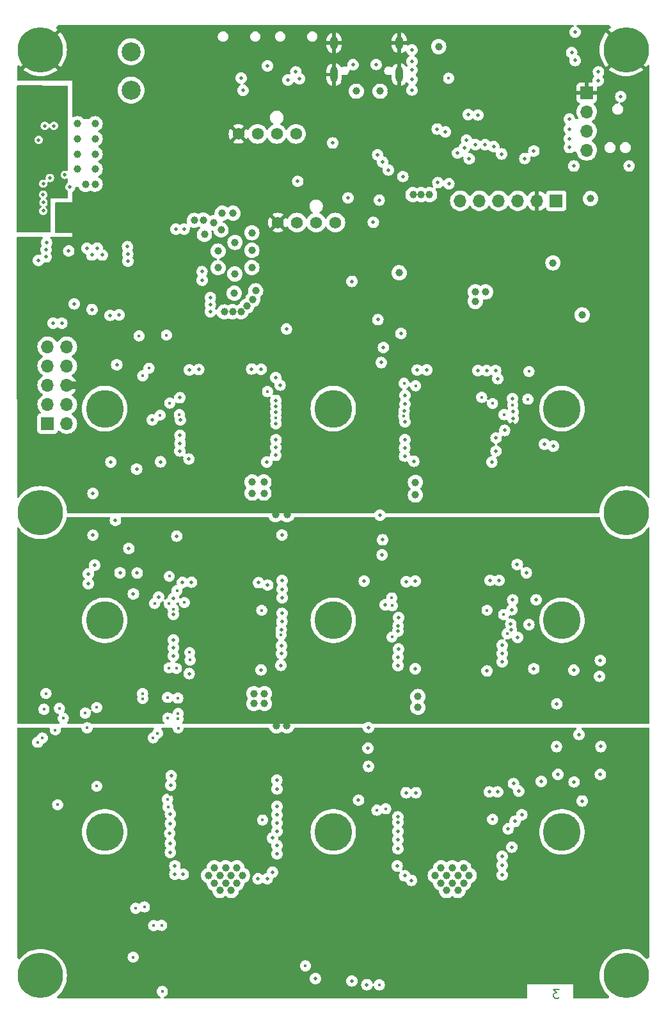
<source format=gbr>
%TF.GenerationSoftware,KiCad,Pcbnew,8.0.4*%
%TF.CreationDate,2024-08-30T10:55:45+02:00*%
%TF.ProjectId,bitaxeHex,62697461-7865-4486-9578-2e6b69636164,701*%
%TF.SameCoordinates,Original*%
%TF.FileFunction,Copper,L3,Inr*%
%TF.FilePolarity,Positive*%
%FSLAX46Y46*%
G04 Gerber Fmt 4.6, Leading zero omitted, Abs format (unit mm)*
G04 Created by KiCad (PCBNEW 8.0.4) date 2024-08-30 10:55:45*
%MOMM*%
%LPD*%
G01*
G04 APERTURE LIST*
%ADD10C,0.200000*%
%TA.AperFunction,NonConductor*%
%ADD11C,0.200000*%
%TD*%
%TA.AperFunction,ComponentPad*%
%ADD12C,0.800000*%
%TD*%
%TA.AperFunction,ComponentPad*%
%ADD13C,6.000000*%
%TD*%
%TA.AperFunction,ComponentPad*%
%ADD14C,2.520000*%
%TD*%
%TA.AperFunction,ComponentPad*%
%ADD15C,1.574800*%
%TD*%
%TA.AperFunction,ComponentPad*%
%ADD16C,5.000000*%
%TD*%
%TA.AperFunction,ComponentPad*%
%ADD17R,1.700000X1.700000*%
%TD*%
%TA.AperFunction,ComponentPad*%
%ADD18O,1.700000X1.700000*%
%TD*%
%TA.AperFunction,ComponentPad*%
%ADD19C,0.400000*%
%TD*%
%TA.AperFunction,ComponentPad*%
%ADD20O,1.000000X2.100000*%
%TD*%
%TA.AperFunction,ComponentPad*%
%ADD21O,1.000000X1.800000*%
%TD*%
%TA.AperFunction,ViaPad*%
%ADD22C,0.500000*%
%TD*%
%TA.AperFunction,ViaPad*%
%ADD23C,1.000000*%
%TD*%
%TA.AperFunction,ViaPad*%
%ADD24C,0.450000*%
%TD*%
%TA.AperFunction,Conductor*%
%ADD25C,1.000000*%
%TD*%
%TA.AperFunction,Conductor*%
%ADD26C,0.254000*%
%TD*%
G04 APERTURE END LIST*
D10*
D11*
X122146993Y-173792742D02*
X121404136Y-173792742D01*
X121404136Y-173792742D02*
X121804136Y-174249885D01*
X121804136Y-174249885D02*
X121632707Y-174249885D01*
X121632707Y-174249885D02*
X121518422Y-174307028D01*
X121518422Y-174307028D02*
X121461279Y-174364171D01*
X121461279Y-174364171D02*
X121404136Y-174478457D01*
X121404136Y-174478457D02*
X121404136Y-174764171D01*
X121404136Y-174764171D02*
X121461279Y-174878457D01*
X121461279Y-174878457D02*
X121518422Y-174935600D01*
X121518422Y-174935600D02*
X121632707Y-174992742D01*
X121632707Y-174992742D02*
X121975564Y-174992742D01*
X121975564Y-174992742D02*
X122089850Y-174935600D01*
X122089850Y-174935600D02*
X122146993Y-174878457D01*
D12*
%TO.N,GND*%
%TO.C,H1*%
X51250000Y-49500000D03*
X51909010Y-47909010D03*
X51909010Y-51090990D03*
X53500000Y-47250000D03*
D13*
X53500000Y-49500000D03*
D12*
X53500000Y-51750000D03*
X55090990Y-47909010D03*
X55090990Y-51090990D03*
X55750000Y-49500000D03*
%TD*%
D14*
%TO.N,/VIN*%
%TO.C,J1*%
X65500000Y-54864000D03*
X65500000Y-49784000D03*
%TD*%
D15*
%TO.N,GND*%
%TO.C,J8*%
X79700000Y-60650000D03*
%TO.N,/VIN*%
X82240000Y-60650000D03*
%TO.N,/Fan/FAN1_TACH*%
X84780000Y-60650000D03*
%TO.N,/Fan/FAN1_PWM*%
X87320000Y-60650000D03*
%TD*%
D16*
%TO.N,*%
%TO.C,H13*%
X92250000Y-97000000D03*
%TD*%
D12*
%TO.N,N/C*%
%TO.C,H4*%
X128750000Y-172000000D03*
X129409010Y-170409010D03*
X129409010Y-173590990D03*
X131000000Y-169750000D03*
D13*
X131000000Y-172000000D03*
D12*
X131000000Y-174250000D03*
X132590990Y-170409010D03*
X132590990Y-173590990D03*
X133250000Y-172000000D03*
%TD*%
D16*
%TO.N,*%
%TO.C,H15*%
X92250000Y-153000000D03*
%TD*%
D17*
%TO.N,/5V*%
%TO.C,J6*%
X121760000Y-69500000D03*
D18*
%TO.N,GND*%
X119220000Y-69500000D03*
%TO.N,Net-(J6-Pin_3)*%
X116680000Y-69500000D03*
%TO.N,Net-(J6-Pin_4)*%
X114140000Y-69500000D03*
%TO.N,Net-(J6-Pin_5)*%
X111600000Y-69500000D03*
%TO.N,Net-(J6-Pin_6)*%
X109060000Y-69500000D03*
%TD*%
D15*
%TO.N,GND*%
%TO.C,J9*%
X84910000Y-72375000D03*
%TO.N,/VIN*%
X87450000Y-72375000D03*
%TO.N,/Fan/FAN2_TACH*%
X89990000Y-72375000D03*
%TO.N,/Fan/FAN2_PWM*%
X92530000Y-72375000D03*
%TD*%
D16*
%TO.N,*%
%TO.C,H14*%
X92250000Y-125000000D03*
%TD*%
%TO.N,*%
%TO.C,H10*%
X122500000Y-125000000D03*
%TD*%
%TO.N,*%
%TO.C,H9*%
X62000000Y-125000000D03*
%TD*%
D19*
%TO.N,GND*%
%TO.C,U3*%
X57000000Y-73030000D03*
X58400000Y-73030000D03*
X59800000Y-73030000D03*
X56000000Y-71750000D03*
X57000000Y-71750000D03*
X58400000Y-71750000D03*
X59800000Y-71750000D03*
X60800000Y-71750000D03*
X57000000Y-70470000D03*
X58400000Y-70470000D03*
X59800000Y-70470000D03*
%TD*%
D16*
%TO.N,*%
%TO.C,H12*%
X122500000Y-153000000D03*
%TD*%
%TO.N,*%
%TO.C,H8*%
X122500000Y-97000000D03*
%TD*%
%TO.N,*%
%TO.C,H7*%
X62000000Y-97000000D03*
%TD*%
D17*
%TO.N,GND*%
%TO.C,J5*%
X125800000Y-55200000D03*
D18*
%TO.N,/3V3*%
X125800000Y-57740000D03*
%TO.N,/SCL*%
X125800000Y-60280000D03*
%TO.N,/SDA*%
X125800000Y-62820000D03*
%TD*%
D12*
%TO.N,N/C*%
%TO.C,H5*%
X51250000Y-110750000D03*
X51909010Y-109159010D03*
X51909010Y-112340990D03*
X53500000Y-108500000D03*
D13*
X53500000Y-110750000D03*
D12*
X53500000Y-113000000D03*
X55090990Y-109159010D03*
X55090990Y-112340990D03*
X55750000Y-110750000D03*
%TD*%
D20*
%TO.N,GND*%
%TO.C,J7*%
X100990000Y-52800000D03*
D21*
X100990000Y-48620000D03*
D20*
X92350000Y-52800000D03*
D21*
X92350000Y-48620000D03*
%TD*%
D12*
%TO.N,GND*%
%TO.C,H2*%
X128750000Y-49500000D03*
X129409010Y-47909010D03*
X129409010Y-51090990D03*
X131000000Y-47250000D03*
D13*
X131000000Y-49500000D03*
D12*
X131000000Y-51750000D03*
X132590990Y-47909010D03*
X132590990Y-51090990D03*
X133250000Y-49500000D03*
%TD*%
%TO.N,N/C*%
%TO.C,H3*%
X51250000Y-172000000D03*
X51909010Y-170409010D03*
X51909010Y-173590990D03*
X53500000Y-169750000D03*
D13*
X53500000Y-172000000D03*
D12*
X53500000Y-174250000D03*
X55090990Y-170409010D03*
X55090990Y-173590990D03*
X55750000Y-172000000D03*
%TD*%
D16*
%TO.N,*%
%TO.C,H11*%
X62000000Y-153000000D03*
%TD*%
D12*
%TO.N,N/C*%
%TO.C,H6*%
X128750000Y-110750000D03*
X129409010Y-109159010D03*
X129409010Y-112340990D03*
X131000000Y-108500000D03*
D13*
X131000000Y-110750000D03*
D12*
X131000000Y-113000000D03*
X132590990Y-109159010D03*
X132590990Y-112340990D03*
X133250000Y-110750000D03*
%TD*%
D14*
%TO.N,GND*%
%TO.C,J2*%
X72644000Y-54864000D03*
X72644000Y-49784000D03*
%TD*%
D17*
%TO.N,unconnected-(J3-Pin_1-Pad1)*%
%TO.C,J3*%
X54450000Y-98970000D03*
D18*
%TO.N,unconnected-(J3-Pin_2-Pad2)*%
X56990000Y-98970000D03*
%TO.N,unconnected-(J3-Pin_3-Pad3)*%
X54450000Y-96430000D03*
%TO.N,unconnected-(J3-Pin_4-Pad4)*%
X56990000Y-96430000D03*
%TO.N,unconnected-(J3-Pin_5-Pad5)*%
X54450000Y-93890000D03*
%TO.N,GND*%
X56990000Y-93890000D03*
%TO.N,unconnected-(J3-Pin_7-Pad7)*%
X54450000Y-91350000D03*
%TO.N,/Power/PMB_ALRT*%
X56990000Y-91350000D03*
%TO.N,/Power/PMB_SCL*%
X54450000Y-88810000D03*
%TO.N,/Power/PMB_SDA*%
X56990000Y-88810000D03*
%TD*%
D22*
%TO.N,GND*%
X82350000Y-94425000D03*
D23*
X106200000Y-81550000D03*
D24*
X60960000Y-146950000D03*
D23*
X103500000Y-77100000D03*
D22*
X65825000Y-83275000D03*
D23*
X74422000Y-57404000D03*
D24*
X88565000Y-170715000D03*
D23*
X66800000Y-65150000D03*
X108750000Y-56900000D03*
X99850000Y-55000000D03*
X66800000Y-67625000D03*
D22*
X63200000Y-73600000D03*
D23*
X78000000Y-88180000D03*
X108750000Y-89250000D03*
D22*
X63200000Y-71200000D03*
D23*
X109500000Y-88250000D03*
X114500000Y-54100000D03*
X109500000Y-90250000D03*
D22*
X64200000Y-72800000D03*
D23*
X128900000Y-68800000D03*
X124800000Y-73450000D03*
X98025000Y-107000000D03*
D22*
X64200000Y-71800000D03*
D23*
X73152000Y-57404000D03*
X78000000Y-90250000D03*
D22*
X74025000Y-94527200D03*
X64125000Y-104050000D03*
X64200000Y-69800000D03*
D23*
X108000000Y-88250000D03*
D22*
X95600000Y-71250000D03*
X63900000Y-67425000D03*
D23*
X120000000Y-47900000D03*
X106500000Y-88250000D03*
X78740000Y-64516000D03*
D22*
X84675000Y-100025000D03*
D23*
X100800000Y-73050000D03*
X79500000Y-90250000D03*
D22*
X77600000Y-52550000D03*
X83600000Y-49400000D03*
D23*
X117072050Y-78910200D03*
X106500000Y-90250000D03*
D22*
X96400000Y-85800000D03*
D23*
X99625000Y-108500000D03*
X89750000Y-104650000D03*
X126200000Y-82200000D03*
X76500000Y-92250000D03*
X78750000Y-89250000D03*
X72898000Y-67564000D03*
D22*
X69700000Y-78875000D03*
D23*
X107250000Y-89250000D03*
X77250000Y-91250000D03*
X73406000Y-59200000D03*
D22*
X63200000Y-70000000D03*
D23*
X98025000Y-108500000D03*
D22*
X103969851Y-94471388D03*
X117575000Y-98975000D03*
X124425000Y-102500000D03*
D23*
X106200000Y-80100000D03*
X114850000Y-80450000D03*
X111200000Y-50900000D03*
D22*
X116000000Y-99020000D03*
X101175000Y-89850000D03*
D23*
X107250000Y-91250000D03*
X78750000Y-91250000D03*
X106500000Y-92250000D03*
X71882000Y-57404000D03*
D22*
X72000000Y-99550000D03*
D23*
X108000000Y-92250000D03*
X78000000Y-92250000D03*
X78950000Y-65600000D03*
X71375000Y-67600000D03*
X69075000Y-67625000D03*
D22*
X65800000Y-82325000D03*
D23*
X74422000Y-59182000D03*
X77250000Y-89250000D03*
D22*
X69700000Y-80000000D03*
D23*
X66825000Y-66400000D03*
X99625000Y-107000000D03*
D22*
X112498672Y-94158672D03*
D23*
X87437500Y-86275000D03*
D22*
X65825000Y-84225000D03*
D23*
X71374000Y-59182000D03*
D22*
X63200000Y-72400000D03*
X64200000Y-70800000D03*
D23*
X72390000Y-59182000D03*
X76500000Y-90250000D03*
X84625000Y-111025000D03*
X93250000Y-55000000D03*
X79550000Y-88220000D03*
X100775000Y-70975000D03*
D22*
X94225000Y-66175000D03*
D24*
X60940000Y-136530000D03*
D23*
X76530000Y-88210000D03*
D22*
X131400000Y-59300000D03*
X85100000Y-54050000D03*
D23*
X108000000Y-90250000D03*
D22*
X120000000Y-106700000D03*
D23*
X70612000Y-57404000D03*
D22*
X65850000Y-78850000D03*
X87750000Y-90650000D03*
D23*
X98400000Y-58100000D03*
D22*
X101725000Y-100000000D03*
D23*
X124600000Y-87200000D03*
D22*
X64200000Y-73800000D03*
D23*
X108750000Y-91250000D03*
X68072000Y-60198000D03*
X109500000Y-92250000D03*
D22*
X63425000Y-109800000D03*
D23*
X86125000Y-111025000D03*
X79500000Y-92250000D03*
D22*
%TO.N,/VDD*%
X75975000Y-82300000D03*
D23*
X108000000Y-157750000D03*
X77825000Y-84200000D03*
X78750000Y-158750000D03*
X108750000Y-158750000D03*
X105750000Y-158750000D03*
X76454000Y-72390000D03*
X109500000Y-159750000D03*
X80025000Y-84175000D03*
X81475000Y-78325000D03*
X108000000Y-159750000D03*
X79225000Y-79175000D03*
X76500000Y-159750000D03*
X81475000Y-76050000D03*
X107250000Y-160750000D03*
X78925000Y-84175000D03*
X78750000Y-160750000D03*
X81975000Y-81400000D03*
D22*
X124780000Y-140100000D03*
D23*
X81475000Y-73725000D03*
X78000000Y-159750000D03*
D22*
X124080000Y-131600000D03*
D23*
X109500000Y-157750000D03*
D22*
X124130000Y-146370000D03*
D23*
X106500000Y-159750000D03*
X76500000Y-157750000D03*
X106500000Y-157750000D03*
X110250000Y-158750000D03*
X108750000Y-160750000D03*
X77250000Y-160750000D03*
X79250000Y-75000000D03*
X79150000Y-81725000D03*
X79500000Y-159750000D03*
D22*
X74875000Y-78875000D03*
D23*
X75750000Y-158750000D03*
X79500000Y-157750000D03*
X77000000Y-78350000D03*
D22*
X74900000Y-80000000D03*
X75975000Y-84175000D03*
D23*
X80850000Y-83375000D03*
X77550000Y-71150000D03*
X78000000Y-157750000D03*
X75050000Y-72050000D03*
X77400000Y-73350000D03*
X77250000Y-158750000D03*
X107250000Y-158750000D03*
X81625000Y-82525000D03*
X79000000Y-71150000D03*
D22*
X94725000Y-80150000D03*
D23*
X75200000Y-73950000D03*
X77000000Y-76150000D03*
D22*
X75975000Y-83225000D03*
D23*
X73850000Y-72100000D03*
X80250000Y-158750000D03*
D22*
%TO.N,/ESP32/EN*%
X102650000Y-49550000D03*
X124275000Y-50938100D03*
X87300000Y-52450000D03*
%TO.N,/5V*%
X96350000Y-119800000D03*
X96900000Y-139175000D03*
X98150000Y-85225000D03*
X98725000Y-116325000D03*
X96850000Y-141925000D03*
X98425000Y-111100000D03*
X98900000Y-88895000D03*
D23*
X111050000Y-82800000D03*
X111050000Y-81550000D03*
X112400000Y-81550000D03*
D22*
X95600000Y-148800000D03*
X98587500Y-90900000D03*
X98775000Y-114348100D03*
X92175000Y-61850000D03*
X96900000Y-144325000D03*
%TO.N,/3V3*%
X80050000Y-53250000D03*
D23*
X106200000Y-49100000D03*
X126300000Y-69200000D03*
D22*
X130300000Y-55700000D03*
D24*
X59670000Y-139220000D03*
D22*
X87550000Y-66925000D03*
D24*
X55770000Y-149400000D03*
D23*
X125200000Y-84600000D03*
D24*
X59430000Y-137270000D03*
D22*
X99550000Y-65425000D03*
D24*
X53120000Y-141130000D03*
D23*
X121322050Y-77710200D03*
D22*
X106100000Y-67100000D03*
X87775000Y-53350000D03*
X94200000Y-69125000D03*
D23*
X100975000Y-79025000D03*
D24*
%TO.N,/SCL*%
X65770000Y-169560000D03*
D22*
X96700000Y-173200000D03*
D24*
X54230000Y-134680000D03*
D22*
X94700000Y-172700000D03*
X62725000Y-84650000D03*
X89900000Y-172400000D03*
X118800000Y-62900000D03*
X98126900Y-63401537D03*
X86250000Y-53525000D03*
D24*
X98340000Y-173230000D03*
X55470000Y-139510000D03*
D22*
%TO.N,Net-(U3-BP1V5)*%
X53250000Y-61450000D03*
X53225000Y-77375000D03*
%TO.N,Net-(U3-AVIN)*%
X56725000Y-66050000D03*
%TO.N,Net-(U3-VDD5)*%
X57350000Y-67675000D03*
%TO.N,Net-(U3-VOSNS)*%
X53900000Y-69725000D03*
X72500000Y-73250000D03*
%TO.N,/ESP32/P_TX*%
X127350000Y-52450000D03*
%TO.N,/ESP32/P_RX*%
X127300000Y-53600000D03*
%TO.N,/ESP32/IO0*%
X83550000Y-51650000D03*
X124250000Y-47200000D03*
X124100000Y-64900000D03*
X131400000Y-64900000D03*
%TO.N,/Power/PGOOD*%
X60325000Y-83875000D03*
X107550000Y-67250000D03*
X98325000Y-69400000D03*
X101450000Y-66275000D03*
X54300000Y-75025000D03*
%TO.N,Net-(U3-GOSNS)*%
X53875000Y-70825000D03*
X71425000Y-73250000D03*
%TO.N,/SDA*%
X63900000Y-84600000D03*
D24*
X53750000Y-140560000D03*
X53970000Y-136760000D03*
D22*
X98775000Y-64375000D03*
X80300000Y-54897600D03*
X117600000Y-63900000D03*
D24*
X69630000Y-174100000D03*
D22*
%TO.N,Net-(U12-VDD3_0)*%
X101700000Y-103275000D03*
X84625000Y-103175000D03*
%TO.N,Net-(U13-INV_CLKO)*%
X85475000Y-119725000D03*
%TO.N,Net-(U13-CLKO)*%
X85365000Y-126220000D03*
X100827160Y-126423085D03*
%TO.N,Net-(U12-VDD2_0)*%
X101700000Y-102200000D03*
X84650000Y-102150000D03*
%TO.N,/NRSTI*%
X116046777Y-98318355D03*
%TO.N,/RO*%
X115975000Y-95675000D03*
D24*
%TO.N,/CI*%
X116000000Y-96510000D03*
X118160000Y-92080000D03*
X118000000Y-95750000D03*
D22*
%TO.N,Net-(U12-VDD1_0)*%
X84676432Y-101098465D03*
X101725000Y-101100000D03*
%TO.N,Net-(U12-VDD1_1)*%
X71975000Y-100530000D03*
%TO.N,Net-(U12-VDD2_1)*%
X71975000Y-101600000D03*
%TO.N,Net-(U12-VDD3_1)*%
X71950000Y-102590000D03*
%TO.N,Net-(U18-VDD1_0)*%
X114600000Y-128300000D03*
%TO.N,Net-(U18-VDD2_0)*%
X114600000Y-129400000D03*
%TO.N,Net-(U18-VDD3_0)*%
X114600000Y-130500000D03*
D23*
%TO.N,/VIN*%
X60725000Y-61300000D03*
X59475000Y-67350000D03*
X102800000Y-68675000D03*
X60725000Y-67300000D03*
X58400000Y-59300000D03*
X58400000Y-65300000D03*
X58400000Y-63300000D03*
X103900000Y-68675000D03*
X105000000Y-68675000D03*
X60725000Y-59300000D03*
X60725000Y-65300000D03*
X58400000Y-61300000D03*
X60725000Y-63300000D03*
D22*
%TO.N,Net-(U3-VSEL)*%
X53875000Y-67225000D03*
X54075000Y-59575000D03*
%TO.N,Net-(J6-Pin_4)*%
X113500000Y-62350000D03*
%TO.N,Net-(J6-Pin_6)*%
X111050000Y-62047600D03*
%TO.N,Net-(J6-Pin_3)*%
X114550000Y-63300000D03*
%TO.N,Net-(J6-Pin_5)*%
X112350000Y-62047600D03*
%TO.N,Net-(U25-VDD1_1)*%
X100700000Y-157500000D03*
X84200000Y-158300000D03*
%TO.N,Net-(U25-VDD2_1)*%
X83500000Y-159200000D03*
X101700000Y-158800000D03*
%TO.N,Net-(U25-VDD3_1)*%
X82300000Y-159200000D03*
X102600000Y-159400000D03*
%TO.N,Net-(U6-GPIO6{slash}TOUCH6{slash}ADC1_CH5)*%
X102700000Y-53450000D03*
%TO.N,/ESP32/ASIC_RST*%
X109900000Y-61450000D03*
%TO.N,/ESP32/ESP32_TX*%
X107100000Y-60400000D03*
%TO.N,/ESP32/ESP32_RX*%
X106000000Y-60000000D03*
%TO.N,Net-(U6-GPIO7{slash}TOUCH7{slash}ADC1_CH6)*%
X102650000Y-54850000D03*
%TO.N,Net-(U6-GPIO8{slash}TOUCH8{slash}ADC1_CH7{slash}SUBSPICS1)*%
X110100000Y-58100000D03*
%TO.N,Net-(J7-CC1)*%
X97920000Y-51460000D03*
%TO.N,Net-(J7-CC2)*%
X94860000Y-51500000D03*
%TO.N,/Power/PMB_ALRT*%
X57245199Y-76145199D03*
X57975000Y-83125000D03*
%TO.N,Net-(U6-GPIO9{slash}TOUCH9{slash}ADC1_CH8{slash}FSPIHD{slash}SUBSPIHD)*%
X111400000Y-58147600D03*
%TO.N,Net-(U18-CLKO)*%
X115790000Y-126220000D03*
%TO.N,Net-(U12-INV_CLKO)*%
X84625000Y-92875000D03*
%TO.N,Net-(U12-CLKO)*%
X71950000Y-95550000D03*
%TO.N,Net-(U18-INV_CLKO)*%
X116600000Y-117600000D03*
%TO.N,Net-(U25-INV_CLKO)*%
X116100000Y-146600000D03*
%TO.N,Net-(U6-GPIO12{slash}TOUCH12{slash}ADC2_CH1{slash}FSPICLK{slash}FSPIIO6{slash}SUBSPICLK)*%
X110250000Y-63950000D03*
%TO.N,Net-(U6-GPIO14{slash}TOUCH14{slash}ADC2_CH3{slash}FSPIWP{slash}FSPIDQS{slash}SUBSPIWP)*%
X109600000Y-62500000D03*
%TO.N,Net-(U6-SPIIO6{slash}GPIO35{slash}FSPID{slash}SUBSPID)*%
X123500000Y-62448100D03*
%TO.N,Net-(U6-SPIIO7{slash}GPIO36{slash}FSPICLK{slash}SUBSPICLK)*%
X123500000Y-61300000D03*
%TO.N,Net-(U6-SPIDQS{slash}GPIO37{slash}FSPIQ{slash}SUBSPIQ)*%
X123500000Y-60000000D03*
%TO.N,Net-(U6-GPIO38{slash}FSPIWP{slash}SUBSPIWP)*%
X123500000Y-58700000D03*
D23*
%TO.N,Net-(J7-VBUS-PadA4)*%
X98450000Y-55000000D03*
X95300000Y-55000000D03*
D22*
%TO.N,Net-(U13-VDD3_1)*%
X71100000Y-129700000D03*
%TO.N,Net-(U13-VDD2_1)*%
X71100000Y-128600000D03*
%TO.N,Net-(U13-VDD1_1)*%
X71090000Y-127590000D03*
%TO.N,Net-(U3-MSEL1)*%
X53850000Y-68675000D03*
%TO.N,/ESP32/VDD_SAMPLE*%
X123800000Y-49900000D03*
%TO.N,/Power/SW*%
X65025000Y-75575000D03*
X65075000Y-77500000D03*
X61675000Y-76675000D03*
X65050000Y-76550000D03*
X59650000Y-75775000D03*
X61025000Y-75750000D03*
X60300000Y-76675000D03*
%TO.N,Net-(U3-MSEL2)*%
X55275000Y-59575000D03*
X54750000Y-66475000D03*
D23*
%TO.N,/Power/AGND*%
X53700000Y-72000000D03*
D22*
X53175000Y-58075000D03*
X54550000Y-63250000D03*
%TO.N,/Power/PMB_SCL*%
X54250718Y-76926555D03*
X55175000Y-85675000D03*
%TO.N,/Power/PMB_SDA*%
X54225000Y-75975000D03*
X56325000Y-85675000D03*
%TO.N,/SMB_ALRT*%
X108700000Y-63200000D03*
X97550000Y-72350000D03*
X63600000Y-91175000D03*
%TO.N,Net-(U28-VDD1_0)*%
X114925000Y-99875000D03*
%TO.N,Net-(U28-VDD2_0)*%
X113800000Y-100875000D03*
%TO.N,/BM1368-1/1V2*%
X74450000Y-91825000D03*
X121375000Y-101950000D03*
X111400000Y-91950000D03*
X101200000Y-87050000D03*
X86050000Y-86475000D03*
X104625000Y-91875000D03*
X81450000Y-91750000D03*
%TO.N,Net-(U28-VDD3_0)*%
X113800000Y-102600000D03*
D23*
%TO.N,/BM1368-1/VDD1*%
X83075000Y-108175000D03*
D22*
X101430000Y-127470000D03*
X84700000Y-118825000D03*
X102900000Y-111700000D03*
X125400000Y-131600000D03*
X71100000Y-126350000D03*
X84220000Y-127510000D03*
X57300000Y-112025000D03*
X69825000Y-111950000D03*
D23*
X80825000Y-117895000D03*
X81525000Y-108175000D03*
D22*
X100700000Y-119900000D03*
D23*
X100050000Y-136500000D03*
X83075000Y-106700000D03*
D22*
X73150000Y-103675000D03*
D23*
X74650000Y-117400000D03*
X86100000Y-138975000D03*
D22*
X71550000Y-115775000D03*
X113225000Y-104050000D03*
D23*
X100050000Y-135000000D03*
X84725000Y-138950000D03*
D22*
X115400000Y-119700000D03*
X102900000Y-103950000D03*
D23*
X103125000Y-106750000D03*
X98450000Y-136500000D03*
D22*
X115900000Y-128300000D03*
D23*
X98450000Y-135000000D03*
D22*
X87900000Y-114100000D03*
X71100000Y-120050000D03*
X101350000Y-117075000D03*
D23*
X103125000Y-108425000D03*
X106425000Y-118500000D03*
X81525000Y-106700000D03*
D22*
X83430000Y-104050000D03*
X124780000Y-137600000D03*
%TO.N,/BM1368-2/0V8*%
X72300000Y-120000000D03*
X114200000Y-119700000D03*
X83575000Y-120350000D03*
X101900000Y-119900000D03*
%TO.N,/BM1368-2/1V2*%
X82375000Y-120025000D03*
X73500000Y-119950000D03*
X113000000Y-119700000D03*
X85450000Y-113700000D03*
X103100000Y-119800000D03*
%TO.N,/BM1368-2/VDD2*%
X115200000Y-147700000D03*
X115920000Y-156140000D03*
D23*
X81750000Y-134700000D03*
D22*
X102900000Y-139775000D03*
X73175000Y-132050000D03*
D23*
X99600000Y-167700000D03*
D22*
X100600000Y-147800000D03*
X103100000Y-131400000D03*
X84800000Y-157100000D03*
D23*
X106025000Y-146800000D03*
D22*
X62825000Y-104050000D03*
D23*
X101100000Y-167700000D03*
D22*
X70200000Y-156700000D03*
D23*
X99600000Y-169000000D03*
X101100000Y-169000000D03*
D22*
X100800000Y-156400000D03*
D23*
X110175000Y-144475000D03*
X83150000Y-136000000D03*
D22*
X130925000Y-140000000D03*
X112600000Y-131700000D03*
D23*
X103450000Y-136525000D03*
X113350000Y-162125000D03*
D22*
X63425000Y-111800000D03*
X86675000Y-142175000D03*
D23*
X103450000Y-135075000D03*
X72075000Y-163825000D03*
X102500000Y-168300000D03*
D22*
X98425000Y-146275000D03*
D23*
X81750000Y-136000000D03*
D22*
X82700000Y-131550000D03*
D23*
X78150000Y-146600000D03*
X72025000Y-162475000D03*
X113325000Y-163525000D03*
X83150000Y-134700000D03*
D22*
X70700000Y-148000000D03*
X64025000Y-118700000D03*
X84800000Y-148500000D03*
%TO.N,Net-(U13-VDD3_0)*%
X100825000Y-131000000D03*
X85325000Y-130950000D03*
%TO.N,Net-(U13-VDD2_0)*%
X100825000Y-129875000D03*
X85400000Y-129400000D03*
%TO.N,Net-(U13-VDD1_0)*%
X85400000Y-128350000D03*
X100875000Y-128800000D03*
%TO.N,Net-(U25-VDD1_0)*%
X114600000Y-156200000D03*
%TO.N,Net-(U25-VDD2_0)*%
X114600000Y-157400000D03*
%TO.N,/BM1368-3/0V8*%
X114000000Y-147700000D03*
X70725000Y-146800000D03*
X84800000Y-147300000D03*
X101900000Y-147800000D03*
%TO.N,/BM1368-3/1V2*%
X103200000Y-147800000D03*
X70800000Y-145575000D03*
X84775000Y-146125000D03*
X112900000Y-147700000D03*
%TO.N,Net-(U25-VDD3_0)*%
X114620000Y-158700000D03*
%TO.N,Net-(U27-VDD3_1)*%
X72400000Y-158600000D03*
%TO.N,Net-(U27-VDD2_1)*%
X71300000Y-158600000D03*
%TO.N,Net-(U27-VDD1_1)*%
X71300000Y-157500000D03*
D24*
%TO.N,/BM1368-1/TEMP_N1*%
X67030089Y-135352894D03*
X101620000Y-93650000D03*
X66110000Y-163080000D03*
%TO.N,/BM1368-1/TEMP_P1*%
X67260000Y-162910000D03*
X103150000Y-93990000D03*
X67010000Y-134700000D03*
%TO.N,/BM1368-1/TEMP_P2*%
X67040000Y-92640000D03*
X70550000Y-119170000D03*
X70530000Y-122800000D03*
%TO.N,/BM1368-1/TEMP_N2*%
X67870000Y-91650000D03*
%TO.N,/BM1368-2/TEMP_P3*%
X71490000Y-131370000D03*
X71680000Y-135290000D03*
X73300000Y-130260000D03*
X71720000Y-137320000D03*
X71566506Y-121063494D03*
%TO.N,/BM1368-2/TEMP_N3*%
X70520000Y-131290000D03*
X70350000Y-137940000D03*
X72550000Y-122640000D03*
X70330000Y-135200000D03*
X73245963Y-129252200D03*
%TO.N,/BM1368-2/TEMP_P4*%
X99990000Y-122040000D03*
%TO.N,/BM1368-2/TEMP_N4*%
X71730000Y-139250000D03*
X100070000Y-123070000D03*
X71710000Y-138050000D03*
%TO.N,/BM1368-3/TEMP_P5*%
X99190000Y-149931800D03*
X69010000Y-139930000D03*
X69540000Y-165350000D03*
%TO.N,/BM1368-3/TEMP_N5*%
X68480000Y-165370000D03*
X98030000Y-150120000D03*
X68420000Y-140540000D03*
%TO.N,/BM1368-3/TEMP_N6*%
X70380000Y-149680000D03*
%TO.N,/BM1368-3/TEMP_P6*%
X70320000Y-148670000D03*
%TO.N,/BM1368-1/BI1*%
X114844000Y-97790989D03*
X113338901Y-96318901D03*
D22*
X116050000Y-97400000D03*
%TO.N,Net-(U12-NRSTI)*%
X84675000Y-98975000D03*
X101725000Y-98750000D03*
%TO.N,/BM1368-1/CO*%
X65200000Y-115500000D03*
D24*
X71882000Y-97790000D03*
X69342000Y-97853200D03*
%TO.N,/BM1368-2/CI2*%
X68610000Y-122760000D03*
D22*
X66300000Y-118747600D03*
D24*
X71074899Y-123522262D03*
D22*
%TO.N,/BM1368-1/NRSTO*%
X72000000Y-98500000D03*
X60675000Y-117700000D03*
X68300000Y-98500000D03*
%TO.N,/BM1368-2/NRSTI2*%
X59850000Y-118850000D03*
X60450000Y-113750000D03*
X71100000Y-122100000D03*
%TO.N,Net-(U13-NRSTO)*%
X85500000Y-122025000D03*
X99140000Y-122950000D03*
D24*
%TO.N,/BM1368-1/BO*%
X70612000Y-96266000D03*
D22*
%TO.N,/BM1368-2/BI2*%
X69130000Y-121910000D03*
X59850000Y-120150000D03*
X60450000Y-108200000D03*
%TO.N,/BM1368-2/RO2*%
X66225000Y-104975000D03*
X65800000Y-121500000D03*
X71100000Y-124200000D03*
%TO.N,/BM1368-1/RI*%
X69375000Y-104025000D03*
%TO.N,/BM1368-2/CO*%
X127600000Y-145400000D03*
X118800000Y-131400000D03*
X116640000Y-127243200D03*
%TO.N,/BM1368-3/CI3*%
X127680000Y-141700000D03*
%TO.N,/BM1368-2/NRSTO*%
X119100000Y-122300000D03*
X116000000Y-122300000D03*
X122000000Y-145400000D03*
%TO.N,/BM1368-3/NRSTI3*%
X115900000Y-155000000D03*
X121780000Y-141700000D03*
%TO.N,Net-(U25-NRSTO)*%
X100800000Y-155200000D03*
X84800000Y-155900000D03*
%TO.N,/BM1368-2/BO*%
X115910000Y-123600000D03*
D24*
X115270000Y-126760000D03*
X114808494Y-124238494D03*
D22*
%TO.N,/BM1368-3/BI3*%
X121842500Y-136037500D03*
X117200000Y-150720000D03*
%TO.N,/BM1368-3/RO3*%
X127500000Y-132400000D03*
X125200000Y-148900000D03*
X115400000Y-152600000D03*
%TO.N,/BM1368-2/RI*%
X127600000Y-130300000D03*
X118140000Y-125550000D03*
X115744726Y-125518256D03*
D24*
%TO.N,Net-(U28-LITE_PAD)*%
X111900000Y-95506200D03*
%TO.N,Net-(U12-LITE_PAD)*%
X83557165Y-94747166D03*
%TO.N,Net-(U13-LITE_PAD)*%
X82790000Y-123670000D03*
%TO.N,Net-(U18-LITE_PAD)*%
X112605237Y-123668766D03*
%TO.N,Net-(U27-LITE_PAD)*%
X82900000Y-151407800D03*
%TO.N,Net-(U25-LITE_PAD)*%
X113340000Y-151320000D03*
%TO.N,/ESP32/ALERT_TEMP*%
X66550000Y-87380000D03*
X56010000Y-136660002D03*
D22*
X102650000Y-51050000D03*
D24*
%TO.N,/ESP32/OVERT_TEMP*%
X70180000Y-87270000D03*
X56520000Y-137960002D03*
X107520000Y-53270000D03*
D22*
X102650000Y-52200000D03*
%TO.N,Net-(U28-ROSC_SEL)*%
X114025000Y-93025000D03*
%TO.N,Net-(U28-INV_CLKO)*%
X113725000Y-91950000D03*
%TO.N,Net-(U12-ROSC_SEL)*%
X85200000Y-93875000D03*
%TO.N,Net-(U18-ROSC_SEL)*%
X117800000Y-118700000D03*
%TO.N,Net-(U13-ROSC_SEL)*%
X85500000Y-120875000D03*
%TO.N,Net-(U25-ROSC_SEL)*%
X116800000Y-147600000D03*
%TO.N,Net-(U27-ROSC_SEL)*%
X84800000Y-150700000D03*
%TO.N,Net-(U27-INV_CLKO)*%
X84800000Y-149600000D03*
%TO.N,/BM1368-3/NRSTO3*%
X70700000Y-155700000D03*
%TO.N,/BM1368-3/BO3*%
X70700000Y-154500000D03*
%TO.N,/BM1368-3/RI3*%
X70610000Y-153200000D03*
%TO.N,/BM1368-3/CLKO3*%
X70700000Y-151900000D03*
%TO.N,/BM1368-3/CO3*%
X70700000Y-150600000D03*
%TO.N,Net-(U12-BI)*%
X84650000Y-95900000D03*
X101725000Y-95225000D03*
%TO.N,Net-(U12-CLKI)*%
X84675000Y-96665000D03*
X101725000Y-96400000D03*
%TO.N,Net-(U12-RO)*%
X101622500Y-97320000D03*
X84660000Y-97480000D03*
D24*
%TO.N,Net-(U12-CI)*%
X84650000Y-98190000D03*
X101580000Y-98000000D03*
D22*
%TO.N,/BM1368-2/CLKI2*%
X71550000Y-113850000D03*
D24*
%TO.N,Net-(U13-BO)*%
X100010000Y-127210000D03*
X85336289Y-126897594D03*
D22*
%TO.N,Net-(U13-RI)*%
X100840000Y-125720000D03*
X85450000Y-125150000D03*
%TO.N,Net-(U13-CO)*%
X85475000Y-124075000D03*
X100900000Y-124625000D03*
%TO.N,/BM1368-1/CLKI1*%
X120200000Y-101700000D03*
%TO.N,/BM1368-3/CLKI3*%
X116300000Y-151600000D03*
X119800000Y-146300000D03*
%TO.N,Net-(U25-CLKO)*%
X84800000Y-152900000D03*
X100800000Y-151700000D03*
%TO.N,Net-(U25-CO)*%
X84800000Y-154800000D03*
X100800000Y-154000000D03*
%TO.N,Net-(U25-RI)*%
X100800000Y-152900000D03*
X84200000Y-153800000D03*
%TO.N,Net-(U25-BO)*%
X84800000Y-151800000D03*
X100800000Y-150996797D03*
%TO.N,BM1368-1/0V8*%
X73200000Y-91875000D03*
X103350000Y-91900000D03*
X82725000Y-91775000D03*
X112550000Y-91975000D03*
%TD*%
D25*
%TO.N,GND*%
X56990000Y-93890000D02*
X59015000Y-93890000D01*
D26*
X59015000Y-93890000D02*
X59025000Y-93900000D01*
%TD*%
%TA.AperFunction,Conductor*%
%TO.N,GND*%
G36*
X124005627Y-46269685D02*
G01*
X124051382Y-46322489D01*
X124061326Y-46391647D01*
X124032301Y-46455203D01*
X123979543Y-46491041D01*
X123918819Y-46512289D01*
X123774091Y-46603228D01*
X123653228Y-46724091D01*
X123562291Y-46868816D01*
X123505837Y-47030150D01*
X123505836Y-47030155D01*
X123486701Y-47199996D01*
X123486701Y-47200003D01*
X123505836Y-47369844D01*
X123505837Y-47369849D01*
X123562291Y-47531183D01*
X123642610Y-47659010D01*
X123653229Y-47675909D01*
X123774091Y-47796771D01*
X123918817Y-47887709D01*
X124034871Y-47928318D01*
X124080150Y-47944162D01*
X124080155Y-47944163D01*
X124249996Y-47963299D01*
X124250000Y-47963299D01*
X124250004Y-47963299D01*
X124419844Y-47944163D01*
X124419847Y-47944162D01*
X124419850Y-47944162D01*
X124581183Y-47887709D01*
X124725909Y-47796771D01*
X124846771Y-47675909D01*
X124937709Y-47531183D01*
X124994162Y-47369850D01*
X124994163Y-47369844D01*
X125013299Y-47200003D01*
X125013299Y-47199996D01*
X124994163Y-47030155D01*
X124994162Y-47030150D01*
X124937709Y-46868817D01*
X124846771Y-46724091D01*
X124725909Y-46603229D01*
X124725908Y-46603228D01*
X124581180Y-46512289D01*
X124520457Y-46491041D01*
X124463681Y-46450320D01*
X124437934Y-46385367D01*
X124451390Y-46316805D01*
X124499778Y-46266403D01*
X124561412Y-46250000D01*
X128698638Y-46250000D01*
X128765677Y-46269685D01*
X128786319Y-46286319D01*
X128967836Y-46467836D01*
X129001321Y-46529159D01*
X128996337Y-46598851D01*
X128954465Y-46654784D01*
X128947699Y-46659506D01*
X128939940Y-46664545D01*
X128939922Y-46664558D01*
X128706849Y-46853296D01*
X128706849Y-46853297D01*
X129550621Y-47697068D01*
X129458738Y-47659010D01*
X129359282Y-47659010D01*
X129267396Y-47697070D01*
X129197070Y-47767396D01*
X129159010Y-47859282D01*
X129159010Y-47958738D01*
X129197068Y-48050620D01*
X128353297Y-47206849D01*
X128353296Y-47206849D01*
X128164557Y-47439924D01*
X127964754Y-47747594D01*
X127798204Y-48074464D01*
X127666736Y-48416948D01*
X127571784Y-48771313D01*
X127571784Y-48771315D01*
X127514397Y-49133646D01*
X127495197Y-49499999D01*
X127495197Y-49500000D01*
X127514397Y-49866353D01*
X127571784Y-50228684D01*
X127571784Y-50228686D01*
X127666736Y-50583051D01*
X127798204Y-50925535D01*
X127964754Y-51252406D01*
X128164553Y-51560070D01*
X128353297Y-51793148D01*
X129741544Y-50404901D01*
X129817726Y-50509757D01*
X129990243Y-50682274D01*
X130095097Y-50758455D01*
X129620951Y-51232600D01*
X129659010Y-51140718D01*
X129659010Y-51041262D01*
X129620950Y-50949376D01*
X129550624Y-50879050D01*
X129458738Y-50840990D01*
X129359282Y-50840990D01*
X129267396Y-50879050D01*
X129197070Y-50949376D01*
X129159010Y-51041262D01*
X129159010Y-51140718D01*
X129197070Y-51232604D01*
X129267396Y-51302930D01*
X129359282Y-51340990D01*
X129458738Y-51340990D01*
X129550620Y-51302931D01*
X128706850Y-52146701D01*
X128939929Y-52335446D01*
X129247593Y-52535245D01*
X129574464Y-52701795D01*
X129916948Y-52833263D01*
X130271314Y-52928215D01*
X130633646Y-52985602D01*
X130999999Y-53004803D01*
X131000001Y-53004803D01*
X131366353Y-52985602D01*
X131728684Y-52928215D01*
X131728686Y-52928215D01*
X132083051Y-52833263D01*
X132425535Y-52701795D01*
X132752406Y-52535245D01*
X133060064Y-52335450D01*
X133293148Y-52146701D01*
X132449377Y-51302930D01*
X132541262Y-51340990D01*
X132640718Y-51340990D01*
X132732604Y-51302930D01*
X132802930Y-51232604D01*
X132840990Y-51140718D01*
X132840990Y-51041262D01*
X132802930Y-50949377D01*
X133646701Y-51793148D01*
X133835447Y-51560067D01*
X133840480Y-51552317D01*
X133893497Y-51506809D01*
X133962701Y-51497189D01*
X134026121Y-51526510D01*
X134032162Y-51532162D01*
X134063691Y-51563691D01*
X134097176Y-51625014D01*
X134100010Y-51651347D01*
X134111570Y-108680873D01*
X134091899Y-108747916D01*
X134039104Y-108793682D01*
X133969948Y-108803639D01*
X133906386Y-108774627D01*
X133883575Y-108748433D01*
X133842333Y-108684926D01*
X133610905Y-108399137D01*
X133610902Y-108399133D01*
X133350867Y-108139098D01*
X133225029Y-108037196D01*
X133065073Y-107907666D01*
X132756662Y-107707382D01*
X132428997Y-107540428D01*
X132085681Y-107408641D01*
X132085674Y-107408639D01*
X131730459Y-107313459D01*
X131730455Y-107313458D01*
X131730454Y-107313458D01*
X131367242Y-107255931D01*
X131000001Y-107236685D01*
X130999999Y-107236685D01*
X130632757Y-107255931D01*
X130269546Y-107313458D01*
X130269544Y-107313458D01*
X129914318Y-107408641D01*
X129571002Y-107540428D01*
X129243338Y-107707382D01*
X128934926Y-107907666D01*
X128649137Y-108139094D01*
X128649129Y-108139101D01*
X128389101Y-108399129D01*
X128389094Y-108399137D01*
X128157666Y-108684926D01*
X127957382Y-108993338D01*
X127790428Y-109321002D01*
X127658641Y-109664318D01*
X127563458Y-110019544D01*
X127563458Y-110019546D01*
X127505931Y-110382757D01*
X127490223Y-110682490D01*
X127467057Y-110748407D01*
X127411931Y-110791336D01*
X127366393Y-110800000D01*
X99200835Y-110800000D01*
X99133796Y-110780315D01*
X99095841Y-110741972D01*
X99086754Y-110727511D01*
X99021771Y-110624091D01*
X98900909Y-110503229D01*
X98900908Y-110503228D01*
X98756183Y-110412291D01*
X98594849Y-110355837D01*
X98594844Y-110355836D01*
X98425004Y-110336701D01*
X98424996Y-110336701D01*
X98255155Y-110355836D01*
X98255150Y-110355837D01*
X98093816Y-110412291D01*
X97949091Y-110503228D01*
X97828228Y-110624091D01*
X97754159Y-110741972D01*
X97701824Y-110788263D01*
X97649165Y-110800000D01*
X57133607Y-110800000D01*
X57066568Y-110780315D01*
X57020813Y-110727511D01*
X57009777Y-110682490D01*
X57000382Y-110503228D01*
X56994069Y-110382759D01*
X56936541Y-110019541D01*
X56841361Y-109664326D01*
X56709573Y-109321006D01*
X56542620Y-108993343D01*
X56542617Y-108993338D01*
X56342333Y-108684926D01*
X56110905Y-108399137D01*
X56110902Y-108399133D01*
X55911765Y-108199996D01*
X59686701Y-108199996D01*
X59686701Y-108200003D01*
X59705836Y-108369844D01*
X59705837Y-108369849D01*
X59762291Y-108531183D01*
X59846639Y-108665422D01*
X59853229Y-108675909D01*
X59974091Y-108796771D01*
X60118817Y-108887709D01*
X60280150Y-108944162D01*
X60280155Y-108944163D01*
X60449996Y-108963299D01*
X60450000Y-108963299D01*
X60450004Y-108963299D01*
X60619844Y-108944163D01*
X60619847Y-108944162D01*
X60619850Y-108944162D01*
X60781183Y-108887709D01*
X60925909Y-108796771D01*
X61046771Y-108675909D01*
X61137709Y-108531183D01*
X61194162Y-108369850D01*
X61210223Y-108227300D01*
X61213299Y-108200003D01*
X61213299Y-108199996D01*
X61194163Y-108030155D01*
X61194162Y-108030150D01*
X61175669Y-107977300D01*
X61137709Y-107868817D01*
X61046771Y-107724091D01*
X60925909Y-107603229D01*
X60925908Y-107603228D01*
X60781183Y-107512291D01*
X60619849Y-107455837D01*
X60619844Y-107455836D01*
X60450004Y-107436701D01*
X60449996Y-107436701D01*
X60280155Y-107455836D01*
X60280150Y-107455837D01*
X60118816Y-107512291D01*
X59974091Y-107603228D01*
X59853228Y-107724091D01*
X59762291Y-107868816D01*
X59705837Y-108030150D01*
X59705836Y-108030155D01*
X59686701Y-108199996D01*
X55911765Y-108199996D01*
X55850867Y-108139098D01*
X55725029Y-108037196D01*
X55565073Y-107907666D01*
X55256662Y-107707382D01*
X54928997Y-107540428D01*
X54585681Y-107408641D01*
X54585674Y-107408639D01*
X54230459Y-107313459D01*
X54230455Y-107313458D01*
X54230454Y-107313458D01*
X53867242Y-107255931D01*
X53500001Y-107236685D01*
X53499999Y-107236685D01*
X53132757Y-107255931D01*
X52769546Y-107313458D01*
X52769544Y-107313458D01*
X52414318Y-107408641D01*
X52071002Y-107540428D01*
X51743338Y-107707382D01*
X51434926Y-107907666D01*
X51149137Y-108139094D01*
X51149129Y-108139101D01*
X50889101Y-108399129D01*
X50889094Y-108399137D01*
X50657669Y-108684922D01*
X50626534Y-108732867D01*
X50573512Y-108778370D01*
X50504307Y-108787983D01*
X50440891Y-108758656D01*
X50403397Y-108699698D01*
X50398539Y-108665422D01*
X50397195Y-106700000D01*
X80511620Y-106700000D01*
X80531091Y-106897699D01*
X80588760Y-107087808D01*
X80682401Y-107262998D01*
X80682405Y-107263005D01*
X80761051Y-107358835D01*
X80788364Y-107423145D01*
X80776573Y-107492013D01*
X80761051Y-107516165D01*
X80682405Y-107611994D01*
X80682401Y-107612001D01*
X80588760Y-107787191D01*
X80531091Y-107977300D01*
X80511620Y-108175000D01*
X80531091Y-108372699D01*
X80588760Y-108562808D01*
X80682401Y-108737998D01*
X80682405Y-108738005D01*
X80808431Y-108891568D01*
X80961994Y-109017594D01*
X80962001Y-109017598D01*
X81137191Y-109111239D01*
X81137193Y-109111239D01*
X81137196Y-109111241D01*
X81327299Y-109168908D01*
X81327298Y-109168908D01*
X81345024Y-109170653D01*
X81525000Y-109188380D01*
X81722701Y-109168908D01*
X81912804Y-109111241D01*
X82088004Y-109017595D01*
X82221335Y-108908173D01*
X82285645Y-108880860D01*
X82354512Y-108892651D01*
X82378665Y-108908173D01*
X82511994Y-109017594D01*
X82512001Y-109017598D01*
X82687191Y-109111239D01*
X82687193Y-109111239D01*
X82687196Y-109111241D01*
X82877299Y-109168908D01*
X82877298Y-109168908D01*
X82895024Y-109170653D01*
X83075000Y-109188380D01*
X83272701Y-109168908D01*
X83462804Y-109111241D01*
X83638004Y-109017595D01*
X83791568Y-108891568D01*
X83917595Y-108738004D01*
X84011241Y-108562804D01*
X84068908Y-108372701D01*
X84088380Y-108175000D01*
X84068908Y-107977299D01*
X84011241Y-107787196D01*
X84011239Y-107787193D01*
X84011239Y-107787191D01*
X83917598Y-107612001D01*
X83917594Y-107611994D01*
X83866218Y-107549393D01*
X83838947Y-107516164D01*
X83811635Y-107451856D01*
X83823426Y-107382988D01*
X83838948Y-107358835D01*
X83876188Y-107313459D01*
X83917595Y-107263004D01*
X84011241Y-107087804D01*
X84068908Y-106897701D01*
X84083455Y-106750000D01*
X102111620Y-106750000D01*
X102131091Y-106947699D01*
X102188760Y-107137808D01*
X102282401Y-107312998D01*
X102282405Y-107313005D01*
X102408431Y-107466568D01*
X102438990Y-107491647D01*
X102478324Y-107549393D01*
X102480195Y-107619237D01*
X102444007Y-107679006D01*
X102438990Y-107683353D01*
X102408431Y-107708431D01*
X102282405Y-107861994D01*
X102282401Y-107862001D01*
X102188760Y-108037191D01*
X102131091Y-108227300D01*
X102111620Y-108425000D01*
X102131091Y-108622699D01*
X102188760Y-108812808D01*
X102282401Y-108987998D01*
X102282405Y-108988005D01*
X102408431Y-109141568D01*
X102561994Y-109267594D01*
X102562001Y-109267598D01*
X102737191Y-109361239D01*
X102737193Y-109361239D01*
X102737196Y-109361241D01*
X102927299Y-109418908D01*
X102927298Y-109418908D01*
X102945024Y-109420653D01*
X103125000Y-109438380D01*
X103322701Y-109418908D01*
X103512804Y-109361241D01*
X103688004Y-109267595D01*
X103841568Y-109141568D01*
X103967595Y-108988004D01*
X104061241Y-108812804D01*
X104118908Y-108622701D01*
X104138380Y-108425000D01*
X104118908Y-108227299D01*
X104061241Y-108037196D01*
X104061239Y-108037193D01*
X104061239Y-108037191D01*
X103967598Y-107862001D01*
X103967594Y-107861994D01*
X103841569Y-107708432D01*
X103811010Y-107683354D01*
X103771675Y-107625609D01*
X103769804Y-107555764D01*
X103805990Y-107495996D01*
X103811010Y-107491646D01*
X103841569Y-107466567D01*
X103941034Y-107345368D01*
X103967595Y-107313004D01*
X104061241Y-107137804D01*
X104118908Y-106947701D01*
X104138380Y-106750000D01*
X104118908Y-106552299D01*
X104061241Y-106362196D01*
X104061239Y-106362193D01*
X104061239Y-106362191D01*
X103967598Y-106187001D01*
X103967594Y-106186994D01*
X103841568Y-106033431D01*
X103688005Y-105907405D01*
X103687998Y-105907401D01*
X103512808Y-105813760D01*
X103347979Y-105763760D01*
X103322701Y-105756092D01*
X103322699Y-105756091D01*
X103322701Y-105756091D01*
X103125000Y-105736620D01*
X102927300Y-105756091D01*
X102737191Y-105813760D01*
X102562001Y-105907401D01*
X102561994Y-105907405D01*
X102408431Y-106033431D01*
X102282405Y-106186994D01*
X102282401Y-106187001D01*
X102188760Y-106362191D01*
X102131091Y-106552300D01*
X102111620Y-106750000D01*
X84083455Y-106750000D01*
X84088380Y-106700000D01*
X84068908Y-106502299D01*
X84011241Y-106312196D01*
X84011239Y-106312193D01*
X84011239Y-106312191D01*
X83917598Y-106137001D01*
X83917594Y-106136994D01*
X83791568Y-105983431D01*
X83638005Y-105857405D01*
X83637998Y-105857401D01*
X83462808Y-105763760D01*
X83315787Y-105719162D01*
X83272701Y-105706092D01*
X83272699Y-105706091D01*
X83272701Y-105706091D01*
X83075000Y-105686620D01*
X82877300Y-105706091D01*
X82687191Y-105763760D01*
X82512001Y-105857401D01*
X82511994Y-105857406D01*
X82378665Y-105966826D01*
X82314355Y-105994139D01*
X82245487Y-105982348D01*
X82221335Y-105966826D01*
X82088005Y-105857406D01*
X82087998Y-105857401D01*
X81912808Y-105763760D01*
X81765787Y-105719162D01*
X81722701Y-105706092D01*
X81722699Y-105706091D01*
X81722701Y-105706091D01*
X81525000Y-105686620D01*
X81327300Y-105706091D01*
X81137191Y-105763760D01*
X80962001Y-105857401D01*
X80961994Y-105857405D01*
X80808431Y-105983431D01*
X80682405Y-106136994D01*
X80682401Y-106137001D01*
X80588760Y-106312191D01*
X80531091Y-106502300D01*
X80511620Y-106700000D01*
X50397195Y-106700000D01*
X50396015Y-104974996D01*
X65461701Y-104974996D01*
X65461701Y-104975003D01*
X65480836Y-105144844D01*
X65480837Y-105144849D01*
X65537291Y-105306183D01*
X65628229Y-105450909D01*
X65749091Y-105571771D01*
X65893817Y-105662709D01*
X66055150Y-105719162D01*
X66055155Y-105719163D01*
X66224996Y-105738299D01*
X66225000Y-105738299D01*
X66225004Y-105738299D01*
X66394844Y-105719163D01*
X66394847Y-105719162D01*
X66394850Y-105719162D01*
X66556183Y-105662709D01*
X66700909Y-105571771D01*
X66821771Y-105450909D01*
X66912709Y-105306183D01*
X66969162Y-105144850D01*
X66988299Y-104975000D01*
X66970080Y-104813299D01*
X66969163Y-104805155D01*
X66969162Y-104805150D01*
X66965317Y-104794162D01*
X66912709Y-104643817D01*
X66821771Y-104499091D01*
X66700909Y-104378229D01*
X66700908Y-104378228D01*
X66556183Y-104287291D01*
X66394849Y-104230837D01*
X66394844Y-104230836D01*
X66225004Y-104211701D01*
X66224996Y-104211701D01*
X66055155Y-104230836D01*
X66055150Y-104230837D01*
X65893816Y-104287291D01*
X65749091Y-104378228D01*
X65628228Y-104499091D01*
X65537291Y-104643816D01*
X65480837Y-104805150D01*
X65480836Y-104805155D01*
X65461701Y-104974996D01*
X50396015Y-104974996D01*
X50395382Y-104049996D01*
X62061701Y-104049996D01*
X62061701Y-104050003D01*
X62080836Y-104219844D01*
X62080837Y-104219849D01*
X62137291Y-104381183D01*
X62212519Y-104500908D01*
X62228229Y-104525909D01*
X62349091Y-104646771D01*
X62493817Y-104737709D01*
X62638395Y-104788299D01*
X62655150Y-104794162D01*
X62655155Y-104794163D01*
X62824996Y-104813299D01*
X62825000Y-104813299D01*
X62825004Y-104813299D01*
X62994844Y-104794163D01*
X62994847Y-104794162D01*
X62994850Y-104794162D01*
X63156183Y-104737709D01*
X63300909Y-104646771D01*
X63421771Y-104525909D01*
X63512709Y-104381183D01*
X63569162Y-104219850D01*
X63571979Y-104194849D01*
X63588299Y-104050003D01*
X63588299Y-104049996D01*
X63585482Y-104024996D01*
X68611701Y-104024996D01*
X68611701Y-104025003D01*
X68630836Y-104194844D01*
X68630837Y-104194849D01*
X68687291Y-104356183D01*
X68777086Y-104499091D01*
X68778229Y-104500909D01*
X68899091Y-104621771D01*
X69043817Y-104712709D01*
X69205150Y-104769162D01*
X69205155Y-104769163D01*
X69374996Y-104788299D01*
X69375000Y-104788299D01*
X69375004Y-104788299D01*
X69544844Y-104769163D01*
X69544847Y-104769162D01*
X69544850Y-104769162D01*
X69706183Y-104712709D01*
X69850909Y-104621771D01*
X69971771Y-104500909D01*
X70062709Y-104356183D01*
X70119162Y-104194850D01*
X70124113Y-104150908D01*
X70138299Y-104025003D01*
X70138299Y-104024996D01*
X70119163Y-103855155D01*
X70119162Y-103855150D01*
X70115558Y-103844850D01*
X70062709Y-103693817D01*
X69971771Y-103549091D01*
X69850909Y-103428229D01*
X69850908Y-103428228D01*
X69706183Y-103337291D01*
X69544849Y-103280837D01*
X69544844Y-103280836D01*
X69375004Y-103261701D01*
X69374996Y-103261701D01*
X69205155Y-103280836D01*
X69205150Y-103280837D01*
X69043816Y-103337291D01*
X68899091Y-103428228D01*
X68778228Y-103549091D01*
X68687291Y-103693816D01*
X68630837Y-103855150D01*
X68630836Y-103855155D01*
X68611701Y-104024996D01*
X63585482Y-104024996D01*
X63569163Y-103880155D01*
X63569162Y-103880150D01*
X63556810Y-103844850D01*
X63512709Y-103718817D01*
X63421771Y-103574091D01*
X63300909Y-103453229D01*
X63300908Y-103453228D01*
X63156183Y-103362291D01*
X62994849Y-103305837D01*
X62994844Y-103305836D01*
X62825004Y-103286701D01*
X62824996Y-103286701D01*
X62655155Y-103305836D01*
X62655150Y-103305837D01*
X62493816Y-103362291D01*
X62349091Y-103453228D01*
X62228228Y-103574091D01*
X62137291Y-103718816D01*
X62080837Y-103880150D01*
X62080836Y-103880155D01*
X62061701Y-104049996D01*
X50395382Y-104049996D01*
X50394383Y-102589996D01*
X71186701Y-102589996D01*
X71186701Y-102590003D01*
X71205836Y-102759844D01*
X71205837Y-102759849D01*
X71235219Y-102843817D01*
X71262291Y-102921183D01*
X71353229Y-103065909D01*
X71474091Y-103186771D01*
X71618817Y-103277709D01*
X71775903Y-103332676D01*
X71780150Y-103334162D01*
X71780155Y-103334163D01*
X71949996Y-103353299D01*
X71950000Y-103353299D01*
X71950004Y-103353299D01*
X72119844Y-103334163D01*
X72119846Y-103334162D01*
X72119850Y-103334162D01*
X72119853Y-103334160D01*
X72119857Y-103334160D01*
X72270878Y-103281315D01*
X72340657Y-103277752D01*
X72401284Y-103312481D01*
X72433512Y-103374474D01*
X72428875Y-103439309D01*
X72405839Y-103505143D01*
X72405836Y-103505155D01*
X72386701Y-103674996D01*
X72386701Y-103675003D01*
X72405836Y-103844844D01*
X72405837Y-103844849D01*
X72462291Y-104006183D01*
X72533712Y-104119849D01*
X72553229Y-104150909D01*
X72674091Y-104271771D01*
X72818817Y-104362709D01*
X72980150Y-104419162D01*
X72980155Y-104419163D01*
X73149996Y-104438299D01*
X73150000Y-104438299D01*
X73150004Y-104438299D01*
X73319844Y-104419163D01*
X73319847Y-104419162D01*
X73319850Y-104419162D01*
X73481183Y-104362709D01*
X73625909Y-104271771D01*
X73746771Y-104150909D01*
X73810179Y-104049996D01*
X82666701Y-104049996D01*
X82666701Y-104050003D01*
X82685836Y-104219844D01*
X82685837Y-104219849D01*
X82742291Y-104381183D01*
X82817519Y-104500908D01*
X82833229Y-104525909D01*
X82954091Y-104646771D01*
X83098817Y-104737709D01*
X83243395Y-104788299D01*
X83260150Y-104794162D01*
X83260155Y-104794163D01*
X83429996Y-104813299D01*
X83430000Y-104813299D01*
X83430004Y-104813299D01*
X83599844Y-104794163D01*
X83599847Y-104794162D01*
X83599850Y-104794162D01*
X83761183Y-104737709D01*
X83905909Y-104646771D01*
X84026771Y-104525909D01*
X84117709Y-104381183D01*
X84174162Y-104219850D01*
X84176979Y-104194849D01*
X84193299Y-104050003D01*
X84193299Y-104049999D01*
X84191981Y-104038299D01*
X84189300Y-104014509D01*
X84201354Y-103945689D01*
X84248702Y-103894309D01*
X84316312Y-103876684D01*
X84353475Y-103883585D01*
X84455142Y-103919160D01*
X84455148Y-103919161D01*
X84455150Y-103919162D01*
X84455151Y-103919162D01*
X84455155Y-103919163D01*
X84624996Y-103938299D01*
X84625000Y-103938299D01*
X84625004Y-103938299D01*
X84794844Y-103919163D01*
X84794847Y-103919162D01*
X84794850Y-103919162D01*
X84956183Y-103862709D01*
X85100909Y-103771771D01*
X85221771Y-103650909D01*
X85312709Y-103506183D01*
X85369162Y-103344850D01*
X85369163Y-103344844D01*
X85388299Y-103175003D01*
X85388299Y-103174996D01*
X85369163Y-103005155D01*
X85369162Y-103005150D01*
X85312708Y-102843814D01*
X85252733Y-102748366D01*
X85233732Y-102681129D01*
X85252733Y-102616420D01*
X85337708Y-102481185D01*
X85350663Y-102444162D01*
X85394162Y-102319850D01*
X85394163Y-102319844D01*
X85407666Y-102199996D01*
X100936701Y-102199996D01*
X100936701Y-102200003D01*
X100955836Y-102369844D01*
X100955837Y-102369849D01*
X101012291Y-102531184D01*
X101100475Y-102671528D01*
X101119475Y-102738765D01*
X101100475Y-102803472D01*
X101012291Y-102943815D01*
X100955837Y-103105150D01*
X100955836Y-103105155D01*
X100936701Y-103274996D01*
X100936701Y-103275003D01*
X100955836Y-103444844D01*
X100955837Y-103444849D01*
X101012291Y-103606183D01*
X101020229Y-103618817D01*
X101103229Y-103750909D01*
X101224091Y-103871771D01*
X101368817Y-103962709D01*
X101516858Y-104014511D01*
X101530150Y-104019162D01*
X101530155Y-104019163D01*
X101699996Y-104038299D01*
X101700000Y-104038299D01*
X101700004Y-104038299D01*
X101869844Y-104019163D01*
X101869847Y-104019162D01*
X101869850Y-104019162D01*
X101869851Y-104019161D01*
X101869854Y-104019161D01*
X101918513Y-104002133D01*
X101987309Y-103978060D01*
X102057087Y-103974498D01*
X102117715Y-104009227D01*
X102149942Y-104071220D01*
X102151484Y-104081217D01*
X102155836Y-104119845D01*
X102155837Y-104119849D01*
X102212291Y-104281183D01*
X102298989Y-104419162D01*
X102303229Y-104425909D01*
X102424091Y-104546771D01*
X102568817Y-104637709D01*
X102730150Y-104694162D01*
X102730155Y-104694163D01*
X102899996Y-104713299D01*
X102900000Y-104713299D01*
X102900004Y-104713299D01*
X103069844Y-104694163D01*
X103069847Y-104694162D01*
X103069850Y-104694162D01*
X103231183Y-104637709D01*
X103375909Y-104546771D01*
X103496771Y-104425909D01*
X103587709Y-104281183D01*
X103644162Y-104119850D01*
X103652032Y-104049999D01*
X103652032Y-104049996D01*
X112461701Y-104049996D01*
X112461701Y-104050003D01*
X112480836Y-104219844D01*
X112480837Y-104219849D01*
X112537291Y-104381183D01*
X112612519Y-104500908D01*
X112628229Y-104525909D01*
X112749091Y-104646771D01*
X112893817Y-104737709D01*
X113038395Y-104788299D01*
X113055150Y-104794162D01*
X113055155Y-104794163D01*
X113224996Y-104813299D01*
X113225000Y-104813299D01*
X113225004Y-104813299D01*
X113394844Y-104794163D01*
X113394847Y-104794162D01*
X113394850Y-104794162D01*
X113556183Y-104737709D01*
X113700909Y-104646771D01*
X113821771Y-104525909D01*
X113912709Y-104381183D01*
X113969162Y-104219850D01*
X113971979Y-104194849D01*
X113988299Y-104050003D01*
X113988299Y-104049996D01*
X113969163Y-103880155D01*
X113969162Y-103880150D01*
X113956810Y-103844850D01*
X113912709Y-103718817D01*
X113821771Y-103574091D01*
X113812192Y-103564512D01*
X113778707Y-103503189D01*
X113783691Y-103433497D01*
X113825563Y-103377564D01*
X113885990Y-103353611D01*
X113969844Y-103344163D01*
X113969847Y-103344162D01*
X113969850Y-103344162D01*
X114131183Y-103287709D01*
X114275909Y-103196771D01*
X114396771Y-103075909D01*
X114487709Y-102931183D01*
X114544162Y-102769850D01*
X114545289Y-102759849D01*
X114563299Y-102600003D01*
X114563299Y-102599996D01*
X114544163Y-102430155D01*
X114544162Y-102430150D01*
X114523062Y-102369850D01*
X114487709Y-102268817D01*
X114396771Y-102124091D01*
X114275909Y-102003229D01*
X114275908Y-102003228D01*
X114131184Y-101912291D01*
X113966146Y-101854542D01*
X113909370Y-101813820D01*
X113883623Y-101748867D01*
X113893214Y-101699996D01*
X119436701Y-101699996D01*
X119436701Y-101700003D01*
X119455836Y-101869844D01*
X119455837Y-101869849D01*
X119512291Y-102031183D01*
X119586946Y-102149996D01*
X119603229Y-102175909D01*
X119724091Y-102296771D01*
X119868817Y-102387709D01*
X120030150Y-102444162D01*
X120030155Y-102444163D01*
X120199996Y-102463299D01*
X120200000Y-102463299D01*
X120200004Y-102463299D01*
X120369844Y-102444163D01*
X120369847Y-102444162D01*
X120369850Y-102444162D01*
X120531183Y-102387709D01*
X120586097Y-102353203D01*
X120653333Y-102334203D01*
X120720169Y-102354570D01*
X120757063Y-102392224D01*
X120778229Y-102425909D01*
X120899091Y-102546771D01*
X121043817Y-102637709D01*
X121167904Y-102681129D01*
X121205150Y-102694162D01*
X121205155Y-102694163D01*
X121374996Y-102713299D01*
X121375000Y-102713299D01*
X121375004Y-102713299D01*
X121544844Y-102694163D01*
X121544847Y-102694162D01*
X121544850Y-102694162D01*
X121706183Y-102637709D01*
X121850909Y-102546771D01*
X121971771Y-102425909D01*
X122062709Y-102281183D01*
X122119162Y-102119850D01*
X122119863Y-102113629D01*
X122138299Y-101950003D01*
X122138299Y-101949996D01*
X122119163Y-101780155D01*
X122119162Y-101780150D01*
X122115558Y-101769850D01*
X122062709Y-101618817D01*
X121971771Y-101474091D01*
X121850909Y-101353229D01*
X121850908Y-101353228D01*
X121706183Y-101262291D01*
X121544849Y-101205837D01*
X121544844Y-101205836D01*
X121375004Y-101186701D01*
X121374996Y-101186701D01*
X121205155Y-101205836D01*
X121205150Y-101205837D01*
X121043813Y-101262292D01*
X120988900Y-101296796D01*
X120921663Y-101315796D01*
X120854828Y-101295428D01*
X120817935Y-101257774D01*
X120796770Y-101224090D01*
X120675908Y-101103228D01*
X120531183Y-101012291D01*
X120369849Y-100955837D01*
X120369844Y-100955836D01*
X120200004Y-100936701D01*
X120199996Y-100936701D01*
X120030155Y-100955836D01*
X120030150Y-100955837D01*
X119868816Y-101012291D01*
X119724091Y-101103228D01*
X119603228Y-101224091D01*
X119512291Y-101368816D01*
X119455837Y-101530150D01*
X119455836Y-101530155D01*
X119436701Y-101699996D01*
X113893214Y-101699996D01*
X113897079Y-101680305D01*
X113945467Y-101629903D01*
X113966146Y-101620458D01*
X113970839Y-101618816D01*
X114131183Y-101562709D01*
X114275909Y-101471771D01*
X114396771Y-101350909D01*
X114487709Y-101206183D01*
X114544162Y-101044850D01*
X114544163Y-101044844D01*
X114563299Y-100875003D01*
X114563299Y-100874996D01*
X114547512Y-100734878D01*
X114559567Y-100666056D01*
X114606916Y-100614677D01*
X114674526Y-100597053D01*
X114711688Y-100603954D01*
X114755145Y-100619161D01*
X114755155Y-100619163D01*
X114924996Y-100638299D01*
X114925000Y-100638299D01*
X114925004Y-100638299D01*
X115094844Y-100619163D01*
X115094847Y-100619162D01*
X115094850Y-100619162D01*
X115256183Y-100562709D01*
X115400909Y-100471771D01*
X115521771Y-100350909D01*
X115612709Y-100206183D01*
X115669162Y-100044850D01*
X115669163Y-100044844D01*
X115688299Y-99875003D01*
X115688299Y-99874996D01*
X115669163Y-99705155D01*
X115669162Y-99705150D01*
X115638944Y-99618792D01*
X115612709Y-99543817D01*
X115521771Y-99399091D01*
X115400909Y-99278229D01*
X115400908Y-99278228D01*
X115256183Y-99187291D01*
X115094849Y-99130837D01*
X115094844Y-99130836D01*
X114925004Y-99111701D01*
X114924996Y-99111701D01*
X114755155Y-99130836D01*
X114755150Y-99130837D01*
X114593816Y-99187291D01*
X114449091Y-99278228D01*
X114328228Y-99399091D01*
X114237291Y-99543816D01*
X114180837Y-99705150D01*
X114180836Y-99705155D01*
X114161701Y-99874996D01*
X114161701Y-99875005D01*
X114177487Y-100015122D01*
X114165432Y-100083943D01*
X114118083Y-100135322D01*
X114050472Y-100152946D01*
X114013312Y-100146046D01*
X113969849Y-100130837D01*
X113969844Y-100130836D01*
X113800004Y-100111701D01*
X113799996Y-100111701D01*
X113630155Y-100130836D01*
X113630150Y-100130837D01*
X113468816Y-100187291D01*
X113324091Y-100278228D01*
X113203228Y-100399091D01*
X113112291Y-100543816D01*
X113055837Y-100705150D01*
X113055836Y-100705155D01*
X113036701Y-100874996D01*
X113036701Y-100875003D01*
X113055836Y-101044844D01*
X113055837Y-101044849D01*
X113112291Y-101206183D01*
X113151327Y-101268309D01*
X113203229Y-101350909D01*
X113324091Y-101471771D01*
X113468815Y-101562708D01*
X113468819Y-101562710D01*
X113633853Y-101620459D01*
X113690629Y-101661180D01*
X113716376Y-101726133D01*
X113702920Y-101794695D01*
X113654532Y-101845097D01*
X113633853Y-101854541D01*
X113468819Y-101912289D01*
X113324091Y-102003228D01*
X113203228Y-102124091D01*
X113112291Y-102268816D01*
X113055837Y-102430150D01*
X113055836Y-102430155D01*
X113036701Y-102599996D01*
X113036701Y-102600003D01*
X113055836Y-102769844D01*
X113055837Y-102769849D01*
X113112291Y-102931183D01*
X113203228Y-103075908D01*
X113212807Y-103085487D01*
X113246292Y-103146810D01*
X113241308Y-103216502D01*
X113199436Y-103272435D01*
X113139010Y-103296388D01*
X113055154Y-103305836D01*
X113055150Y-103305837D01*
X112893816Y-103362291D01*
X112749091Y-103453228D01*
X112628228Y-103574091D01*
X112537291Y-103718816D01*
X112480837Y-103880150D01*
X112480836Y-103880155D01*
X112461701Y-104049996D01*
X103652032Y-104049996D01*
X103663299Y-103950003D01*
X103663299Y-103949996D01*
X103644163Y-103780155D01*
X103644162Y-103780150D01*
X103633930Y-103750908D01*
X103587709Y-103618817D01*
X103496771Y-103474091D01*
X103375909Y-103353229D01*
X103375908Y-103353228D01*
X103231183Y-103262291D01*
X103069849Y-103205837D01*
X103069844Y-103205836D01*
X102900004Y-103186701D01*
X102899996Y-103186701D01*
X102730155Y-103205836D01*
X102730150Y-103205837D01*
X102612690Y-103246939D01*
X102542911Y-103250500D01*
X102482283Y-103215771D01*
X102450056Y-103153778D01*
X102448515Y-103143780D01*
X102444163Y-103105155D01*
X102444162Y-103105150D01*
X102434742Y-103078229D01*
X102387709Y-102943817D01*
X102299524Y-102803472D01*
X102280524Y-102736236D01*
X102299524Y-102671528D01*
X102328188Y-102625909D01*
X102387709Y-102531183D01*
X102444162Y-102369850D01*
X102446038Y-102353204D01*
X102463299Y-102200003D01*
X102463299Y-102199996D01*
X102444163Y-102030155D01*
X102444162Y-102030150D01*
X102416115Y-101949996D01*
X102387709Y-101868817D01*
X102387708Y-101868816D01*
X102387707Y-101868812D01*
X102301849Y-101732171D01*
X102282848Y-101664935D01*
X102303215Y-101598100D01*
X102319162Y-101578517D01*
X102321771Y-101575909D01*
X102412709Y-101431183D01*
X102469162Y-101269850D01*
X102469163Y-101269844D01*
X102488299Y-101100003D01*
X102488299Y-101099996D01*
X102469163Y-100930155D01*
X102469162Y-100930150D01*
X102445029Y-100861183D01*
X102412709Y-100768817D01*
X102321771Y-100624091D01*
X102200909Y-100503229D01*
X102200908Y-100503228D01*
X102056183Y-100412291D01*
X101894849Y-100355837D01*
X101894844Y-100355836D01*
X101725004Y-100336701D01*
X101724996Y-100336701D01*
X101555155Y-100355836D01*
X101555150Y-100355837D01*
X101393816Y-100412291D01*
X101249091Y-100503228D01*
X101128228Y-100624091D01*
X101037291Y-100768816D01*
X100980837Y-100930150D01*
X100980836Y-100930155D01*
X100961701Y-101099996D01*
X100961701Y-101100003D01*
X100980836Y-101269844D01*
X100980837Y-101269849D01*
X101037291Y-101431183D01*
X101123151Y-101567828D01*
X101142151Y-101635064D01*
X101121783Y-101701900D01*
X101105844Y-101721475D01*
X101103230Y-101724088D01*
X101103228Y-101724091D01*
X101012291Y-101868816D01*
X100955837Y-102030150D01*
X100955836Y-102030155D01*
X100936701Y-102199996D01*
X85407666Y-102199996D01*
X85413299Y-102150003D01*
X85413299Y-102149996D01*
X85394163Y-101980155D01*
X85394162Y-101980150D01*
X85337708Y-101818815D01*
X85270112Y-101711237D01*
X85251112Y-101644000D01*
X85270113Y-101579292D01*
X85364140Y-101429650D01*
X85364141Y-101429648D01*
X85420594Y-101268315D01*
X85425577Y-101224090D01*
X85439731Y-101098468D01*
X85439731Y-101098461D01*
X85420595Y-100928620D01*
X85420594Y-100928615D01*
X85396998Y-100861183D01*
X85364141Y-100767282D01*
X85273203Y-100622556D01*
X85152341Y-100501694D01*
X85152340Y-100501693D01*
X85007615Y-100410756D01*
X84846281Y-100354302D01*
X84846276Y-100354301D01*
X84676436Y-100335166D01*
X84676428Y-100335166D01*
X84506587Y-100354301D01*
X84506582Y-100354302D01*
X84345248Y-100410756D01*
X84200523Y-100501693D01*
X84079660Y-100622556D01*
X83988723Y-100767281D01*
X83932269Y-100928615D01*
X83932268Y-100928620D01*
X83913133Y-101098461D01*
X83913133Y-101098468D01*
X83932268Y-101268309D01*
X83932269Y-101268314D01*
X83988723Y-101429650D01*
X84056319Y-101537226D01*
X84075320Y-101604463D01*
X84056320Y-101669171D01*
X83962291Y-101818815D01*
X83905837Y-101980150D01*
X83905836Y-101980155D01*
X83886701Y-102149996D01*
X83886701Y-102150003D01*
X83905836Y-102319844D01*
X83905837Y-102319849D01*
X83962291Y-102481183D01*
X84022267Y-102576634D01*
X84041267Y-102643870D01*
X84022267Y-102708578D01*
X83937291Y-102843815D01*
X83880837Y-103005150D01*
X83880836Y-103005155D01*
X83861701Y-103174996D01*
X83861701Y-103175004D01*
X83865699Y-103210490D01*
X83853644Y-103279312D01*
X83806295Y-103330691D01*
X83738684Y-103348315D01*
X83701525Y-103341415D01*
X83599852Y-103305838D01*
X83599844Y-103305836D01*
X83430004Y-103286701D01*
X83429996Y-103286701D01*
X83260155Y-103305836D01*
X83260150Y-103305837D01*
X83098816Y-103362291D01*
X82954091Y-103453228D01*
X82833228Y-103574091D01*
X82742291Y-103718816D01*
X82685837Y-103880150D01*
X82685836Y-103880155D01*
X82666701Y-104049996D01*
X73810179Y-104049996D01*
X73837709Y-104006183D01*
X73894162Y-103844850D01*
X73894163Y-103844844D01*
X73913299Y-103675003D01*
X73913299Y-103674996D01*
X73894163Y-103505155D01*
X73894162Y-103505150D01*
X73875994Y-103453229D01*
X73837709Y-103343817D01*
X73746771Y-103199091D01*
X73625909Y-103078229D01*
X73625908Y-103078228D01*
X73481183Y-102987291D01*
X73319849Y-102930837D01*
X73319844Y-102930836D01*
X73150004Y-102911701D01*
X73149996Y-102911701D01*
X72980155Y-102930836D01*
X72980147Y-102930838D01*
X72829120Y-102983685D01*
X72759342Y-102987246D01*
X72698714Y-102952517D01*
X72666487Y-102890524D01*
X72671125Y-102825688D01*
X72694160Y-102759857D01*
X72694163Y-102759844D01*
X72713299Y-102590003D01*
X72713299Y-102589996D01*
X72694163Y-102420155D01*
X72694162Y-102420150D01*
X72637708Y-102258814D01*
X72588729Y-102180866D01*
X72569728Y-102113629D01*
X72588729Y-102048920D01*
X72662708Y-101931185D01*
X72662709Y-101931183D01*
X72719162Y-101769850D01*
X72721526Y-101748867D01*
X72738299Y-101600003D01*
X72738299Y-101599996D01*
X72719163Y-101430155D01*
X72719162Y-101430150D01*
X72662708Y-101268814D01*
X72576095Y-101130973D01*
X72557094Y-101063736D01*
X72576095Y-100999027D01*
X72603234Y-100955837D01*
X72662709Y-100861183D01*
X72719162Y-100699850D01*
X72728253Y-100619162D01*
X72738299Y-100530003D01*
X72738299Y-100529996D01*
X72719163Y-100360155D01*
X72719162Y-100360150D01*
X72705809Y-100321989D01*
X72662709Y-100198817D01*
X72571771Y-100054091D01*
X72450909Y-99933229D01*
X72450908Y-99933228D01*
X72306183Y-99842291D01*
X72144849Y-99785837D01*
X72144844Y-99785836D01*
X71975004Y-99766701D01*
X71974996Y-99766701D01*
X71805155Y-99785836D01*
X71805150Y-99785837D01*
X71643816Y-99842291D01*
X71499091Y-99933228D01*
X71378228Y-100054091D01*
X71287291Y-100198816D01*
X71230837Y-100360150D01*
X71230836Y-100360155D01*
X71211701Y-100529996D01*
X71211701Y-100530003D01*
X71230836Y-100699844D01*
X71230837Y-100699849D01*
X71287291Y-100861183D01*
X71373905Y-100999028D01*
X71392905Y-101066264D01*
X71373905Y-101130972D01*
X71287291Y-101268816D01*
X71230837Y-101430150D01*
X71230836Y-101430155D01*
X71211701Y-101599996D01*
X71211701Y-101600003D01*
X71230836Y-101769844D01*
X71230837Y-101769849D01*
X71287291Y-101931183D01*
X71336271Y-102009134D01*
X71355271Y-102076370D01*
X71336271Y-102141078D01*
X71262291Y-102258815D01*
X71205837Y-102420150D01*
X71205836Y-102420155D01*
X71186701Y-102589996D01*
X50394383Y-102589996D01*
X50384959Y-88809994D01*
X53086844Y-88809994D01*
X53086844Y-88810005D01*
X53105434Y-89034359D01*
X53105436Y-89034371D01*
X53160703Y-89252614D01*
X53251140Y-89458792D01*
X53374276Y-89647265D01*
X53374284Y-89647276D01*
X53526756Y-89812902D01*
X53526760Y-89812906D01*
X53704424Y-89951189D01*
X53704429Y-89951191D01*
X53704431Y-89951193D01*
X53740930Y-89970946D01*
X53790520Y-90020165D01*
X53805628Y-90088382D01*
X53781457Y-90153937D01*
X53740930Y-90189054D01*
X53704431Y-90208806D01*
X53704422Y-90208812D01*
X53526761Y-90347092D01*
X53526756Y-90347097D01*
X53374284Y-90512723D01*
X53374276Y-90512734D01*
X53251140Y-90701207D01*
X53160703Y-90907385D01*
X53105436Y-91125628D01*
X53105434Y-91125640D01*
X53086844Y-91349994D01*
X53086844Y-91350005D01*
X53105434Y-91574359D01*
X53105436Y-91574371D01*
X53160703Y-91792614D01*
X53251140Y-91998792D01*
X53374276Y-92187265D01*
X53374284Y-92187276D01*
X53526756Y-92352902D01*
X53526761Y-92352907D01*
X53556314Y-92375909D01*
X53704424Y-92491189D01*
X53704429Y-92491191D01*
X53704431Y-92491193D01*
X53740930Y-92510946D01*
X53790520Y-92560165D01*
X53805628Y-92628382D01*
X53781457Y-92693937D01*
X53740930Y-92729054D01*
X53704431Y-92748806D01*
X53704422Y-92748812D01*
X53526761Y-92887092D01*
X53526756Y-92887097D01*
X53374284Y-93052723D01*
X53374276Y-93052734D01*
X53251140Y-93241207D01*
X53160703Y-93447385D01*
X53105436Y-93665628D01*
X53105434Y-93665640D01*
X53086844Y-93889994D01*
X53086844Y-93890005D01*
X53105434Y-94114359D01*
X53105436Y-94114371D01*
X53160703Y-94332614D01*
X53251140Y-94538792D01*
X53374276Y-94727265D01*
X53374284Y-94727276D01*
X53526756Y-94892902D01*
X53526761Y-94892907D01*
X53571983Y-94928105D01*
X53704424Y-95031189D01*
X53704429Y-95031191D01*
X53704431Y-95031193D01*
X53740930Y-95050946D01*
X53790520Y-95100165D01*
X53805628Y-95168382D01*
X53781457Y-95233937D01*
X53740930Y-95269054D01*
X53704431Y-95288806D01*
X53704422Y-95288812D01*
X53526761Y-95427092D01*
X53526756Y-95427097D01*
X53374284Y-95592723D01*
X53374276Y-95592734D01*
X53251140Y-95781207D01*
X53160703Y-95987385D01*
X53105436Y-96205628D01*
X53105434Y-96205640D01*
X53086844Y-96429994D01*
X53086844Y-96430005D01*
X53105434Y-96654359D01*
X53105436Y-96654371D01*
X53160703Y-96872614D01*
X53251140Y-97078792D01*
X53374276Y-97267265D01*
X53374284Y-97267276D01*
X53519489Y-97425008D01*
X53550412Y-97487662D01*
X53542552Y-97557088D01*
X53498405Y-97611244D01*
X53471596Y-97625172D01*
X53353794Y-97669111D01*
X53236739Y-97756739D01*
X53149111Y-97873795D01*
X53098011Y-98010795D01*
X53098011Y-98010797D01*
X53091500Y-98071345D01*
X53091500Y-99868654D01*
X53098011Y-99929202D01*
X53098011Y-99929204D01*
X53127588Y-100008500D01*
X53149111Y-100066204D01*
X53236739Y-100183261D01*
X53353796Y-100270889D01*
X53490799Y-100321989D01*
X53518050Y-100324918D01*
X53551345Y-100328499D01*
X53551362Y-100328500D01*
X55348638Y-100328500D01*
X55348654Y-100328499D01*
X55375692Y-100325591D01*
X55409201Y-100321989D01*
X55546204Y-100270889D01*
X55663261Y-100183261D01*
X55750889Y-100066204D01*
X55796138Y-99944887D01*
X55838009Y-99888956D01*
X55903474Y-99864539D01*
X55971746Y-99879391D01*
X56003545Y-99904236D01*
X56066760Y-99972906D01*
X56244424Y-100111189D01*
X56244425Y-100111189D01*
X56244427Y-100111191D01*
X56280730Y-100130837D01*
X56442426Y-100218342D01*
X56655365Y-100291444D01*
X56877431Y-100328500D01*
X57102569Y-100328500D01*
X57324635Y-100291444D01*
X57537574Y-100218342D01*
X57735576Y-100111189D01*
X57913240Y-99972906D01*
X58065722Y-99807268D01*
X58188860Y-99618791D01*
X58279296Y-99412616D01*
X58334564Y-99194368D01*
X58334759Y-99192012D01*
X58353156Y-98970005D01*
X58353156Y-98969994D01*
X58334565Y-98745640D01*
X58334563Y-98745628D01*
X58308781Y-98643817D01*
X58279296Y-98527384D01*
X58188860Y-98321209D01*
X58188245Y-98320268D01*
X58065723Y-98132734D01*
X58065715Y-98132723D01*
X57913243Y-97967097D01*
X57913238Y-97967092D01*
X57766905Y-97853196D01*
X57735576Y-97828811D01*
X57699070Y-97809055D01*
X57649479Y-97759836D01*
X57634371Y-97691619D01*
X57658541Y-97626064D01*
X57699070Y-97590945D01*
X57699084Y-97590936D01*
X57735576Y-97571189D01*
X57913240Y-97432906D01*
X58026253Y-97310142D01*
X58065715Y-97267276D01*
X58065719Y-97267271D01*
X58065722Y-97267268D01*
X58188860Y-97078791D01*
X58223422Y-96999996D01*
X58986401Y-96999996D01*
X58986401Y-97000003D01*
X59006778Y-97349857D01*
X59006779Y-97349868D01*
X59067630Y-97694975D01*
X59067632Y-97694982D01*
X59168143Y-98030713D01*
X59306946Y-98352492D01*
X59306952Y-98352505D01*
X59482175Y-98656001D01*
X59691445Y-98937100D01*
X59691450Y-98937106D01*
X59809770Y-99062517D01*
X59931943Y-99192012D01*
X59931949Y-99192017D01*
X59931951Y-99192019D01*
X60194844Y-99412614D01*
X60200403Y-99417278D01*
X60493200Y-99609853D01*
X60806374Y-99767135D01*
X61135690Y-99886996D01*
X61135696Y-99886997D01*
X61135698Y-99886998D01*
X61476678Y-99967813D01*
X61476685Y-99967814D01*
X61476694Y-99967816D01*
X61824775Y-100008500D01*
X61824782Y-100008500D01*
X62175218Y-100008500D01*
X62175225Y-100008500D01*
X62523306Y-99967816D01*
X62523315Y-99967813D01*
X62523321Y-99967813D01*
X62856040Y-99888956D01*
X62864310Y-99886996D01*
X63193626Y-99767135D01*
X63506800Y-99609853D01*
X63799597Y-99417278D01*
X64068057Y-99192012D01*
X64308551Y-98937104D01*
X64517825Y-98656000D01*
X64607894Y-98499996D01*
X67536701Y-98499996D01*
X67536701Y-98500003D01*
X67555836Y-98669844D01*
X67555837Y-98669849D01*
X67612291Y-98831183D01*
X67702659Y-98975003D01*
X67703229Y-98975909D01*
X67824091Y-99096771D01*
X67968817Y-99187709D01*
X68130150Y-99244162D01*
X68130155Y-99244163D01*
X68299996Y-99263299D01*
X68300000Y-99263299D01*
X68300004Y-99263299D01*
X68469844Y-99244163D01*
X68469847Y-99244162D01*
X68469850Y-99244162D01*
X68631183Y-99187709D01*
X68775909Y-99096771D01*
X68896771Y-98975909D01*
X68987709Y-98831183D01*
X69044162Y-98669850D01*
X69044163Y-98669844D01*
X69044439Y-98668637D01*
X69044832Y-98667932D01*
X69046462Y-98663277D01*
X69047277Y-98663562D01*
X69078542Y-98607656D01*
X69140201Y-98574793D01*
X69179216Y-98573000D01*
X69341997Y-98591341D01*
X69342000Y-98591341D01*
X69342004Y-98591341D01*
X69506246Y-98572835D01*
X69506247Y-98572834D01*
X69506252Y-98572834D01*
X69662267Y-98518242D01*
X69802223Y-98430302D01*
X69919102Y-98313423D01*
X70007042Y-98173467D01*
X70061634Y-98017452D01*
X70063600Y-98000003D01*
X70080141Y-97853203D01*
X70080141Y-97853196D01*
X70073020Y-97789996D01*
X71143859Y-97789996D01*
X71143859Y-97790003D01*
X71162364Y-97954246D01*
X71216957Y-98110267D01*
X71259579Y-98178099D01*
X71278579Y-98245336D01*
X71271627Y-98285024D01*
X71255837Y-98330150D01*
X71255837Y-98330151D01*
X71236701Y-98499996D01*
X71236701Y-98500003D01*
X71255836Y-98669844D01*
X71255837Y-98669849D01*
X71312291Y-98831183D01*
X71402659Y-98975003D01*
X71403229Y-98975909D01*
X71524091Y-99096771D01*
X71668817Y-99187709D01*
X71830150Y-99244162D01*
X71830155Y-99244163D01*
X71999996Y-99263299D01*
X72000000Y-99263299D01*
X72000004Y-99263299D01*
X72169844Y-99244163D01*
X72169847Y-99244162D01*
X72169850Y-99244162D01*
X72331183Y-99187709D01*
X72475909Y-99096771D01*
X72596771Y-98975909D01*
X72687709Y-98831183D01*
X72744162Y-98669850D01*
X72744378Y-98667932D01*
X72763299Y-98500003D01*
X72763299Y-98499996D01*
X72744163Y-98330155D01*
X72744162Y-98330150D01*
X72724546Y-98274091D01*
X72687709Y-98168817D01*
X72674941Y-98148497D01*
X72615968Y-98054642D01*
X72596968Y-97987406D01*
X72601657Y-97961392D01*
X72600086Y-97961034D01*
X72601635Y-97954248D01*
X72620141Y-97790003D01*
X72620141Y-97789996D01*
X72601635Y-97625753D01*
X72601634Y-97625751D01*
X72601634Y-97625748D01*
X72547042Y-97469733D01*
X72518939Y-97425008D01*
X72459723Y-97330766D01*
X72459102Y-97329777D01*
X72342223Y-97212898D01*
X72202268Y-97124958D01*
X72059738Y-97075085D01*
X72046252Y-97070366D01*
X72046251Y-97070365D01*
X72046246Y-97070364D01*
X71882004Y-97051859D01*
X71881996Y-97051859D01*
X71717753Y-97070364D01*
X71561731Y-97124958D01*
X71421776Y-97212898D01*
X71304898Y-97329776D01*
X71216958Y-97469731D01*
X71162364Y-97625753D01*
X71143859Y-97789996D01*
X70073020Y-97789996D01*
X70061635Y-97688953D01*
X70061634Y-97688951D01*
X70061634Y-97688948D01*
X70007042Y-97532933D01*
X69997555Y-97517835D01*
X69954657Y-97449562D01*
X69919102Y-97392977D01*
X69802223Y-97276098D01*
X69788165Y-97267265D01*
X69662268Y-97188158D01*
X69506246Y-97133564D01*
X69342004Y-97115059D01*
X69341996Y-97115059D01*
X69177753Y-97133564D01*
X69021731Y-97188158D01*
X68881776Y-97276098D01*
X68764898Y-97392976D01*
X68676957Y-97532932D01*
X68676956Y-97532936D01*
X68625830Y-97679046D01*
X68585109Y-97735822D01*
X68520156Y-97761569D01*
X68476893Y-97756249D01*
X68476634Y-97757387D01*
X68469842Y-97755836D01*
X68300004Y-97736701D01*
X68299996Y-97736701D01*
X68130155Y-97755836D01*
X68130150Y-97755837D01*
X67968816Y-97812291D01*
X67824091Y-97903228D01*
X67703228Y-98024091D01*
X67612291Y-98168816D01*
X67555837Y-98330150D01*
X67555836Y-98330155D01*
X67536701Y-98499996D01*
X64607894Y-98499996D01*
X64693050Y-98352501D01*
X64831857Y-98030712D01*
X64932367Y-97694984D01*
X64932961Y-97691619D01*
X64993220Y-97349868D01*
X64993219Y-97349868D01*
X64993222Y-97349857D01*
X65013599Y-97000000D01*
X65013376Y-96996179D01*
X65007542Y-96896002D01*
X64993222Y-96650143D01*
X64981959Y-96586267D01*
X64932369Y-96305024D01*
X64932367Y-96305017D01*
X64932367Y-96305016D01*
X64920685Y-96265996D01*
X69873859Y-96265996D01*
X69873859Y-96266003D01*
X69892364Y-96430246D01*
X69946958Y-96586268D01*
X70034898Y-96726223D01*
X70151777Y-96843102D01*
X70227134Y-96890452D01*
X70284628Y-96926578D01*
X70291733Y-96931042D01*
X70447748Y-96985634D01*
X70447751Y-96985634D01*
X70447753Y-96985635D01*
X70611996Y-97004141D01*
X70612000Y-97004141D01*
X70612004Y-97004141D01*
X70776246Y-96985635D01*
X70776247Y-96985634D01*
X70776252Y-96985634D01*
X70932267Y-96931042D01*
X71072223Y-96843102D01*
X71189102Y-96726223D01*
X71277042Y-96586267D01*
X71331634Y-96430252D01*
X71331663Y-96430000D01*
X71348786Y-96278025D01*
X71375852Y-96213611D01*
X71433447Y-96174056D01*
X71503284Y-96171918D01*
X71537979Y-96186915D01*
X71618814Y-96237708D01*
X71780150Y-96294162D01*
X71780155Y-96294163D01*
X71949996Y-96313299D01*
X71950000Y-96313299D01*
X71950004Y-96313299D01*
X72119844Y-96294163D01*
X72119847Y-96294162D01*
X72119850Y-96294162D01*
X72281183Y-96237709D01*
X72425909Y-96146771D01*
X72546771Y-96025909D01*
X72637709Y-95881183D01*
X72694162Y-95719850D01*
X72696296Y-95700909D01*
X72713299Y-95550003D01*
X72713299Y-95549996D01*
X72694163Y-95380155D01*
X72694162Y-95380150D01*
X72637709Y-95218817D01*
X72546771Y-95074091D01*
X72425909Y-94953229D01*
X72425908Y-94953228D01*
X72281183Y-94862291D01*
X72119849Y-94805837D01*
X72119844Y-94805836D01*
X71950004Y-94786701D01*
X71949996Y-94786701D01*
X71780155Y-94805836D01*
X71780150Y-94805837D01*
X71618816Y-94862291D01*
X71474091Y-94953228D01*
X71353228Y-95074091D01*
X71262291Y-95218816D01*
X71205837Y-95380150D01*
X71205836Y-95380155D01*
X71186612Y-95550785D01*
X71159546Y-95615199D01*
X71101951Y-95654754D01*
X71032114Y-95656892D01*
X70997420Y-95641896D01*
X70932267Y-95600958D01*
X70932268Y-95600958D01*
X70776246Y-95546364D01*
X70612004Y-95527859D01*
X70611996Y-95527859D01*
X70447753Y-95546364D01*
X70291731Y-95600958D01*
X70151776Y-95688898D01*
X70034898Y-95805776D01*
X69946958Y-95945731D01*
X69892364Y-96101753D01*
X69873859Y-96265996D01*
X64920685Y-96265996D01*
X64831857Y-95969288D01*
X64693050Y-95647499D01*
X64565798Y-95427092D01*
X64517824Y-95343998D01*
X64308554Y-95062899D01*
X64308549Y-95062893D01*
X64165638Y-94911418D01*
X64068057Y-94807988D01*
X64068050Y-94807982D01*
X64068048Y-94807980D01*
X63995568Y-94747162D01*
X82819024Y-94747162D01*
X82819024Y-94747169D01*
X82837529Y-94911412D01*
X82837530Y-94911417D01*
X82837531Y-94911418D01*
X82844326Y-94930836D01*
X82892123Y-95067434D01*
X82955553Y-95168382D01*
X82980063Y-95207389D01*
X83096942Y-95324268D01*
X83236898Y-95412208D01*
X83392913Y-95466800D01*
X83392916Y-95466800D01*
X83392918Y-95466801D01*
X83557161Y-95485307D01*
X83557165Y-95485307D01*
X83557169Y-95485307D01*
X83721413Y-95466801D01*
X83721415Y-95466800D01*
X83721417Y-95466800D01*
X83793537Y-95441563D01*
X83863315Y-95438002D01*
X83923942Y-95472730D01*
X83956170Y-95534723D01*
X83951533Y-95599559D01*
X83905838Y-95730147D01*
X83905836Y-95730155D01*
X83886701Y-95899996D01*
X83886701Y-95900003D01*
X83905836Y-96069844D01*
X83905837Y-96069849D01*
X83962290Y-96231181D01*
X83962291Y-96231184D01*
X83969646Y-96242889D01*
X83988645Y-96310126D01*
X83981693Y-96349813D01*
X83930838Y-96495147D01*
X83930836Y-96495155D01*
X83911701Y-96664996D01*
X83911701Y-96665003D01*
X83930836Y-96834844D01*
X83930837Y-96834849D01*
X83987293Y-96996190D01*
X83990311Y-97002456D01*
X83988728Y-97003218D01*
X84005291Y-97061829D01*
X83986291Y-97126535D01*
X83972289Y-97148817D01*
X83915839Y-97310142D01*
X83915836Y-97310155D01*
X83896701Y-97479996D01*
X83896701Y-97480003D01*
X83915836Y-97649844D01*
X83915839Y-97649857D01*
X83974537Y-97817602D01*
X83978099Y-97887381D01*
X83974538Y-97899511D01*
X83930364Y-98025753D01*
X83911859Y-98189996D01*
X83911859Y-98190003D01*
X83930364Y-98354246D01*
X83930365Y-98354251D01*
X83930366Y-98354252D01*
X83938317Y-98376975D01*
X83977352Y-98488532D01*
X83984958Y-98510267D01*
X83985182Y-98510624D01*
X83986626Y-98512921D01*
X83987181Y-98514885D01*
X83987978Y-98516540D01*
X83987688Y-98516679D01*
X84005629Y-98580157D01*
X83988972Y-98636900D01*
X83990311Y-98637545D01*
X83987290Y-98643817D01*
X83930839Y-98805142D01*
X83930836Y-98805155D01*
X83911701Y-98974996D01*
X83911701Y-98975003D01*
X83930836Y-99144844D01*
X83930837Y-99144849D01*
X83987291Y-99306183D01*
X84069934Y-99437709D01*
X84078229Y-99450909D01*
X84199091Y-99571771D01*
X84343817Y-99662709D01*
X84505150Y-99719162D01*
X84505155Y-99719163D01*
X84674996Y-99738299D01*
X84675000Y-99738299D01*
X84675004Y-99738299D01*
X84844844Y-99719163D01*
X84844847Y-99719162D01*
X84844850Y-99719162D01*
X85006183Y-99662709D01*
X85150909Y-99571771D01*
X85271771Y-99450909D01*
X85362709Y-99306183D01*
X85419162Y-99144850D01*
X85424579Y-99096771D01*
X85438299Y-98975003D01*
X85438299Y-98974996D01*
X85419163Y-98805155D01*
X85419160Y-98805142D01*
X85371818Y-98669849D01*
X85362709Y-98643817D01*
X85333845Y-98597881D01*
X85314846Y-98530646D01*
X85321799Y-98490956D01*
X85343023Y-98430301D01*
X85369634Y-98354252D01*
X85369634Y-98354250D01*
X85369635Y-98354248D01*
X85388141Y-98190003D01*
X85388141Y-98189996D01*
X85369635Y-98025755D01*
X85369634Y-98025754D01*
X85369634Y-98025748D01*
X85333288Y-97921879D01*
X85329728Y-97852104D01*
X85345341Y-97814951D01*
X85347709Y-97811183D01*
X85390481Y-97688948D01*
X85404160Y-97649857D01*
X85404163Y-97649844D01*
X85423299Y-97480003D01*
X85423299Y-97479996D01*
X85404163Y-97310155D01*
X85404160Y-97310142D01*
X85347709Y-97148817D01*
X85344688Y-97142544D01*
X85346273Y-97141780D01*
X85329707Y-97083192D01*
X85348707Y-97018465D01*
X85360313Y-96999996D01*
X89236401Y-96999996D01*
X89236401Y-97000003D01*
X89256778Y-97349857D01*
X89256779Y-97349868D01*
X89317630Y-97694975D01*
X89317632Y-97694982D01*
X89418143Y-98030713D01*
X89556946Y-98352492D01*
X89556952Y-98352505D01*
X89732175Y-98656001D01*
X89941445Y-98937100D01*
X89941450Y-98937106D01*
X90059770Y-99062517D01*
X90181943Y-99192012D01*
X90181949Y-99192017D01*
X90181951Y-99192019D01*
X90444844Y-99412614D01*
X90450403Y-99417278D01*
X90743200Y-99609853D01*
X91056374Y-99767135D01*
X91385690Y-99886996D01*
X91385696Y-99886997D01*
X91385698Y-99886998D01*
X91726678Y-99967813D01*
X91726685Y-99967814D01*
X91726694Y-99967816D01*
X92074775Y-100008500D01*
X92074782Y-100008500D01*
X92425218Y-100008500D01*
X92425225Y-100008500D01*
X92773306Y-99967816D01*
X92773315Y-99967813D01*
X92773321Y-99967813D01*
X93106040Y-99888956D01*
X93114310Y-99886996D01*
X93443626Y-99767135D01*
X93756800Y-99609853D01*
X94049597Y-99417278D01*
X94318057Y-99192012D01*
X94558551Y-98937104D01*
X94767825Y-98656000D01*
X94943050Y-98352501D01*
X95081857Y-98030712D01*
X95091053Y-97999996D01*
X100841859Y-97999996D01*
X100841859Y-98000003D01*
X100860364Y-98164246D01*
X100860365Y-98164251D01*
X100860366Y-98164252D01*
X100863591Y-98173468D01*
X100914958Y-98320268D01*
X100936312Y-98354252D01*
X100983912Y-98430007D01*
X101002912Y-98497242D01*
X100995960Y-98536931D01*
X100980837Y-98580150D01*
X100980837Y-98580151D01*
X100961701Y-98749996D01*
X100961701Y-98750003D01*
X100980836Y-98919844D01*
X100980837Y-98919849D01*
X101037291Y-99081183D01*
X101108404Y-99194359D01*
X101128229Y-99225909D01*
X101249091Y-99346771D01*
X101393817Y-99437709D01*
X101555150Y-99494162D01*
X101555155Y-99494163D01*
X101724996Y-99513299D01*
X101725000Y-99513299D01*
X101725004Y-99513299D01*
X101894844Y-99494163D01*
X101894847Y-99494162D01*
X101894850Y-99494162D01*
X102056183Y-99437709D01*
X102200909Y-99346771D01*
X102321771Y-99225909D01*
X102412709Y-99081183D01*
X102469162Y-98919850D01*
X102469163Y-98919844D01*
X102488299Y-98750003D01*
X102488299Y-98749996D01*
X102469163Y-98580155D01*
X102469162Y-98580150D01*
X102451309Y-98529130D01*
X102412709Y-98418817D01*
X102356996Y-98330151D01*
X102318066Y-98268194D01*
X102319305Y-98267415D01*
X102295892Y-98210071D01*
X102298358Y-98169837D01*
X102299630Y-98164261D01*
X102299634Y-98164252D01*
X102301409Y-98148505D01*
X102318141Y-98000003D01*
X102318141Y-97999996D01*
X102299635Y-97835753D01*
X102299634Y-97835751D01*
X102299634Y-97835748D01*
X102283970Y-97790985D01*
X114105859Y-97790985D01*
X114105859Y-97790992D01*
X114124364Y-97955235D01*
X114178958Y-98111257D01*
X114263206Y-98245336D01*
X114266898Y-98251212D01*
X114383777Y-98368091D01*
X114397916Y-98376975D01*
X114520188Y-98453804D01*
X114523733Y-98456031D01*
X114679748Y-98510623D01*
X114679751Y-98510623D01*
X114679753Y-98510624D01*
X114843996Y-98529130D01*
X114844000Y-98529130D01*
X114844004Y-98529130D01*
X115008248Y-98510624D01*
X115008250Y-98510623D01*
X115008252Y-98510623D01*
X115160451Y-98457365D01*
X115230230Y-98453804D01*
X115290857Y-98488532D01*
X115318448Y-98533453D01*
X115359067Y-98649537D01*
X115422195Y-98750003D01*
X115450006Y-98794264D01*
X115570868Y-98915126D01*
X115715594Y-99006064D01*
X115876927Y-99062517D01*
X115876932Y-99062518D01*
X116046773Y-99081654D01*
X116046777Y-99081654D01*
X116046781Y-99081654D01*
X116216621Y-99062518D01*
X116216624Y-99062517D01*
X116216627Y-99062517D01*
X116377960Y-99006064D01*
X116522686Y-98915126D01*
X116643548Y-98794264D01*
X116734486Y-98649538D01*
X116790939Y-98488205D01*
X116797463Y-98430301D01*
X116810076Y-98318358D01*
X116810076Y-98318351D01*
X116790940Y-98148510D01*
X116790937Y-98148497D01*
X116734487Y-97987174D01*
X116721870Y-97967094D01*
X116697124Y-97927712D01*
X116678125Y-97860478D01*
X116697126Y-97795769D01*
X116700128Y-97790992D01*
X116737709Y-97731183D01*
X116779678Y-97611244D01*
X116794160Y-97569857D01*
X116794163Y-97569844D01*
X116813299Y-97400003D01*
X116813299Y-97399996D01*
X116794163Y-97230155D01*
X116794162Y-97230150D01*
X116763240Y-97141780D01*
X116737709Y-97068817D01*
X116737708Y-97068815D01*
X116694466Y-96999996D01*
X119486401Y-96999996D01*
X119486401Y-97000003D01*
X119506778Y-97349857D01*
X119506779Y-97349868D01*
X119567630Y-97694975D01*
X119567632Y-97694982D01*
X119668143Y-98030713D01*
X119806946Y-98352492D01*
X119806952Y-98352505D01*
X119982175Y-98656001D01*
X120191445Y-98937100D01*
X120191450Y-98937106D01*
X120309770Y-99062517D01*
X120431943Y-99192012D01*
X120431949Y-99192017D01*
X120431951Y-99192019D01*
X120694844Y-99412614D01*
X120700403Y-99417278D01*
X120993200Y-99609853D01*
X121306374Y-99767135D01*
X121635690Y-99886996D01*
X121635696Y-99886997D01*
X121635698Y-99886998D01*
X121976678Y-99967813D01*
X121976685Y-99967814D01*
X121976694Y-99967816D01*
X122324775Y-100008500D01*
X122324782Y-100008500D01*
X122675218Y-100008500D01*
X122675225Y-100008500D01*
X123023306Y-99967816D01*
X123023315Y-99967813D01*
X123023321Y-99967813D01*
X123356040Y-99888956D01*
X123364310Y-99886996D01*
X123693626Y-99767135D01*
X124006800Y-99609853D01*
X124299597Y-99417278D01*
X124568057Y-99192012D01*
X124808551Y-98937104D01*
X125017825Y-98656000D01*
X125193050Y-98352501D01*
X125331857Y-98030712D01*
X125432367Y-97694984D01*
X125432961Y-97691619D01*
X125493220Y-97349868D01*
X125493219Y-97349868D01*
X125493222Y-97349857D01*
X125513599Y-97000000D01*
X125513376Y-96996179D01*
X125507542Y-96896002D01*
X125493222Y-96650143D01*
X125481959Y-96586267D01*
X125432369Y-96305024D01*
X125432367Y-96305017D01*
X125432367Y-96305016D01*
X125331857Y-95969288D01*
X125193050Y-95647499D01*
X125065798Y-95427092D01*
X125017824Y-95343998D01*
X124808554Y-95062899D01*
X124808549Y-95062893D01*
X124665638Y-94911418D01*
X124568057Y-94807988D01*
X124568050Y-94807982D01*
X124568048Y-94807980D01*
X124299600Y-94582724D01*
X124295531Y-94580048D01*
X124006800Y-94390147D01*
X123965955Y-94369634D01*
X123693633Y-94232868D01*
X123693627Y-94232865D01*
X123364322Y-94113008D01*
X123364301Y-94113001D01*
X123023321Y-94032186D01*
X123023306Y-94032184D01*
X122675225Y-93991500D01*
X122324775Y-93991500D01*
X122020204Y-94027098D01*
X121976693Y-94032184D01*
X121976678Y-94032186D01*
X121635698Y-94113001D01*
X121635677Y-94113008D01*
X121306372Y-94232865D01*
X121306366Y-94232868D01*
X120993203Y-94390145D01*
X120700399Y-94582724D01*
X120431951Y-94807980D01*
X120431941Y-94807990D01*
X120191450Y-95062893D01*
X120191445Y-95062899D01*
X119982175Y-95343998D01*
X119806952Y-95647494D01*
X119806946Y-95647507D01*
X119668143Y-95969286D01*
X119567632Y-96305017D01*
X119567630Y-96305024D01*
X119506779Y-96650131D01*
X119506778Y-96650142D01*
X119486401Y-96999996D01*
X116694466Y-96999996D01*
X116667883Y-96957689D01*
X116648883Y-96890452D01*
X116664387Y-96837683D01*
X116662020Y-96836543D01*
X116665041Y-96830268D01*
X116665042Y-96830267D01*
X116719634Y-96674252D01*
X116720676Y-96665003D01*
X116738141Y-96510003D01*
X116738141Y-96509996D01*
X116719635Y-96345753D01*
X116719634Y-96345751D01*
X116719634Y-96345748D01*
X116665042Y-96189733D01*
X116665041Y-96189730D01*
X116647662Y-96162071D01*
X116628662Y-96094835D01*
X116647661Y-96030130D01*
X116662709Y-96006183D01*
X116706449Y-95881183D01*
X116719160Y-95844857D01*
X116719163Y-95844844D01*
X116729850Y-95749996D01*
X117261859Y-95749996D01*
X117261859Y-95750003D01*
X117280364Y-95914246D01*
X117334958Y-96070268D01*
X117398829Y-96171918D01*
X117422898Y-96210223D01*
X117539777Y-96327102D01*
X117622558Y-96379117D01*
X117655798Y-96400003D01*
X117679733Y-96415042D01*
X117835748Y-96469634D01*
X117835751Y-96469634D01*
X117835753Y-96469635D01*
X117999996Y-96488141D01*
X118000000Y-96488141D01*
X118000004Y-96488141D01*
X118164246Y-96469635D01*
X118164247Y-96469634D01*
X118164252Y-96469634D01*
X118320267Y-96415042D01*
X118460223Y-96327102D01*
X118577102Y-96210223D01*
X118665042Y-96070267D01*
X118719634Y-95914252D01*
X118719635Y-95914246D01*
X118738141Y-95750003D01*
X118738141Y-95749996D01*
X118719635Y-95585753D01*
X118719634Y-95585751D01*
X118719634Y-95585748D01*
X118665042Y-95429733D01*
X118654030Y-95412208D01*
X118611171Y-95343998D01*
X118577102Y-95289777D01*
X118460223Y-95172898D01*
X118420530Y-95147957D01*
X118320268Y-95084958D01*
X118164246Y-95030364D01*
X118000004Y-95011859D01*
X117999996Y-95011859D01*
X117835753Y-95030364D01*
X117679731Y-95084958D01*
X117539776Y-95172898D01*
X117422898Y-95289776D01*
X117334958Y-95429731D01*
X117280364Y-95585753D01*
X117261859Y-95749996D01*
X116729850Y-95749996D01*
X116738299Y-95675003D01*
X116738299Y-95674996D01*
X116719163Y-95505155D01*
X116719162Y-95505150D01*
X116692772Y-95429733D01*
X116662709Y-95343817D01*
X116571771Y-95199091D01*
X116450909Y-95078229D01*
X116450908Y-95078228D01*
X116306183Y-94987291D01*
X116144849Y-94930837D01*
X116144844Y-94930836D01*
X115975004Y-94911701D01*
X115974996Y-94911701D01*
X115805155Y-94930836D01*
X115805150Y-94930837D01*
X115643816Y-94987291D01*
X115499091Y-95078228D01*
X115378228Y-95199091D01*
X115287291Y-95343816D01*
X115230837Y-95505150D01*
X115230836Y-95505155D01*
X115211701Y-95674996D01*
X115211701Y-95675003D01*
X115230836Y-95844844D01*
X115230837Y-95844849D01*
X115287291Y-96006184D01*
X115327855Y-96070741D01*
X115346855Y-96137978D01*
X115336372Y-96182850D01*
X115337258Y-96183160D01*
X115280364Y-96345753D01*
X115261859Y-96509996D01*
X115261859Y-96510003D01*
X115280364Y-96674246D01*
X115334958Y-96830268D01*
X115382116Y-96905319D01*
X115401116Y-96972556D01*
X115382118Y-97037260D01*
X115362292Y-97068813D01*
X115362291Y-97068816D01*
X115361566Y-97070889D01*
X115360736Y-97072045D01*
X115359273Y-97075085D01*
X115358740Y-97074828D01*
X115320842Y-97127664D01*
X115255888Y-97153408D01*
X115187327Y-97139950D01*
X115178553Y-97134923D01*
X115164269Y-97125948D01*
X115164268Y-97125947D01*
X115008246Y-97071353D01*
X114844004Y-97052848D01*
X114843996Y-97052848D01*
X114679753Y-97071353D01*
X114523731Y-97125947D01*
X114383776Y-97213887D01*
X114266898Y-97330765D01*
X114178958Y-97470720D01*
X114124364Y-97626742D01*
X114105859Y-97790985D01*
X102283970Y-97790985D01*
X102281656Y-97784373D01*
X102278094Y-97714597D01*
X102293702Y-97677451D01*
X102310209Y-97651183D01*
X102366662Y-97489850D01*
X102366909Y-97487662D01*
X102385799Y-97320003D01*
X102385799Y-97319996D01*
X102366663Y-97150155D01*
X102366660Y-97150142D01*
X102308691Y-96984479D01*
X102305128Y-96914701D01*
X102320739Y-96877551D01*
X102412708Y-96731185D01*
X102412709Y-96731183D01*
X102469162Y-96569850D01*
X102475905Y-96510003D01*
X102488299Y-96400003D01*
X102488299Y-96399996D01*
X102469163Y-96230155D01*
X102469162Y-96230150D01*
X102462189Y-96210223D01*
X102412709Y-96068817D01*
X102321771Y-95924091D01*
X102297861Y-95900181D01*
X102264376Y-95838858D01*
X102269360Y-95769166D01*
X102297861Y-95724819D01*
X102306993Y-95715687D01*
X102321771Y-95700909D01*
X102412709Y-95556183D01*
X102430200Y-95506196D01*
X111161859Y-95506196D01*
X111161859Y-95506203D01*
X111180364Y-95670446D01*
X111180365Y-95670451D01*
X111180366Y-95670452D01*
X111182739Y-95677234D01*
X111234958Y-95826468D01*
X111281275Y-95900181D01*
X111322898Y-95966423D01*
X111439777Y-96083302D01*
X111522558Y-96135317D01*
X111540787Y-96146771D01*
X111579733Y-96171242D01*
X111735748Y-96225834D01*
X111735751Y-96225834D01*
X111735753Y-96225835D01*
X111899996Y-96244341D01*
X111900000Y-96244341D01*
X111900004Y-96244341D01*
X112064246Y-96225835D01*
X112064247Y-96225834D01*
X112064252Y-96225834D01*
X112220267Y-96171242D01*
X112360223Y-96083302D01*
X112412948Y-96030576D01*
X112474269Y-95997092D01*
X112543961Y-96002076D01*
X112599894Y-96043947D01*
X112624312Y-96109411D01*
X112619238Y-96147507D01*
X112620815Y-96147867D01*
X112619265Y-96154652D01*
X112600760Y-96318897D01*
X112600760Y-96318904D01*
X112619265Y-96483147D01*
X112673859Y-96639169D01*
X112728559Y-96726223D01*
X112761799Y-96779124D01*
X112878678Y-96896003D01*
X112961459Y-96948018D01*
X113000511Y-96972556D01*
X113018634Y-96983943D01*
X113174649Y-97038535D01*
X113174652Y-97038535D01*
X113174654Y-97038536D01*
X113338897Y-97057042D01*
X113338901Y-97057042D01*
X113338905Y-97057042D01*
X113503147Y-97038536D01*
X113503148Y-97038535D01*
X113503153Y-97038535D01*
X113659168Y-96983943D01*
X113799124Y-96896003D01*
X113916003Y-96779124D01*
X114003943Y-96639168D01*
X114058535Y-96483153D01*
X114060058Y-96469635D01*
X114077042Y-96318904D01*
X114077042Y-96318897D01*
X114058536Y-96154654D01*
X114058535Y-96154652D01*
X114058535Y-96154649D01*
X114003943Y-95998634D01*
X113985502Y-95969286D01*
X113950922Y-95914252D01*
X113916003Y-95858678D01*
X113799124Y-95741799D01*
X113780580Y-95730147D01*
X113659169Y-95653859D01*
X113537687Y-95611351D01*
X113503153Y-95599267D01*
X113503152Y-95599266D01*
X113503147Y-95599265D01*
X113338905Y-95580760D01*
X113338897Y-95580760D01*
X113174654Y-95599265D01*
X113018632Y-95653859D01*
X112878677Y-95741799D01*
X112825952Y-95794524D01*
X112764629Y-95828008D01*
X112694937Y-95823023D01*
X112639004Y-95781152D01*
X112614588Y-95715687D01*
X112619671Y-95677596D01*
X112618086Y-95677234D01*
X112619635Y-95670448D01*
X112638141Y-95506203D01*
X112638141Y-95506196D01*
X112619635Y-95341953D01*
X112619634Y-95341951D01*
X112619634Y-95341948D01*
X112565042Y-95185933D01*
X112546131Y-95155837D01*
X112529117Y-95128758D01*
X112477102Y-95045977D01*
X112360223Y-94929098D01*
X112332536Y-94911701D01*
X112220268Y-94841158D01*
X112064246Y-94786564D01*
X111900004Y-94768059D01*
X111899996Y-94768059D01*
X111735753Y-94786564D01*
X111579731Y-94841158D01*
X111439776Y-94929098D01*
X111322898Y-95045976D01*
X111234958Y-95185931D01*
X111180364Y-95341953D01*
X111161859Y-95506196D01*
X102430200Y-95506196D01*
X102469162Y-95394850D01*
X102470818Y-95380155D01*
X102488299Y-95225003D01*
X102488299Y-95224996D01*
X102469163Y-95055155D01*
X102469162Y-95055150D01*
X102433498Y-94953229D01*
X102412709Y-94893817D01*
X102321771Y-94749091D01*
X102200909Y-94628229D01*
X102200908Y-94628228D01*
X102056182Y-94537290D01*
X101997581Y-94516785D01*
X101940804Y-94476063D01*
X101915057Y-94411110D01*
X101928513Y-94342549D01*
X101972563Y-94294749D01*
X102080223Y-94227102D01*
X102197102Y-94110223D01*
X102202153Y-94102184D01*
X102254484Y-94055893D01*
X102323538Y-94045243D01*
X102387387Y-94073616D01*
X102425761Y-94132005D01*
X102430343Y-94154154D01*
X102430363Y-94154243D01*
X102484958Y-94310268D01*
X102564158Y-94436313D01*
X102572898Y-94450223D01*
X102689777Y-94567102D01*
X102714942Y-94582914D01*
X102803086Y-94638299D01*
X102829733Y-94655042D01*
X102985748Y-94709634D01*
X102985751Y-94709634D01*
X102985753Y-94709635D01*
X103149996Y-94728141D01*
X103150000Y-94728141D01*
X103150004Y-94728141D01*
X103314246Y-94709635D01*
X103314247Y-94709634D01*
X103314252Y-94709634D01*
X103470267Y-94655042D01*
X103610223Y-94567102D01*
X103727102Y-94450223D01*
X103815042Y-94310267D01*
X103869634Y-94154252D01*
X103878720Y-94073616D01*
X103888141Y-93990003D01*
X103888141Y-93989996D01*
X103869635Y-93825753D01*
X103869634Y-93825751D01*
X103869634Y-93825748D01*
X103815042Y-93669733D01*
X103802640Y-93649996D01*
X103764939Y-93589994D01*
X103727102Y-93529777D01*
X103610223Y-93412898D01*
X103573781Y-93390000D01*
X103470268Y-93324958D01*
X103314246Y-93270364D01*
X103150004Y-93251859D01*
X103149996Y-93251859D01*
X102985753Y-93270364D01*
X102829731Y-93324958D01*
X102689776Y-93412898D01*
X102572898Y-93529776D01*
X102572895Y-93529780D01*
X102567842Y-93537822D01*
X102515505Y-93584110D01*
X102446451Y-93594755D01*
X102382604Y-93566376D01*
X102344235Y-93507984D01*
X102339659Y-93485858D01*
X102339636Y-93485756D01*
X102339634Y-93485751D01*
X102339634Y-93485748D01*
X102285042Y-93329733D01*
X102197102Y-93189777D01*
X102080223Y-93072898D01*
X102048129Y-93052732D01*
X101940268Y-92984958D01*
X101784246Y-92930364D01*
X101620004Y-92911859D01*
X101619996Y-92911859D01*
X101455753Y-92930364D01*
X101299731Y-92984958D01*
X101159776Y-93072898D01*
X101042898Y-93189776D01*
X100954958Y-93329731D01*
X100900364Y-93485753D01*
X100881859Y-93649996D01*
X100881859Y-93650003D01*
X100900364Y-93814246D01*
X100954958Y-93970268D01*
X101002068Y-94045243D01*
X101042898Y-94110223D01*
X101159777Y-94227102D01*
X101168949Y-94232865D01*
X101299732Y-94315042D01*
X101317786Y-94321359D01*
X101344312Y-94330641D01*
X101401087Y-94371361D01*
X101426836Y-94436313D01*
X101413381Y-94504875D01*
X101369331Y-94552675D01*
X101249094Y-94628226D01*
X101249092Y-94628227D01*
X101128228Y-94749091D01*
X101037291Y-94893816D01*
X100980837Y-95055150D01*
X100980836Y-95055155D01*
X100961701Y-95224996D01*
X100961701Y-95225003D01*
X100980836Y-95394844D01*
X100980837Y-95394849D01*
X101037291Y-95556183D01*
X101128228Y-95700908D01*
X101152139Y-95724819D01*
X101185624Y-95786142D01*
X101180640Y-95855834D01*
X101152139Y-95900181D01*
X101128228Y-95924091D01*
X101037291Y-96068816D01*
X100980837Y-96230150D01*
X100980836Y-96230155D01*
X100961701Y-96399996D01*
X100961701Y-96400003D01*
X100980836Y-96569844D01*
X100980839Y-96569857D01*
X101038808Y-96735521D01*
X101042370Y-96805300D01*
X101026761Y-96842448D01*
X100934791Y-96988816D01*
X100878337Y-97150150D01*
X100878336Y-97150155D01*
X100859201Y-97319996D01*
X100859201Y-97320003D01*
X100878337Y-97489847D01*
X100915538Y-97596164D01*
X100919099Y-97665943D01*
X100915538Y-97678071D01*
X100860364Y-97835752D01*
X100841859Y-97999996D01*
X95091053Y-97999996D01*
X95182367Y-97694984D01*
X95182961Y-97691619D01*
X95243220Y-97349868D01*
X95243219Y-97349868D01*
X95243222Y-97349857D01*
X95263599Y-97000000D01*
X95263376Y-96996179D01*
X95257542Y-96896002D01*
X95243222Y-96650143D01*
X95231959Y-96586267D01*
X95182369Y-96305024D01*
X95182367Y-96305017D01*
X95182367Y-96305016D01*
X95081857Y-95969288D01*
X94943050Y-95647499D01*
X94815798Y-95427092D01*
X94767824Y-95343998D01*
X94558554Y-95062899D01*
X94558549Y-95062893D01*
X94415638Y-94911418D01*
X94318057Y-94807988D01*
X94318050Y-94807982D01*
X94318048Y-94807980D01*
X94049600Y-94582724D01*
X94045531Y-94580048D01*
X93756800Y-94390147D01*
X93715955Y-94369634D01*
X93443633Y-94232868D01*
X93443627Y-94232865D01*
X93114322Y-94113008D01*
X93114301Y-94113001D01*
X92773321Y-94032186D01*
X92773306Y-94032184D01*
X92425225Y-93991500D01*
X92074775Y-93991500D01*
X91770204Y-94027098D01*
X91726693Y-94032184D01*
X91726678Y-94032186D01*
X91385698Y-94113001D01*
X91385677Y-94113008D01*
X91056372Y-94232865D01*
X91056366Y-94232868D01*
X90743203Y-94390145D01*
X90450399Y-94582724D01*
X90181951Y-94807980D01*
X90181941Y-94807990D01*
X89941450Y-95062893D01*
X89941445Y-95062899D01*
X89732175Y-95343998D01*
X89556952Y-95647494D01*
X89556946Y-95647507D01*
X89418143Y-95969286D01*
X89317632Y-96305017D01*
X89317630Y-96305024D01*
X89256779Y-96650131D01*
X89256778Y-96650142D01*
X89236401Y-96999996D01*
X85360313Y-96999996D01*
X85362709Y-96996183D01*
X85394504Y-96905319D01*
X85419160Y-96834857D01*
X85419163Y-96834844D01*
X85438299Y-96665003D01*
X85438299Y-96664996D01*
X85419163Y-96495155D01*
X85419162Y-96495150D01*
X85410234Y-96469635D01*
X85362709Y-96333817D01*
X85355354Y-96322111D01*
X85336354Y-96254874D01*
X85343306Y-96215186D01*
X85382999Y-96101753D01*
X85394161Y-96069854D01*
X85394163Y-96069844D01*
X85413299Y-95900003D01*
X85413299Y-95899996D01*
X85394163Y-95730155D01*
X85394162Y-95730150D01*
X85390558Y-95719850D01*
X85337709Y-95568817D01*
X85246771Y-95424091D01*
X85125909Y-95303229D01*
X85125908Y-95303228D01*
X84981183Y-95212291D01*
X84819849Y-95155837D01*
X84819844Y-95155836D01*
X84650004Y-95136701D01*
X84649996Y-95136701D01*
X84480155Y-95155836D01*
X84480147Y-95155838D01*
X84394006Y-95185980D01*
X84324227Y-95189541D01*
X84263600Y-95154812D01*
X84231373Y-95092818D01*
X84236011Y-95027983D01*
X84250250Y-94987291D01*
X84276799Y-94911418D01*
X84276799Y-94911416D01*
X84276800Y-94911414D01*
X84295306Y-94747169D01*
X84295306Y-94747162D01*
X84276800Y-94582919D01*
X84276799Y-94582917D01*
X84276799Y-94582914D01*
X84222207Y-94426899D01*
X84134267Y-94286943D01*
X84017388Y-94170064D01*
X83992209Y-94154243D01*
X83877433Y-94082124D01*
X83734717Y-94032186D01*
X83721417Y-94027532D01*
X83721416Y-94027531D01*
X83721411Y-94027530D01*
X83557169Y-94009025D01*
X83557161Y-94009025D01*
X83392918Y-94027530D01*
X83236896Y-94082124D01*
X83096941Y-94170064D01*
X82980063Y-94286942D01*
X82892123Y-94426897D01*
X82837529Y-94582919D01*
X82819024Y-94747162D01*
X63995568Y-94747162D01*
X63799600Y-94582724D01*
X63795531Y-94580048D01*
X63506800Y-94390147D01*
X63465955Y-94369634D01*
X63193633Y-94232868D01*
X63193627Y-94232865D01*
X62864322Y-94113008D01*
X62864301Y-94113001D01*
X62523321Y-94032186D01*
X62523306Y-94032184D01*
X62175225Y-93991500D01*
X61824775Y-93991500D01*
X61520204Y-94027098D01*
X61476693Y-94032184D01*
X61476678Y-94032186D01*
X61135698Y-94113001D01*
X61135677Y-94113008D01*
X60806372Y-94232865D01*
X60806366Y-94232868D01*
X60493203Y-94390145D01*
X60200399Y-94582724D01*
X59931951Y-94807980D01*
X59931941Y-94807990D01*
X59691450Y-95062893D01*
X59691445Y-95062899D01*
X59482175Y-95343998D01*
X59306952Y-95647494D01*
X59306946Y-95647507D01*
X59168143Y-95969286D01*
X59067632Y-96305017D01*
X59067630Y-96305024D01*
X59006779Y-96650131D01*
X59006778Y-96650142D01*
X58986401Y-96999996D01*
X58223422Y-96999996D01*
X58279296Y-96872616D01*
X58334564Y-96654368D01*
X58334915Y-96650131D01*
X58353156Y-96430005D01*
X58353156Y-96429994D01*
X58334565Y-96205640D01*
X58334563Y-96205628D01*
X58303586Y-96083302D01*
X58279296Y-95987384D01*
X58188860Y-95781209D01*
X58172706Y-95756484D01*
X58070182Y-95599559D01*
X58065722Y-95592732D01*
X58065719Y-95592729D01*
X58065715Y-95592723D01*
X57913243Y-95427097D01*
X57913238Y-95427092D01*
X57735577Y-95288812D01*
X57735577Y-95288811D01*
X57692303Y-95265393D01*
X57642713Y-95216173D01*
X57627605Y-95147957D01*
X57651775Y-95082401D01*
X57680198Y-95054763D01*
X57861079Y-94928108D01*
X58028105Y-94761082D01*
X58163600Y-94567578D01*
X58263429Y-94353492D01*
X58263432Y-94353486D01*
X58320636Y-94140000D01*
X57423012Y-94140000D01*
X57455925Y-94082993D01*
X57490000Y-93955826D01*
X57490000Y-93824174D01*
X57455925Y-93697007D01*
X57423012Y-93640000D01*
X58320636Y-93640000D01*
X58320635Y-93639999D01*
X58263432Y-93426513D01*
X58263429Y-93426507D01*
X58163600Y-93212422D01*
X58163599Y-93212420D01*
X58028113Y-93018926D01*
X58028108Y-93018920D01*
X57861082Y-92851894D01*
X57680197Y-92725236D01*
X57636572Y-92670659D01*
X57633399Y-92639996D01*
X66301859Y-92639996D01*
X66301859Y-92640003D01*
X66320364Y-92804246D01*
X66374958Y-92960268D01*
X66462898Y-93100223D01*
X66579777Y-93217102D01*
X66719733Y-93305042D01*
X66875748Y-93359634D01*
X66875751Y-93359634D01*
X66875753Y-93359635D01*
X67039996Y-93378141D01*
X67040000Y-93378141D01*
X67040004Y-93378141D01*
X67204246Y-93359635D01*
X67204247Y-93359634D01*
X67204252Y-93359634D01*
X67360267Y-93305042D01*
X67500223Y-93217102D01*
X67617102Y-93100223D01*
X67705042Y-92960267D01*
X67734880Y-92874996D01*
X83861701Y-92874996D01*
X83861701Y-92875003D01*
X83880836Y-93044844D01*
X83880837Y-93044849D01*
X83937291Y-93206183D01*
X84011922Y-93324958D01*
X84028229Y-93350909D01*
X84149091Y-93471771D01*
X84293817Y-93562709D01*
X84371795Y-93589994D01*
X84428570Y-93630715D01*
X84454318Y-93695668D01*
X84454060Y-93720919D01*
X84436701Y-93874995D01*
X84436701Y-93875003D01*
X84455836Y-94044844D01*
X84455837Y-94044849D01*
X84512291Y-94206183D01*
X84591734Y-94332616D01*
X84603229Y-94350909D01*
X84724091Y-94471771D01*
X84868817Y-94562709D01*
X85030150Y-94619162D01*
X85030155Y-94619163D01*
X85199996Y-94638299D01*
X85200000Y-94638299D01*
X85200004Y-94638299D01*
X85369844Y-94619163D01*
X85369847Y-94619162D01*
X85369850Y-94619162D01*
X85531183Y-94562709D01*
X85675909Y-94471771D01*
X85796771Y-94350909D01*
X85887709Y-94206183D01*
X85944162Y-94044850D01*
X85945589Y-94032184D01*
X85963299Y-93875003D01*
X85963299Y-93874996D01*
X85944163Y-93705155D01*
X85944162Y-93705150D01*
X85930334Y-93665632D01*
X85887709Y-93543817D01*
X85796771Y-93399091D01*
X85675909Y-93278229D01*
X85675908Y-93278228D01*
X85531184Y-93187291D01*
X85453204Y-93160005D01*
X85396428Y-93119283D01*
X85370681Y-93054330D01*
X85370939Y-93029080D01*
X85388299Y-92875003D01*
X85388299Y-92874996D01*
X85369163Y-92705155D01*
X85369162Y-92705150D01*
X85357093Y-92670659D01*
X85312709Y-92543817D01*
X85221771Y-92399091D01*
X85100909Y-92278229D01*
X85100908Y-92278228D01*
X84956183Y-92187291D01*
X84794849Y-92130837D01*
X84794844Y-92130836D01*
X84625004Y-92111701D01*
X84624996Y-92111701D01*
X84455155Y-92130836D01*
X84455150Y-92130837D01*
X84293816Y-92187291D01*
X84149091Y-92278228D01*
X84028228Y-92399091D01*
X83937291Y-92543816D01*
X83880837Y-92705150D01*
X83880836Y-92705155D01*
X83861701Y-92874996D01*
X67734880Y-92874996D01*
X67759634Y-92804252D01*
X67759635Y-92804246D01*
X67778141Y-92640003D01*
X67778141Y-92639997D01*
X67765154Y-92524739D01*
X67777208Y-92455917D01*
X67824557Y-92404538D01*
X67874491Y-92387635D01*
X68034246Y-92369635D01*
X68034247Y-92369634D01*
X68034252Y-92369634D01*
X68190267Y-92315042D01*
X68330223Y-92227102D01*
X68447102Y-92110223D01*
X68535042Y-91970267D01*
X68568379Y-91874996D01*
X72436701Y-91874996D01*
X72436701Y-91875003D01*
X72455836Y-92044844D01*
X72455837Y-92044849D01*
X72512291Y-92206183D01*
X72583639Y-92319733D01*
X72603229Y-92350909D01*
X72724091Y-92471771D01*
X72868817Y-92562709D01*
X73030150Y-92619162D01*
X73030155Y-92619163D01*
X73199996Y-92638299D01*
X73200000Y-92638299D01*
X73200004Y-92638299D01*
X73369844Y-92619163D01*
X73369847Y-92619162D01*
X73369850Y-92619162D01*
X73531183Y-92562709D01*
X73675909Y-92471771D01*
X73762321Y-92385358D01*
X73823640Y-92351876D01*
X73893332Y-92356860D01*
X73937679Y-92385360D01*
X73956858Y-92404538D01*
X73974091Y-92421771D01*
X74118817Y-92512709D01*
X74264898Y-92563825D01*
X74280150Y-92569162D01*
X74280155Y-92569163D01*
X74449996Y-92588299D01*
X74450000Y-92588299D01*
X74450004Y-92588299D01*
X74619844Y-92569163D01*
X74619847Y-92569162D01*
X74619850Y-92569162D01*
X74781183Y-92512709D01*
X74925909Y-92421771D01*
X75046771Y-92300909D01*
X75137709Y-92156183D01*
X75194162Y-91994850D01*
X75194163Y-91994844D01*
X75213299Y-91825003D01*
X75213299Y-91824996D01*
X75204849Y-91749996D01*
X80686701Y-91749996D01*
X80686701Y-91750003D01*
X80705836Y-91919844D01*
X80705837Y-91919849D01*
X80762291Y-92081183D01*
X80828963Y-92187291D01*
X80853229Y-92225909D01*
X80974091Y-92346771D01*
X81118817Y-92437709D01*
X81271648Y-92491187D01*
X81280150Y-92494162D01*
X81280155Y-92494163D01*
X81449996Y-92513299D01*
X81450000Y-92513299D01*
X81450004Y-92513299D01*
X81619844Y-92494163D01*
X81619847Y-92494162D01*
X81619850Y-92494162D01*
X81781183Y-92437709D01*
X81925909Y-92346771D01*
X81987319Y-92285361D01*
X82048642Y-92251876D01*
X82118334Y-92256860D01*
X82162681Y-92285361D01*
X82249091Y-92371771D01*
X82393817Y-92462709D01*
X82542127Y-92514605D01*
X82555150Y-92519162D01*
X82555155Y-92519163D01*
X82724996Y-92538299D01*
X82725000Y-92538299D01*
X82725004Y-92538299D01*
X82894844Y-92519163D01*
X82894847Y-92519162D01*
X82894850Y-92519162D01*
X83056183Y-92462709D01*
X83200909Y-92371771D01*
X83321771Y-92250909D01*
X83412709Y-92106183D01*
X83469162Y-91944850D01*
X83471979Y-91919849D01*
X83474216Y-91899996D01*
X102586701Y-91899996D01*
X102586701Y-91900003D01*
X102605836Y-92069844D01*
X102605837Y-92069849D01*
X102662291Y-92231183D01*
X102750520Y-92371599D01*
X102753229Y-92375909D01*
X102874091Y-92496771D01*
X103018817Y-92587709D01*
X103163395Y-92638299D01*
X103180150Y-92644162D01*
X103180155Y-92644163D01*
X103349996Y-92663299D01*
X103350000Y-92663299D01*
X103350004Y-92663299D01*
X103519844Y-92644163D01*
X103519847Y-92644162D01*
X103519850Y-92644162D01*
X103681183Y-92587709D01*
X103825909Y-92496771D01*
X103912319Y-92410361D01*
X103973642Y-92376876D01*
X104043334Y-92381860D01*
X104087681Y-92410361D01*
X104149091Y-92471771D01*
X104293817Y-92562709D01*
X104455150Y-92619162D01*
X104455155Y-92619163D01*
X104624996Y-92638299D01*
X104625000Y-92638299D01*
X104625004Y-92638299D01*
X104794844Y-92619163D01*
X104794847Y-92619162D01*
X104794850Y-92619162D01*
X104956183Y-92562709D01*
X105100909Y-92471771D01*
X105221771Y-92350909D01*
X105312709Y-92206183D01*
X105369162Y-92044850D01*
X105373828Y-92003437D01*
X105379849Y-91949996D01*
X110636701Y-91949996D01*
X110636701Y-91950003D01*
X110655836Y-92119844D01*
X110655837Y-92119849D01*
X110712291Y-92281183D01*
X110789800Y-92404538D01*
X110803229Y-92425909D01*
X110924091Y-92546771D01*
X111068817Y-92637709D01*
X111189209Y-92679836D01*
X111230150Y-92694162D01*
X111230155Y-92694163D01*
X111399996Y-92713299D01*
X111400000Y-92713299D01*
X111400004Y-92713299D01*
X111569844Y-92694163D01*
X111569847Y-92694162D01*
X111569850Y-92694162D01*
X111731183Y-92637709D01*
X111875909Y-92546771D01*
X111875912Y-92546767D01*
X111881347Y-92542434D01*
X111882381Y-92543731D01*
X111936142Y-92514376D01*
X112005834Y-92519360D01*
X112050181Y-92547861D01*
X112074091Y-92571771D01*
X112218817Y-92662709D01*
X112363395Y-92713299D01*
X112380150Y-92719162D01*
X112380155Y-92719163D01*
X112549996Y-92738299D01*
X112550000Y-92738299D01*
X112550004Y-92738299D01*
X112719844Y-92719163D01*
X112719847Y-92719162D01*
X112719850Y-92719162D01*
X112881183Y-92662709D01*
X113025909Y-92571771D01*
X113062319Y-92535361D01*
X113123642Y-92501876D01*
X113193334Y-92506860D01*
X113237681Y-92535361D01*
X113249091Y-92546771D01*
X113279842Y-92566093D01*
X113326134Y-92618427D01*
X113336783Y-92687480D01*
X113330913Y-92712041D01*
X113280838Y-92855147D01*
X113280836Y-92855155D01*
X113261701Y-93024996D01*
X113261701Y-93025003D01*
X113280836Y-93194844D01*
X113280837Y-93194849D01*
X113337291Y-93356183D01*
X113418771Y-93485858D01*
X113428229Y-93500909D01*
X113549091Y-93621771D01*
X113693817Y-93712709D01*
X113840398Y-93764000D01*
X113855150Y-93769162D01*
X113855155Y-93769163D01*
X114024996Y-93788299D01*
X114025000Y-93788299D01*
X114025004Y-93788299D01*
X114194844Y-93769163D01*
X114194847Y-93769162D01*
X114194850Y-93769162D01*
X114356183Y-93712709D01*
X114500909Y-93621771D01*
X114621771Y-93500909D01*
X114712709Y-93356183D01*
X114769162Y-93194850D01*
X114773088Y-93160005D01*
X114788299Y-93025003D01*
X114788299Y-93024996D01*
X114769163Y-92855155D01*
X114769162Y-92855150D01*
X114749736Y-92799634D01*
X114712709Y-92693817D01*
X114621771Y-92549091D01*
X114500909Y-92428229D01*
X114500907Y-92428227D01*
X114470154Y-92408904D01*
X114423864Y-92356570D01*
X114413216Y-92287516D01*
X114419083Y-92262966D01*
X114465317Y-92130838D01*
X114469161Y-92119854D01*
X114469163Y-92119844D01*
X114473653Y-92079996D01*
X117421859Y-92079996D01*
X117421859Y-92080003D01*
X117440364Y-92244246D01*
X117440365Y-92244251D01*
X117440366Y-92244252D01*
X117452255Y-92278228D01*
X117494958Y-92400268D01*
X117569665Y-92519163D01*
X117582898Y-92540223D01*
X117699777Y-92657102D01*
X117764225Y-92697597D01*
X117829001Y-92738299D01*
X117839733Y-92745042D01*
X117995748Y-92799634D01*
X117995751Y-92799634D01*
X117995753Y-92799635D01*
X118159996Y-92818141D01*
X118160000Y-92818141D01*
X118160004Y-92818141D01*
X118324246Y-92799635D01*
X118324247Y-92799634D01*
X118324252Y-92799634D01*
X118480267Y-92745042D01*
X118620223Y-92657102D01*
X118737102Y-92540223D01*
X118825042Y-92400267D01*
X118879634Y-92244252D01*
X118881107Y-92231183D01*
X118898141Y-92080003D01*
X118898141Y-92079996D01*
X118879635Y-91915753D01*
X118879634Y-91915751D01*
X118879634Y-91915748D01*
X118825042Y-91759733D01*
X118818926Y-91750000D01*
X118789117Y-91702558D01*
X118737102Y-91619777D01*
X118620223Y-91502898D01*
X118574377Y-91474091D01*
X118480268Y-91414958D01*
X118358786Y-91372450D01*
X118324252Y-91360366D01*
X118324251Y-91360365D01*
X118324246Y-91360364D01*
X118160004Y-91341859D01*
X118159996Y-91341859D01*
X117995753Y-91360364D01*
X117839731Y-91414958D01*
X117699776Y-91502898D01*
X117582898Y-91619776D01*
X117494958Y-91759731D01*
X117440364Y-91915753D01*
X117421859Y-92079996D01*
X114473653Y-92079996D01*
X114488299Y-91950003D01*
X114488299Y-91949996D01*
X114469163Y-91780155D01*
X114469162Y-91780150D01*
X114442918Y-91705150D01*
X114412709Y-91618817D01*
X114321771Y-91474091D01*
X114200909Y-91353229D01*
X114200908Y-91353228D01*
X114056183Y-91262291D01*
X113894849Y-91205837D01*
X113894844Y-91205836D01*
X113725004Y-91186701D01*
X113724996Y-91186701D01*
X113555155Y-91205836D01*
X113555150Y-91205837D01*
X113393816Y-91262291D01*
X113249091Y-91353228D01*
X113249090Y-91353228D01*
X113212678Y-91389640D01*
X113151354Y-91423124D01*
X113081663Y-91418138D01*
X113037318Y-91389638D01*
X113025908Y-91378228D01*
X112881183Y-91287291D01*
X112719849Y-91230837D01*
X112719844Y-91230836D01*
X112550004Y-91211701D01*
X112549996Y-91211701D01*
X112380155Y-91230836D01*
X112380150Y-91230837D01*
X112218816Y-91287291D01*
X112074091Y-91378228D01*
X112068653Y-91382566D01*
X112067618Y-91381268D01*
X112013858Y-91410624D01*
X111944166Y-91405640D01*
X111899819Y-91377139D01*
X111875908Y-91353228D01*
X111731183Y-91262291D01*
X111569849Y-91205837D01*
X111569844Y-91205836D01*
X111400004Y-91186701D01*
X111399996Y-91186701D01*
X111230155Y-91205836D01*
X111230150Y-91205837D01*
X111068816Y-91262291D01*
X110924091Y-91353228D01*
X110803228Y-91474091D01*
X110712291Y-91618816D01*
X110655837Y-91780150D01*
X110655836Y-91780155D01*
X110636701Y-91949996D01*
X105379849Y-91949996D01*
X105388299Y-91875003D01*
X105388299Y-91874996D01*
X105369163Y-91705155D01*
X105369162Y-91705150D01*
X105312709Y-91543817D01*
X105221771Y-91399091D01*
X105100909Y-91278229D01*
X105100908Y-91278228D01*
X104956183Y-91187291D01*
X104794849Y-91130837D01*
X104794844Y-91130836D01*
X104625004Y-91111701D01*
X104624996Y-91111701D01*
X104455155Y-91130836D01*
X104455150Y-91130837D01*
X104293816Y-91187291D01*
X104149091Y-91278228D01*
X104062681Y-91364639D01*
X104001358Y-91398124D01*
X103931666Y-91393140D01*
X103887319Y-91364639D01*
X103825908Y-91303228D01*
X103681183Y-91212291D01*
X103519849Y-91155837D01*
X103519844Y-91155836D01*
X103350004Y-91136701D01*
X103349996Y-91136701D01*
X103180155Y-91155836D01*
X103180150Y-91155837D01*
X103018816Y-91212291D01*
X102874091Y-91303228D01*
X102753228Y-91424091D01*
X102662291Y-91568816D01*
X102605837Y-91730150D01*
X102605836Y-91730155D01*
X102586701Y-91899996D01*
X83474216Y-91899996D01*
X83488299Y-91775003D01*
X83488299Y-91774996D01*
X83469163Y-91605155D01*
X83469162Y-91605150D01*
X83458388Y-91574359D01*
X83412709Y-91443817D01*
X83321771Y-91299091D01*
X83200909Y-91178229D01*
X83200908Y-91178228D01*
X83056183Y-91087291D01*
X82894849Y-91030837D01*
X82894844Y-91030836D01*
X82725004Y-91011701D01*
X82724996Y-91011701D01*
X82555155Y-91030836D01*
X82555150Y-91030837D01*
X82393816Y-91087291D01*
X82249091Y-91178228D01*
X82187681Y-91239639D01*
X82126358Y-91273124D01*
X82056666Y-91268140D01*
X82012319Y-91239639D01*
X81925908Y-91153228D01*
X81781183Y-91062291D01*
X81619849Y-91005837D01*
X81619844Y-91005836D01*
X81450004Y-90986701D01*
X81449996Y-90986701D01*
X81280155Y-91005836D01*
X81280150Y-91005837D01*
X81118816Y-91062291D01*
X80974091Y-91153228D01*
X80853228Y-91274091D01*
X80762291Y-91418816D01*
X80705837Y-91580150D01*
X80705836Y-91580155D01*
X80686701Y-91749996D01*
X75204849Y-91749996D01*
X75194163Y-91655155D01*
X75194162Y-91655150D01*
X75181784Y-91619776D01*
X75137709Y-91493817D01*
X75046771Y-91349091D01*
X74925909Y-91228229D01*
X74925908Y-91228228D01*
X74781183Y-91137291D01*
X74619849Y-91080837D01*
X74619844Y-91080836D01*
X74450004Y-91061701D01*
X74449996Y-91061701D01*
X74280155Y-91080836D01*
X74280150Y-91080837D01*
X74118816Y-91137291D01*
X73974091Y-91228228D01*
X73887681Y-91314639D01*
X73826358Y-91348124D01*
X73756666Y-91343140D01*
X73712319Y-91314639D01*
X73675908Y-91278228D01*
X73531183Y-91187291D01*
X73369849Y-91130837D01*
X73369844Y-91130836D01*
X73200004Y-91111701D01*
X73199996Y-91111701D01*
X73030155Y-91130836D01*
X73030150Y-91130837D01*
X72868816Y-91187291D01*
X72724091Y-91278228D01*
X72603228Y-91399091D01*
X72512291Y-91543816D01*
X72455837Y-91705150D01*
X72455836Y-91705155D01*
X72436701Y-91874996D01*
X68568379Y-91874996D01*
X68589634Y-91814252D01*
X68593476Y-91780155D01*
X68608141Y-91650003D01*
X68608141Y-91649996D01*
X68589635Y-91485753D01*
X68589634Y-91485751D01*
X68589634Y-91485748D01*
X68535042Y-91329733D01*
X68518388Y-91303229D01*
X68472902Y-91230838D01*
X68447102Y-91189777D01*
X68330223Y-91072898D01*
X68263285Y-91030838D01*
X68190268Y-90984958D01*
X68034246Y-90930364D01*
X67870004Y-90911859D01*
X67869996Y-90911859D01*
X67705753Y-90930364D01*
X67549731Y-90984958D01*
X67409776Y-91072898D01*
X67292898Y-91189776D01*
X67204958Y-91329731D01*
X67150364Y-91485753D01*
X67131859Y-91649996D01*
X67131859Y-91650003D01*
X67144845Y-91765261D01*
X67132790Y-91834083D01*
X67085441Y-91885462D01*
X67035509Y-91902364D01*
X66875753Y-91920364D01*
X66719731Y-91974958D01*
X66579776Y-92062898D01*
X66462898Y-92179776D01*
X66374958Y-92319731D01*
X66320364Y-92475753D01*
X66301859Y-92639996D01*
X57633399Y-92639996D01*
X57629380Y-92601160D01*
X57660902Y-92538806D01*
X57692300Y-92514608D01*
X57735576Y-92491189D01*
X57913240Y-92352906D01*
X58030151Y-92225908D01*
X58065715Y-92187276D01*
X58065717Y-92187273D01*
X58065722Y-92187268D01*
X58188860Y-91998791D01*
X58279296Y-91792616D01*
X58334564Y-91574368D01*
X58340214Y-91506183D01*
X58353156Y-91350005D01*
X58353156Y-91349994D01*
X58338655Y-91174996D01*
X62836701Y-91174996D01*
X62836701Y-91175003D01*
X62855836Y-91344844D01*
X62855837Y-91344849D01*
X62912291Y-91506183D01*
X63002659Y-91650003D01*
X63003229Y-91650909D01*
X63124091Y-91771771D01*
X63268817Y-91862709D01*
X63420393Y-91915748D01*
X63430150Y-91919162D01*
X63430155Y-91919163D01*
X63599996Y-91938299D01*
X63600000Y-91938299D01*
X63600004Y-91938299D01*
X63769844Y-91919163D01*
X63769847Y-91919162D01*
X63769850Y-91919162D01*
X63931183Y-91862709D01*
X64075909Y-91771771D01*
X64196771Y-91650909D01*
X64287709Y-91506183D01*
X64344162Y-91344850D01*
X64344499Y-91341859D01*
X64363299Y-91175003D01*
X64363299Y-91174996D01*
X64344163Y-91005155D01*
X64344162Y-91005150D01*
X64307367Y-90899996D01*
X97824201Y-90899996D01*
X97824201Y-90900003D01*
X97843336Y-91069844D01*
X97843337Y-91069849D01*
X97899791Y-91231183D01*
X97983647Y-91364639D01*
X97990729Y-91375909D01*
X98111591Y-91496771D01*
X98256317Y-91587709D01*
X98417650Y-91644162D01*
X98417655Y-91644163D01*
X98587496Y-91663299D01*
X98587500Y-91663299D01*
X98587504Y-91663299D01*
X98757344Y-91644163D01*
X98757347Y-91644162D01*
X98757350Y-91644162D01*
X98918683Y-91587709D01*
X99063409Y-91496771D01*
X99184271Y-91375909D01*
X99275209Y-91231183D01*
X99331662Y-91069850D01*
X99332580Y-91061701D01*
X99350799Y-90900003D01*
X99350799Y-90899996D01*
X99331663Y-90730155D01*
X99331662Y-90730150D01*
X99278502Y-90578229D01*
X99275209Y-90568817D01*
X99184271Y-90424091D01*
X99063409Y-90303229D01*
X99063408Y-90303228D01*
X98918683Y-90212291D01*
X98757349Y-90155837D01*
X98757344Y-90155836D01*
X98587504Y-90136701D01*
X98587496Y-90136701D01*
X98417655Y-90155836D01*
X98417650Y-90155837D01*
X98256316Y-90212291D01*
X98111591Y-90303228D01*
X97990728Y-90424091D01*
X97899791Y-90568816D01*
X97843337Y-90730150D01*
X97843336Y-90730155D01*
X97824201Y-90899996D01*
X64307367Y-90899996D01*
X64287709Y-90843817D01*
X64196771Y-90699091D01*
X64075909Y-90578229D01*
X64075908Y-90578228D01*
X63931183Y-90487291D01*
X63769849Y-90430837D01*
X63769844Y-90430836D01*
X63600004Y-90411701D01*
X63599996Y-90411701D01*
X63430155Y-90430836D01*
X63430150Y-90430837D01*
X63268816Y-90487291D01*
X63124091Y-90578228D01*
X63003228Y-90699091D01*
X62912291Y-90843816D01*
X62855837Y-91005150D01*
X62855836Y-91005155D01*
X62836701Y-91174996D01*
X58338655Y-91174996D01*
X58334565Y-91125640D01*
X58334563Y-91125628D01*
X58320438Y-91069849D01*
X58279296Y-90907384D01*
X58188860Y-90701209D01*
X58187476Y-90699091D01*
X58065723Y-90512734D01*
X58065715Y-90512723D01*
X57913243Y-90347097D01*
X57913238Y-90347092D01*
X57735577Y-90208812D01*
X57735578Y-90208812D01*
X57735576Y-90208811D01*
X57699070Y-90189055D01*
X57649479Y-90139836D01*
X57634371Y-90071619D01*
X57658541Y-90006064D01*
X57699070Y-89970945D01*
X57699084Y-89970936D01*
X57735576Y-89951189D01*
X57913240Y-89812906D01*
X58065722Y-89647268D01*
X58188860Y-89458791D01*
X58279296Y-89252616D01*
X58334564Y-89034368D01*
X58334565Y-89034359D01*
X58346113Y-88894996D01*
X98136701Y-88894996D01*
X98136701Y-88895003D01*
X98155836Y-89064844D01*
X98155837Y-89064849D01*
X98212291Y-89226183D01*
X98303229Y-89370909D01*
X98424091Y-89491771D01*
X98568817Y-89582709D01*
X98730150Y-89639162D01*
X98730155Y-89639163D01*
X98899996Y-89658299D01*
X98900000Y-89658299D01*
X98900004Y-89658299D01*
X99069844Y-89639163D01*
X99069847Y-89639162D01*
X99069850Y-89639162D01*
X99231183Y-89582709D01*
X99375909Y-89491771D01*
X99496771Y-89370909D01*
X99587709Y-89226183D01*
X99644162Y-89064850D01*
X99647596Y-89034371D01*
X99663299Y-88895003D01*
X99663299Y-88894996D01*
X99644163Y-88725155D01*
X99644162Y-88725150D01*
X99595342Y-88585632D01*
X99587709Y-88563817D01*
X99496771Y-88419091D01*
X99375909Y-88298229D01*
X99375908Y-88298228D01*
X99231183Y-88207291D01*
X99069849Y-88150837D01*
X99069844Y-88150836D01*
X98900004Y-88131701D01*
X98899996Y-88131701D01*
X98730155Y-88150836D01*
X98730150Y-88150837D01*
X98568816Y-88207291D01*
X98424091Y-88298228D01*
X98303228Y-88419091D01*
X98212291Y-88563816D01*
X98155837Y-88725150D01*
X98155836Y-88725155D01*
X98136701Y-88894996D01*
X58346113Y-88894996D01*
X58353156Y-88810005D01*
X58353156Y-88809994D01*
X58334565Y-88585640D01*
X58334563Y-88585628D01*
X58279296Y-88367385D01*
X58248961Y-88298228D01*
X58188860Y-88161209D01*
X58182084Y-88150838D01*
X58076765Y-87989635D01*
X58065722Y-87972732D01*
X58065719Y-87972729D01*
X58065715Y-87972723D01*
X57913243Y-87807097D01*
X57913238Y-87807092D01*
X57735577Y-87668812D01*
X57735572Y-87668808D01*
X57537580Y-87561661D01*
X57537577Y-87561659D01*
X57537574Y-87561658D01*
X57537571Y-87561657D01*
X57537569Y-87561656D01*
X57324637Y-87488556D01*
X57102569Y-87451500D01*
X56877431Y-87451500D01*
X56655362Y-87488556D01*
X56442430Y-87561656D01*
X56442419Y-87561661D01*
X56244427Y-87668808D01*
X56244422Y-87668812D01*
X56066761Y-87807092D01*
X56066756Y-87807097D01*
X55914284Y-87972723D01*
X55914276Y-87972734D01*
X55823808Y-88111206D01*
X55770662Y-88156562D01*
X55701431Y-88165986D01*
X55638095Y-88136484D01*
X55616192Y-88111206D01*
X55536765Y-87989635D01*
X55525722Y-87972732D01*
X55525719Y-87972729D01*
X55525715Y-87972723D01*
X55373243Y-87807097D01*
X55373238Y-87807092D01*
X55195577Y-87668812D01*
X55195572Y-87668808D01*
X54997580Y-87561661D01*
X54997577Y-87561659D01*
X54997574Y-87561658D01*
X54997571Y-87561657D01*
X54997569Y-87561656D01*
X54784637Y-87488556D01*
X54562569Y-87451500D01*
X54337431Y-87451500D01*
X54115362Y-87488556D01*
X53902430Y-87561656D01*
X53902419Y-87561661D01*
X53704427Y-87668808D01*
X53704422Y-87668812D01*
X53526761Y-87807092D01*
X53526756Y-87807097D01*
X53374284Y-87972723D01*
X53374276Y-87972734D01*
X53251140Y-88161207D01*
X53160703Y-88367385D01*
X53105436Y-88585628D01*
X53105434Y-88585640D01*
X53086844Y-88809994D01*
X50384959Y-88809994D01*
X50383981Y-87379996D01*
X65811859Y-87379996D01*
X65811859Y-87380003D01*
X65830364Y-87544246D01*
X65884958Y-87700268D01*
X65972898Y-87840223D01*
X66089777Y-87957102D01*
X66229733Y-88045042D01*
X66385748Y-88099634D01*
X66385751Y-88099634D01*
X66385753Y-88099635D01*
X66549996Y-88118141D01*
X66550000Y-88118141D01*
X66550004Y-88118141D01*
X66714246Y-88099635D01*
X66714247Y-88099634D01*
X66714252Y-88099634D01*
X66870267Y-88045042D01*
X67010223Y-87957102D01*
X67127102Y-87840223D01*
X67215042Y-87700267D01*
X67269634Y-87544252D01*
X67280085Y-87451500D01*
X67288141Y-87380003D01*
X67288141Y-87379996D01*
X67275747Y-87269996D01*
X69441859Y-87269996D01*
X69441859Y-87270003D01*
X69460364Y-87434246D01*
X69514958Y-87590268D01*
X69564308Y-87668808D01*
X69602898Y-87730223D01*
X69719777Y-87847102D01*
X69859733Y-87935042D01*
X70015748Y-87989634D01*
X70015751Y-87989634D01*
X70015753Y-87989635D01*
X70179996Y-88008141D01*
X70180000Y-88008141D01*
X70180004Y-88008141D01*
X70344246Y-87989635D01*
X70344247Y-87989634D01*
X70344252Y-87989634D01*
X70500267Y-87935042D01*
X70640223Y-87847102D01*
X70757102Y-87730223D01*
X70845042Y-87590267D01*
X70899634Y-87434252D01*
X70905614Y-87381183D01*
X70918141Y-87270003D01*
X70918141Y-87269996D01*
X70899635Y-87105753D01*
X70899634Y-87105751D01*
X70899634Y-87105748D01*
X70845042Y-86949733D01*
X70826219Y-86919777D01*
X70757101Y-86809776D01*
X70640223Y-86692898D01*
X70500268Y-86604958D01*
X70344246Y-86550364D01*
X70180004Y-86531859D01*
X70179996Y-86531859D01*
X70015753Y-86550364D01*
X69859731Y-86604958D01*
X69719776Y-86692898D01*
X69602898Y-86809776D01*
X69514958Y-86949731D01*
X69460364Y-87105753D01*
X69441859Y-87269996D01*
X67275747Y-87269996D01*
X67269635Y-87215753D01*
X67269634Y-87215751D01*
X67269634Y-87215748D01*
X67215042Y-87059733D01*
X67208926Y-87050000D01*
X67146663Y-86950908D01*
X67127102Y-86919777D01*
X67010223Y-86802898D01*
X66870268Y-86714958D01*
X66714246Y-86660364D01*
X66550004Y-86641859D01*
X66549996Y-86641859D01*
X66385753Y-86660364D01*
X66229731Y-86714958D01*
X66089776Y-86802898D01*
X65972898Y-86919776D01*
X65884958Y-87059731D01*
X65830364Y-87215753D01*
X65811859Y-87379996D01*
X50383981Y-87379996D01*
X50383362Y-86474996D01*
X85286701Y-86474996D01*
X85286701Y-86475003D01*
X85305836Y-86644844D01*
X85305837Y-86644849D01*
X85362291Y-86806183D01*
X85452488Y-86949731D01*
X85453229Y-86950909D01*
X85574091Y-87071771D01*
X85718817Y-87162709D01*
X85870393Y-87215748D01*
X85880150Y-87219162D01*
X85880155Y-87219163D01*
X86049996Y-87238299D01*
X86050000Y-87238299D01*
X86050004Y-87238299D01*
X86219844Y-87219163D01*
X86219847Y-87219162D01*
X86219850Y-87219162D01*
X86381183Y-87162709D01*
X86525909Y-87071771D01*
X86547684Y-87049996D01*
X100436701Y-87049996D01*
X100436701Y-87050003D01*
X100455836Y-87219844D01*
X100455837Y-87219849D01*
X100473386Y-87270000D01*
X100512291Y-87381183D01*
X100603229Y-87525909D01*
X100724091Y-87646771D01*
X100868817Y-87737709D01*
X101030150Y-87794162D01*
X101030155Y-87794163D01*
X101199996Y-87813299D01*
X101200000Y-87813299D01*
X101200004Y-87813299D01*
X101369844Y-87794163D01*
X101369847Y-87794162D01*
X101369850Y-87794162D01*
X101531183Y-87737709D01*
X101675909Y-87646771D01*
X101796771Y-87525909D01*
X101887709Y-87381183D01*
X101944162Y-87219850D01*
X101944163Y-87219844D01*
X101963299Y-87050003D01*
X101963299Y-87049996D01*
X101944163Y-86880155D01*
X101944162Y-86880150D01*
X101919537Y-86809776D01*
X101887709Y-86718817D01*
X101796771Y-86574091D01*
X101675909Y-86453229D01*
X101675908Y-86453228D01*
X101531183Y-86362291D01*
X101369849Y-86305837D01*
X101369844Y-86305836D01*
X101200004Y-86286701D01*
X101199996Y-86286701D01*
X101030155Y-86305836D01*
X101030150Y-86305837D01*
X100868816Y-86362291D01*
X100724091Y-86453228D01*
X100603228Y-86574091D01*
X100512291Y-86718816D01*
X100455837Y-86880150D01*
X100455836Y-86880155D01*
X100436701Y-87049996D01*
X86547684Y-87049996D01*
X86646771Y-86950909D01*
X86737709Y-86806183D01*
X86794162Y-86644850D01*
X86798657Y-86604958D01*
X86813299Y-86475003D01*
X86813299Y-86474996D01*
X86794163Y-86305155D01*
X86794162Y-86305150D01*
X86782482Y-86271771D01*
X86737709Y-86143817D01*
X86646771Y-85999091D01*
X86525909Y-85878229D01*
X86525908Y-85878228D01*
X86381183Y-85787291D01*
X86219849Y-85730837D01*
X86219844Y-85730836D01*
X86050004Y-85711701D01*
X86049996Y-85711701D01*
X85880155Y-85730836D01*
X85880150Y-85730837D01*
X85718816Y-85787291D01*
X85574091Y-85878228D01*
X85453228Y-85999091D01*
X85362291Y-86143816D01*
X85305837Y-86305150D01*
X85305836Y-86305155D01*
X85286701Y-86474996D01*
X50383362Y-86474996D01*
X50382815Y-85674996D01*
X54411701Y-85674996D01*
X54411701Y-85675003D01*
X54430836Y-85844844D01*
X54430837Y-85844849D01*
X54487291Y-86006183D01*
X54573772Y-86143817D01*
X54578229Y-86150909D01*
X54699091Y-86271771D01*
X54843817Y-86362709D01*
X55005150Y-86419162D01*
X55005155Y-86419163D01*
X55174996Y-86438299D01*
X55175000Y-86438299D01*
X55175004Y-86438299D01*
X55344844Y-86419163D01*
X55344847Y-86419162D01*
X55344850Y-86419162D01*
X55506183Y-86362709D01*
X55650909Y-86271771D01*
X55662319Y-86260361D01*
X55723642Y-86226876D01*
X55793334Y-86231860D01*
X55837681Y-86260361D01*
X55849091Y-86271771D01*
X55993817Y-86362709D01*
X56155150Y-86419162D01*
X56155155Y-86419163D01*
X56324996Y-86438299D01*
X56325000Y-86438299D01*
X56325004Y-86438299D01*
X56494844Y-86419163D01*
X56494847Y-86419162D01*
X56494850Y-86419162D01*
X56656183Y-86362709D01*
X56800909Y-86271771D01*
X56921771Y-86150909D01*
X57012709Y-86006183D01*
X57069162Y-85844850D01*
X57069163Y-85844844D01*
X57088299Y-85675003D01*
X57088299Y-85674996D01*
X57069163Y-85505155D01*
X57069162Y-85505150D01*
X57047273Y-85442595D01*
X57012709Y-85343817D01*
X56921771Y-85199091D01*
X56800909Y-85078229D01*
X56800908Y-85078228D01*
X56656183Y-84987291D01*
X56494849Y-84930837D01*
X56494844Y-84930836D01*
X56325004Y-84911701D01*
X56324996Y-84911701D01*
X56155155Y-84930836D01*
X56155150Y-84930837D01*
X55993816Y-84987291D01*
X55849091Y-85078228D01*
X55837681Y-85089639D01*
X55776358Y-85123124D01*
X55706666Y-85118140D01*
X55662319Y-85089639D01*
X55650908Y-85078228D01*
X55506183Y-84987291D01*
X55344849Y-84930837D01*
X55344844Y-84930836D01*
X55175004Y-84911701D01*
X55174996Y-84911701D01*
X55005155Y-84930836D01*
X55005150Y-84930837D01*
X54843816Y-84987291D01*
X54699091Y-85078228D01*
X54578228Y-85199091D01*
X54487291Y-85343816D01*
X54430837Y-85505150D01*
X54430836Y-85505155D01*
X54411701Y-85674996D01*
X50382815Y-85674996D01*
X50382114Y-84649996D01*
X61961701Y-84649996D01*
X61961701Y-84650003D01*
X61980836Y-84819844D01*
X61980837Y-84819849D01*
X62037291Y-84981183D01*
X62096811Y-85075909D01*
X62128229Y-85125909D01*
X62249091Y-85246771D01*
X62393817Y-85337709D01*
X62555150Y-85394162D01*
X62555155Y-85394163D01*
X62724996Y-85413299D01*
X62725000Y-85413299D01*
X62725004Y-85413299D01*
X62894844Y-85394163D01*
X62894847Y-85394162D01*
X62894850Y-85394162D01*
X63056183Y-85337709D01*
X63200909Y-85246771D01*
X63249819Y-85197861D01*
X63311142Y-85164376D01*
X63380834Y-85169360D01*
X63418003Y-85193248D01*
X63418653Y-85192434D01*
X63424091Y-85196771D01*
X63568817Y-85287709D01*
X63729161Y-85343816D01*
X63730150Y-85344162D01*
X63730155Y-85344163D01*
X63899996Y-85363299D01*
X63900000Y-85363299D01*
X63900004Y-85363299D01*
X64069844Y-85344163D01*
X64069847Y-85344162D01*
X64069850Y-85344162D01*
X64231183Y-85287709D01*
X64330989Y-85224996D01*
X97386701Y-85224996D01*
X97386701Y-85225003D01*
X97405836Y-85394844D01*
X97405837Y-85394849D01*
X97462291Y-85556183D01*
X97536946Y-85674996D01*
X97553229Y-85700909D01*
X97674091Y-85821771D01*
X97818817Y-85912709D01*
X97980150Y-85969162D01*
X97980155Y-85969163D01*
X98149996Y-85988299D01*
X98150000Y-85988299D01*
X98150004Y-85988299D01*
X98319844Y-85969163D01*
X98319847Y-85969162D01*
X98319850Y-85969162D01*
X98481183Y-85912709D01*
X98625909Y-85821771D01*
X98746771Y-85700909D01*
X98837709Y-85556183D01*
X98894162Y-85394850D01*
X98894163Y-85394844D01*
X98913299Y-85225003D01*
X98913299Y-85224996D01*
X98894163Y-85055155D01*
X98894162Y-85055150D01*
X98881021Y-85017595D01*
X98837709Y-84893817D01*
X98746771Y-84749091D01*
X98625909Y-84628229D01*
X98625908Y-84628228D01*
X98580984Y-84600000D01*
X124186620Y-84600000D01*
X124206091Y-84797699D01*
X124263760Y-84987808D01*
X124357401Y-85162998D01*
X124357405Y-85163005D01*
X124483431Y-85316568D01*
X124636994Y-85442594D01*
X124637001Y-85442598D01*
X124812191Y-85536239D01*
X124812193Y-85536239D01*
X124812196Y-85536241D01*
X125002299Y-85593908D01*
X125002298Y-85593908D01*
X125020024Y-85595653D01*
X125200000Y-85613380D01*
X125397701Y-85593908D01*
X125587804Y-85536241D01*
X125763004Y-85442595D01*
X125916568Y-85316568D01*
X126042595Y-85163004D01*
X126120316Y-85017598D01*
X126136239Y-84987808D01*
X126136239Y-84987807D01*
X126136241Y-84987804D01*
X126193908Y-84797701D01*
X126213380Y-84600000D01*
X126193908Y-84402299D01*
X126136241Y-84212196D01*
X126136239Y-84212193D01*
X126136239Y-84212191D01*
X126042598Y-84037001D01*
X126042594Y-84036994D01*
X125916568Y-83883431D01*
X125763005Y-83757405D01*
X125762998Y-83757401D01*
X125587808Y-83663760D01*
X125489791Y-83634027D01*
X125397701Y-83606092D01*
X125397699Y-83606091D01*
X125397701Y-83606091D01*
X125200000Y-83586620D01*
X125002300Y-83606091D01*
X124812191Y-83663760D01*
X124637001Y-83757401D01*
X124636994Y-83757405D01*
X124483431Y-83883431D01*
X124357405Y-84036994D01*
X124357401Y-84037001D01*
X124263760Y-84212191D01*
X124206091Y-84402300D01*
X124186620Y-84600000D01*
X98580984Y-84600000D01*
X98481183Y-84537291D01*
X98319849Y-84480837D01*
X98319844Y-84480836D01*
X98150004Y-84461701D01*
X98149996Y-84461701D01*
X97980155Y-84480836D01*
X97980150Y-84480837D01*
X97818816Y-84537291D01*
X97674091Y-84628228D01*
X97553228Y-84749091D01*
X97462291Y-84893816D01*
X97405837Y-85055150D01*
X97405836Y-85055155D01*
X97386701Y-85224996D01*
X64330989Y-85224996D01*
X64375909Y-85196771D01*
X64496771Y-85075909D01*
X64587709Y-84931183D01*
X64644162Y-84769850D01*
X64644163Y-84769844D01*
X64663299Y-84600003D01*
X64663299Y-84599996D01*
X64644163Y-84430155D01*
X64644162Y-84430150D01*
X64634416Y-84402299D01*
X64587709Y-84268817D01*
X64496771Y-84124091D01*
X64375909Y-84003229D01*
X64375908Y-84003228D01*
X64231183Y-83912291D01*
X64069849Y-83855837D01*
X64069844Y-83855836D01*
X63900004Y-83836701D01*
X63899996Y-83836701D01*
X63730155Y-83855836D01*
X63730150Y-83855837D01*
X63568816Y-83912291D01*
X63424094Y-84003226D01*
X63375179Y-84052140D01*
X63313855Y-84085624D01*
X63244163Y-84080638D01*
X63206996Y-84056751D01*
X63206347Y-84057566D01*
X63200908Y-84053228D01*
X63056183Y-83962291D01*
X62894849Y-83905837D01*
X62894844Y-83905836D01*
X62725004Y-83886701D01*
X62724996Y-83886701D01*
X62555155Y-83905836D01*
X62555150Y-83905837D01*
X62393816Y-83962291D01*
X62249091Y-84053228D01*
X62128228Y-84174091D01*
X62037291Y-84318816D01*
X61980837Y-84480150D01*
X61980836Y-84480155D01*
X61961701Y-84649996D01*
X50382114Y-84649996D01*
X50381071Y-83124996D01*
X57211701Y-83124996D01*
X57211701Y-83125003D01*
X57230836Y-83294844D01*
X57230837Y-83294849D01*
X57287291Y-83456183D01*
X57369250Y-83586620D01*
X57378229Y-83600909D01*
X57499091Y-83721771D01*
X57643817Y-83812709D01*
X57805150Y-83869162D01*
X57805155Y-83869163D01*
X57974996Y-83888299D01*
X57975000Y-83888299D01*
X57975004Y-83888299D01*
X58093074Y-83874996D01*
X59561701Y-83874996D01*
X59561701Y-83875003D01*
X59580836Y-84044844D01*
X59580837Y-84044849D01*
X59637291Y-84206183D01*
X59724421Y-84344850D01*
X59728229Y-84350909D01*
X59849091Y-84471771D01*
X59993817Y-84562709D01*
X60100397Y-84600003D01*
X60155150Y-84619162D01*
X60155155Y-84619163D01*
X60324996Y-84638299D01*
X60325000Y-84638299D01*
X60325004Y-84638299D01*
X60494844Y-84619163D01*
X60494847Y-84619162D01*
X60494850Y-84619162D01*
X60656183Y-84562709D01*
X60800909Y-84471771D01*
X60921771Y-84350909D01*
X61012709Y-84206183D01*
X61069162Y-84044850D01*
X61069163Y-84044844D01*
X61088299Y-83875003D01*
X61088299Y-83874996D01*
X61069163Y-83705155D01*
X61069162Y-83705150D01*
X61054679Y-83663760D01*
X61012709Y-83543817D01*
X60921771Y-83399091D01*
X60800909Y-83278229D01*
X60800908Y-83278228D01*
X60656183Y-83187291D01*
X60494849Y-83130837D01*
X60494844Y-83130836D01*
X60325004Y-83111701D01*
X60324996Y-83111701D01*
X60155155Y-83130836D01*
X60155150Y-83130837D01*
X59993816Y-83187291D01*
X59849091Y-83278228D01*
X59728228Y-83399091D01*
X59637291Y-83543816D01*
X59580837Y-83705150D01*
X59580836Y-83705155D01*
X59561701Y-83874996D01*
X58093074Y-83874996D01*
X58144844Y-83869163D01*
X58144847Y-83869162D01*
X58144850Y-83869162D01*
X58306183Y-83812709D01*
X58450909Y-83721771D01*
X58571771Y-83600909D01*
X58662709Y-83456183D01*
X58719162Y-83294850D01*
X58722665Y-83263759D01*
X58738299Y-83125003D01*
X58738299Y-83124996D01*
X58719163Y-82955155D01*
X58719162Y-82955150D01*
X58697701Y-82893818D01*
X58662709Y-82793817D01*
X58571771Y-82649091D01*
X58450909Y-82528229D01*
X58450908Y-82528228D01*
X58306183Y-82437291D01*
X58144849Y-82380837D01*
X58144844Y-82380836D01*
X57975004Y-82361701D01*
X57974996Y-82361701D01*
X57805155Y-82380836D01*
X57805150Y-82380837D01*
X57643816Y-82437291D01*
X57499091Y-82528228D01*
X57378228Y-82649091D01*
X57287291Y-82793816D01*
X57230837Y-82955150D01*
X57230836Y-82955155D01*
X57211701Y-83124996D01*
X50381071Y-83124996D01*
X50380507Y-82299996D01*
X75211701Y-82299996D01*
X75211701Y-82300003D01*
X75230836Y-82469844D01*
X75230837Y-82469849D01*
X75287292Y-82631186D01*
X75328349Y-82696529D01*
X75347349Y-82763766D01*
X75328349Y-82828471D01*
X75287292Y-82893813D01*
X75230837Y-83055150D01*
X75230836Y-83055155D01*
X75211701Y-83224996D01*
X75211701Y-83225003D01*
X75230836Y-83394844D01*
X75230837Y-83394849D01*
X75287291Y-83556184D01*
X75336204Y-83634028D01*
X75355204Y-83701265D01*
X75336204Y-83765972D01*
X75287291Y-83843815D01*
X75230837Y-84005150D01*
X75230836Y-84005155D01*
X75211701Y-84174996D01*
X75211701Y-84175003D01*
X75230836Y-84344844D01*
X75230837Y-84344849D01*
X75287291Y-84506183D01*
X75377659Y-84650003D01*
X75378229Y-84650909D01*
X75499091Y-84771771D01*
X75643817Y-84862709D01*
X75783828Y-84911701D01*
X75805150Y-84919162D01*
X75805155Y-84919163D01*
X75974996Y-84938299D01*
X75975000Y-84938299D01*
X75975004Y-84938299D01*
X76144844Y-84919163D01*
X76144847Y-84919162D01*
X76144850Y-84919162D01*
X76306183Y-84862709D01*
X76450909Y-84771771D01*
X76571771Y-84650909D01*
X76653760Y-84520425D01*
X76706094Y-84474135D01*
X76775147Y-84463487D01*
X76838996Y-84491862D01*
X76877366Y-84550249D01*
X76881176Y-84562807D01*
X76888760Y-84587808D01*
X76982401Y-84762998D01*
X76982405Y-84763005D01*
X77108431Y-84916568D01*
X77261994Y-85042594D01*
X77262001Y-85042598D01*
X77437191Y-85136239D01*
X77437193Y-85136239D01*
X77437196Y-85136241D01*
X77627299Y-85193908D01*
X77627298Y-85193908D01*
X77645024Y-85195653D01*
X77825000Y-85213380D01*
X78022701Y-85193908D01*
X78212804Y-85136241D01*
X78339934Y-85068288D01*
X78408335Y-85054047D01*
X78456837Y-85068288D01*
X78537196Y-85111241D01*
X78727299Y-85168908D01*
X78727298Y-85168908D01*
X78745024Y-85170653D01*
X78925000Y-85188380D01*
X79122701Y-85168908D01*
X79312804Y-85111241D01*
X79416547Y-85055788D01*
X79484949Y-85041547D01*
X79533452Y-85055788D01*
X79637196Y-85111241D01*
X79827299Y-85168908D01*
X79827298Y-85168908D01*
X79845024Y-85170653D01*
X80025000Y-85188380D01*
X80222701Y-85168908D01*
X80412804Y-85111241D01*
X80421506Y-85106590D01*
X80519807Y-85054047D01*
X80588004Y-85017595D01*
X80741568Y-84891568D01*
X80867595Y-84738004D01*
X80961241Y-84562804D01*
X80998018Y-84441565D01*
X81036313Y-84383130D01*
X81080676Y-84358905D01*
X81237804Y-84311241D01*
X81413004Y-84217595D01*
X81566568Y-84091568D01*
X81692595Y-83938004D01*
X81786241Y-83762804D01*
X81843908Y-83572701D01*
X81843908Y-83572695D01*
X81844788Y-83569796D01*
X81883086Y-83511357D01*
X81927450Y-83487132D01*
X82012804Y-83461241D01*
X82188004Y-83367595D01*
X82341568Y-83241568D01*
X82467595Y-83088004D01*
X82561241Y-82912804D01*
X82618908Y-82722701D01*
X82638380Y-82525000D01*
X82618908Y-82327299D01*
X82606260Y-82285604D01*
X82605636Y-82215737D01*
X82642883Y-82156624D01*
X82646242Y-82153765D01*
X82691568Y-82116568D01*
X82817595Y-81963004D01*
X82911241Y-81787804D01*
X82968908Y-81597701D01*
X82973606Y-81550000D01*
X110036620Y-81550000D01*
X110056091Y-81747699D01*
X110113760Y-81937808D01*
X110209298Y-82116547D01*
X110223540Y-82184950D01*
X110209298Y-82233453D01*
X110113760Y-82412191D01*
X110056091Y-82602300D01*
X110036620Y-82800000D01*
X110056091Y-82997699D01*
X110113760Y-83187808D01*
X110207401Y-83362998D01*
X110207405Y-83363005D01*
X110333431Y-83516568D01*
X110486994Y-83642594D01*
X110487001Y-83642598D01*
X110662191Y-83736239D01*
X110662193Y-83736239D01*
X110662196Y-83736241D01*
X110852299Y-83793908D01*
X110852298Y-83793908D01*
X110870024Y-83795653D01*
X111050000Y-83813380D01*
X111247701Y-83793908D01*
X111437804Y-83736241D01*
X111613004Y-83642595D01*
X111766568Y-83516568D01*
X111892595Y-83363004D01*
X111976466Y-83206092D01*
X111986239Y-83187808D01*
X111986239Y-83187807D01*
X111986241Y-83187804D01*
X112043908Y-82997701D01*
X112063380Y-82800000D01*
X112051265Y-82676995D01*
X112064284Y-82608349D01*
X112112349Y-82557639D01*
X112180200Y-82540964D01*
X112198865Y-82543225D01*
X112202298Y-82543908D01*
X112220024Y-82545653D01*
X112400000Y-82563380D01*
X112597701Y-82543908D01*
X112787804Y-82486241D01*
X112818457Y-82469857D01*
X112879383Y-82437291D01*
X112963004Y-82392595D01*
X113116568Y-82266568D01*
X113242595Y-82113004D01*
X113322775Y-81962998D01*
X113336239Y-81937808D01*
X113336239Y-81937807D01*
X113336241Y-81937804D01*
X113393908Y-81747701D01*
X113413380Y-81550000D01*
X113393908Y-81352299D01*
X113336241Y-81162196D01*
X113336239Y-81162193D01*
X113336239Y-81162191D01*
X113242598Y-80987001D01*
X113242594Y-80986994D01*
X113116568Y-80833431D01*
X112963005Y-80707405D01*
X112962998Y-80707401D01*
X112787808Y-80613760D01*
X112602016Y-80557401D01*
X112597701Y-80556092D01*
X112597699Y-80556091D01*
X112597701Y-80556091D01*
X112400000Y-80536620D01*
X112202300Y-80556091D01*
X112012191Y-80613760D01*
X111837002Y-80707401D01*
X111836996Y-80707405D01*
X111808135Y-80731091D01*
X111803664Y-80734760D01*
X111739354Y-80762072D01*
X111670487Y-80750281D01*
X111646336Y-80734760D01*
X111613004Y-80707405D01*
X111612997Y-80707401D01*
X111437808Y-80613760D01*
X111252016Y-80557401D01*
X111247701Y-80556092D01*
X111247699Y-80556091D01*
X111247701Y-80556091D01*
X111050000Y-80536620D01*
X110852300Y-80556091D01*
X110662191Y-80613760D01*
X110487001Y-80707401D01*
X110486994Y-80707405D01*
X110333431Y-80833431D01*
X110207405Y-80986994D01*
X110207401Y-80987001D01*
X110113760Y-81162191D01*
X110056091Y-81352300D01*
X110036620Y-81550000D01*
X82973606Y-81550000D01*
X82988380Y-81400000D01*
X82968908Y-81202299D01*
X82911241Y-81012196D01*
X82911239Y-81012193D01*
X82911239Y-81012191D01*
X82817598Y-80837001D01*
X82817594Y-80836994D01*
X82691568Y-80683431D01*
X82538005Y-80557405D01*
X82537998Y-80557401D01*
X82362808Y-80463760D01*
X82267752Y-80434925D01*
X82172701Y-80406092D01*
X82172699Y-80406091D01*
X82172701Y-80406091D01*
X81975000Y-80386620D01*
X81777300Y-80406091D01*
X81587191Y-80463760D01*
X81412001Y-80557401D01*
X81411994Y-80557405D01*
X81258431Y-80683431D01*
X81132405Y-80836994D01*
X81132401Y-80837001D01*
X81038760Y-81012191D01*
X80981091Y-81202300D01*
X80961620Y-81400000D01*
X80981091Y-81597699D01*
X80993740Y-81639396D01*
X80994363Y-81709263D01*
X80957114Y-81768376D01*
X80953746Y-81771243D01*
X80908427Y-81808436D01*
X80782405Y-81961994D01*
X80782401Y-81962001D01*
X80688759Y-82137194D01*
X80630210Y-82330203D01*
X80591913Y-82388641D01*
X80547547Y-82412867D01*
X80462193Y-82438759D01*
X80287001Y-82532401D01*
X80286994Y-82532405D01*
X80133431Y-82658431D01*
X80007405Y-82811994D01*
X80007401Y-82812001D01*
X79913761Y-82987189D01*
X79913759Y-82987196D01*
X79883180Y-83088004D01*
X79876983Y-83108432D01*
X79838685Y-83166870D01*
X79794319Y-83191096D01*
X79682567Y-83224996D01*
X79637189Y-83238761D01*
X79533453Y-83294210D01*
X79465050Y-83308452D01*
X79416547Y-83294210D01*
X79312808Y-83238760D01*
X79155683Y-83191097D01*
X79122701Y-83181092D01*
X79122699Y-83181091D01*
X79122701Y-83181091D01*
X78925000Y-83161620D01*
X78727300Y-83181091D01*
X78537195Y-83238759D01*
X78410066Y-83306711D01*
X78341663Y-83320952D01*
X78293160Y-83306710D01*
X78212804Y-83263759D01*
X78022701Y-83206092D01*
X78022699Y-83206091D01*
X78022701Y-83206091D01*
X77825000Y-83186620D01*
X77627300Y-83206091D01*
X77437191Y-83263760D01*
X77262001Y-83357401D01*
X77261994Y-83357405D01*
X77108431Y-83483431D01*
X76982405Y-83636994D01*
X76982401Y-83637001D01*
X76888759Y-83812193D01*
X76887641Y-83815881D01*
X76886530Y-83817576D01*
X76886429Y-83817820D01*
X76886382Y-83817800D01*
X76849341Y-83874318D01*
X76785527Y-83902771D01*
X76716461Y-83892208D01*
X76664069Y-83845981D01*
X76663989Y-83845853D01*
X76613796Y-83765973D01*
X76594795Y-83698736D01*
X76613796Y-83634027D01*
X76662708Y-83556185D01*
X76678652Y-83510620D01*
X76719162Y-83394850D01*
X76719163Y-83394844D01*
X76738299Y-83225003D01*
X76738299Y-83224996D01*
X76719163Y-83055155D01*
X76719160Y-83055142D01*
X76662709Y-82893818D01*
X76662709Y-82893817D01*
X76621648Y-82828469D01*
X76602648Y-82761237D01*
X76621648Y-82696530D01*
X76662709Y-82631183D01*
X76713427Y-82486241D01*
X76719160Y-82469857D01*
X76719163Y-82469844D01*
X76738299Y-82300003D01*
X76738299Y-82299996D01*
X76719163Y-82130155D01*
X76719162Y-82130150D01*
X76713092Y-82112804D01*
X76662709Y-81968817D01*
X76571771Y-81824091D01*
X76472680Y-81725000D01*
X78136620Y-81725000D01*
X78156091Y-81922699D01*
X78213760Y-82112808D01*
X78307401Y-82287998D01*
X78307405Y-82288005D01*
X78433431Y-82441568D01*
X78586994Y-82567594D01*
X78587001Y-82567598D01*
X78762191Y-82661239D01*
X78762193Y-82661239D01*
X78762196Y-82661241D01*
X78952299Y-82718908D01*
X78952298Y-82718908D01*
X78970024Y-82720653D01*
X79150000Y-82738380D01*
X79347701Y-82718908D01*
X79537804Y-82661241D01*
X79543060Y-82658432D01*
X79712998Y-82567598D01*
X79713004Y-82567595D01*
X79866568Y-82441568D01*
X79992595Y-82288004D01*
X80076967Y-82130155D01*
X80086239Y-82112808D01*
X80086239Y-82112807D01*
X80086241Y-82112804D01*
X80143908Y-81922701D01*
X80163380Y-81725000D01*
X80143908Y-81527299D01*
X80086241Y-81337196D01*
X80086239Y-81337193D01*
X80086239Y-81337191D01*
X79992598Y-81162001D01*
X79992594Y-81161994D01*
X79866568Y-81008431D01*
X79713005Y-80882405D01*
X79712998Y-80882401D01*
X79537808Y-80788760D01*
X79390787Y-80744162D01*
X79347701Y-80731092D01*
X79347699Y-80731091D01*
X79347701Y-80731091D01*
X79150000Y-80711620D01*
X78952300Y-80731091D01*
X78762191Y-80788760D01*
X78587001Y-80882401D01*
X78586994Y-80882405D01*
X78433431Y-81008431D01*
X78307405Y-81161994D01*
X78307401Y-81162001D01*
X78213760Y-81337191D01*
X78156091Y-81527300D01*
X78136620Y-81725000D01*
X76472680Y-81725000D01*
X76450909Y-81703229D01*
X76450908Y-81703228D01*
X76306183Y-81612291D01*
X76144849Y-81555837D01*
X76144844Y-81555836D01*
X75975004Y-81536701D01*
X75974996Y-81536701D01*
X75805155Y-81555836D01*
X75805150Y-81555837D01*
X75643816Y-81612291D01*
X75499091Y-81703228D01*
X75378228Y-81824091D01*
X75287291Y-81968816D01*
X75230837Y-82130150D01*
X75230836Y-82130155D01*
X75211701Y-82299996D01*
X50380507Y-82299996D01*
X50378164Y-78874996D01*
X74111701Y-78874996D01*
X74111701Y-78875003D01*
X74130836Y-79044844D01*
X74130837Y-79044849D01*
X74187291Y-79206183D01*
X74278228Y-79350908D01*
X74290614Y-79363294D01*
X74324099Y-79424617D01*
X74319115Y-79494309D01*
X74305953Y-79517578D01*
X74306934Y-79518194D01*
X74212291Y-79668816D01*
X74155837Y-79830150D01*
X74155836Y-79830155D01*
X74136701Y-79999996D01*
X74136701Y-80000003D01*
X74155836Y-80169844D01*
X74155837Y-80169849D01*
X74212291Y-80331183D01*
X74295594Y-80463759D01*
X74303229Y-80475909D01*
X74424091Y-80596771D01*
X74568817Y-80687709D01*
X74703281Y-80734760D01*
X74730150Y-80744162D01*
X74730155Y-80744163D01*
X74899996Y-80763299D01*
X74900000Y-80763299D01*
X74900004Y-80763299D01*
X75069844Y-80744163D01*
X75069847Y-80744162D01*
X75069850Y-80744162D01*
X75231183Y-80687709D01*
X75375909Y-80596771D01*
X75496771Y-80475909D01*
X75587709Y-80331183D01*
X75644162Y-80169850D01*
X75646398Y-80150003D01*
X75663299Y-80000003D01*
X75663299Y-79999996D01*
X75644163Y-79830155D01*
X75644162Y-79830150D01*
X75640196Y-79818816D01*
X75587709Y-79668817D01*
X75496771Y-79524091D01*
X75484385Y-79511705D01*
X75450900Y-79450382D01*
X75455884Y-79380690D01*
X75469055Y-79357427D01*
X75468066Y-79356806D01*
X75512406Y-79286239D01*
X75562709Y-79206183D01*
X75619162Y-79044850D01*
X75619532Y-79041568D01*
X75638299Y-78875003D01*
X75638299Y-78874996D01*
X75619163Y-78705155D01*
X75619162Y-78705150D01*
X75595382Y-78637191D01*
X75562709Y-78543817D01*
X75471771Y-78399091D01*
X75350909Y-78278229D01*
X75350908Y-78278228D01*
X75206183Y-78187291D01*
X75044849Y-78130837D01*
X75044844Y-78130836D01*
X74875004Y-78111701D01*
X74874996Y-78111701D01*
X74705155Y-78130836D01*
X74705150Y-78130837D01*
X74543816Y-78187291D01*
X74399091Y-78278228D01*
X74278228Y-78399091D01*
X74187291Y-78543816D01*
X74130837Y-78705150D01*
X74130836Y-78705155D01*
X74111701Y-78874996D01*
X50378164Y-78874996D01*
X50377147Y-77388760D01*
X50375085Y-74374085D01*
X50394724Y-74307032D01*
X50447496Y-74261241D01*
X50499085Y-74250000D01*
X53702958Y-74250000D01*
X53769997Y-74269685D01*
X53815752Y-74322489D01*
X53825696Y-74391647D01*
X53796671Y-74455203D01*
X53790639Y-74461681D01*
X53703228Y-74549091D01*
X53612291Y-74693816D01*
X53555837Y-74855150D01*
X53555836Y-74855155D01*
X53536701Y-75024996D01*
X53536701Y-75025003D01*
X53555836Y-75194844D01*
X53555837Y-75194849D01*
X53612291Y-75356183D01*
X53623704Y-75374347D01*
X53642704Y-75441583D01*
X53623704Y-75506291D01*
X53537291Y-75643815D01*
X53480837Y-75805150D01*
X53480836Y-75805155D01*
X53461701Y-75974996D01*
X53461701Y-75975003D01*
X53480836Y-76144844D01*
X53480837Y-76144849D01*
X53537291Y-76306184D01*
X53599551Y-76405270D01*
X53618551Y-76472507D01*
X53599551Y-76537213D01*
X53567043Y-76588950D01*
X53514709Y-76635242D01*
X53445656Y-76645891D01*
X53421095Y-76640021D01*
X53394852Y-76630838D01*
X53394844Y-76630836D01*
X53225004Y-76611701D01*
X53224996Y-76611701D01*
X53055155Y-76630836D01*
X53055150Y-76630837D01*
X52893816Y-76687291D01*
X52749091Y-76778228D01*
X52628228Y-76899091D01*
X52537291Y-77043816D01*
X52480837Y-77205150D01*
X52480836Y-77205155D01*
X52461701Y-77374996D01*
X52461701Y-77375003D01*
X52480836Y-77544844D01*
X52480837Y-77544849D01*
X52537291Y-77706183D01*
X52588072Y-77787001D01*
X52628229Y-77850909D01*
X52749091Y-77971771D01*
X52893817Y-78062709D01*
X53033828Y-78111701D01*
X53055150Y-78119162D01*
X53055155Y-78119163D01*
X53224996Y-78138299D01*
X53225000Y-78138299D01*
X53225004Y-78138299D01*
X53394844Y-78119163D01*
X53394847Y-78119162D01*
X53394850Y-78119162D01*
X53556183Y-78062709D01*
X53700909Y-77971771D01*
X53821771Y-77850909D01*
X53908676Y-77712600D01*
X53961010Y-77666311D01*
X54030063Y-77655662D01*
X54054613Y-77661530D01*
X54080868Y-77670717D01*
X54080874Y-77670717D01*
X54080875Y-77670718D01*
X54250714Y-77689854D01*
X54250718Y-77689854D01*
X54250722Y-77689854D01*
X54420562Y-77670718D01*
X54420565Y-77670717D01*
X54420568Y-77670717D01*
X54581901Y-77614264D01*
X54726627Y-77523326D01*
X54847489Y-77402464D01*
X54938427Y-77257738D01*
X54994880Y-77096405D01*
X54994881Y-77096399D01*
X55014017Y-76926558D01*
X55014017Y-76926551D01*
X54994881Y-76756710D01*
X54994880Y-76756705D01*
X54980738Y-76716291D01*
X54938427Y-76595372D01*
X54876165Y-76496283D01*
X54857165Y-76429047D01*
X54876164Y-76364342D01*
X54912709Y-76306183D01*
X54967360Y-76150000D01*
X54969042Y-76145195D01*
X56481900Y-76145195D01*
X56481900Y-76145202D01*
X56501035Y-76315043D01*
X56501036Y-76315048D01*
X56557490Y-76476382D01*
X56643336Y-76613005D01*
X56648428Y-76621108D01*
X56769290Y-76741970D01*
X56914016Y-76832908D01*
X57051972Y-76881181D01*
X57075349Y-76889361D01*
X57075354Y-76889362D01*
X57245195Y-76908498D01*
X57245199Y-76908498D01*
X57245203Y-76908498D01*
X57415043Y-76889362D01*
X57415046Y-76889361D01*
X57415049Y-76889361D01*
X57576382Y-76832908D01*
X57721108Y-76741970D01*
X57841970Y-76621108D01*
X57932908Y-76476382D01*
X57989361Y-76315049D01*
X57990360Y-76306183D01*
X58008498Y-76145202D01*
X58008498Y-76145195D01*
X57989362Y-75975354D01*
X57989361Y-75975349D01*
X57978689Y-75944850D01*
X57932908Y-75814016D01*
X57908390Y-75774996D01*
X58886701Y-75774996D01*
X58886701Y-75775003D01*
X58905836Y-75944844D01*
X58905837Y-75944849D01*
X58962291Y-76106183D01*
X59053228Y-76250908D01*
X59174091Y-76371771D01*
X59300037Y-76450909D01*
X59318817Y-76462709D01*
X59458111Y-76511450D01*
X59514887Y-76552172D01*
X59540634Y-76617125D01*
X59540377Y-76642373D01*
X59536702Y-76674996D01*
X59536701Y-76675004D01*
X59555836Y-76844844D01*
X59555837Y-76844849D01*
X59612291Y-77006183D01*
X59701313Y-77147861D01*
X59703229Y-77150909D01*
X59824091Y-77271771D01*
X59968817Y-77362709D01*
X60114709Y-77413759D01*
X60130150Y-77419162D01*
X60130155Y-77419163D01*
X60299996Y-77438299D01*
X60300000Y-77438299D01*
X60300004Y-77438299D01*
X60469844Y-77419163D01*
X60469847Y-77419162D01*
X60469850Y-77419162D01*
X60631183Y-77362709D01*
X60775909Y-77271771D01*
X60896771Y-77150909D01*
X60896771Y-77150908D01*
X60899819Y-77147861D01*
X60961142Y-77114376D01*
X61030834Y-77119360D01*
X61075181Y-77147861D01*
X61078228Y-77150908D01*
X61078229Y-77150909D01*
X61199091Y-77271771D01*
X61343817Y-77362709D01*
X61489709Y-77413759D01*
X61505150Y-77419162D01*
X61505155Y-77419163D01*
X61674996Y-77438299D01*
X61675000Y-77438299D01*
X61675004Y-77438299D01*
X61844844Y-77419163D01*
X61844847Y-77419162D01*
X61844850Y-77419162D01*
X62006183Y-77362709D01*
X62150909Y-77271771D01*
X62271771Y-77150909D01*
X62362709Y-77006183D01*
X62419162Y-76844850D01*
X62420508Y-76832907D01*
X62438299Y-76675003D01*
X62438299Y-76674996D01*
X62419163Y-76505155D01*
X62419162Y-76505150D01*
X62395598Y-76437808D01*
X62362709Y-76343817D01*
X62271771Y-76199091D01*
X62150909Y-76078229D01*
X62150908Y-76078228D01*
X62006182Y-75987290D01*
X61924014Y-75958538D01*
X61864177Y-75937601D01*
X61807403Y-75896880D01*
X61781655Y-75831928D01*
X61781913Y-75806676D01*
X61782085Y-75805155D01*
X61786925Y-75762196D01*
X61788299Y-75750002D01*
X61788299Y-75749996D01*
X61769163Y-75580155D01*
X61769162Y-75580150D01*
X61767359Y-75574996D01*
X64261701Y-75574996D01*
X64261701Y-75575003D01*
X64280836Y-75744844D01*
X64280837Y-75744849D01*
X64337291Y-75906184D01*
X64406558Y-76016421D01*
X64425558Y-76083658D01*
X64406558Y-76148364D01*
X64362292Y-76218813D01*
X64305837Y-76380150D01*
X64305836Y-76380155D01*
X64286701Y-76549996D01*
X64286701Y-76550003D01*
X64305836Y-76719844D01*
X64305837Y-76719849D01*
X64362291Y-76881183D01*
X64423704Y-76978921D01*
X64442704Y-77046157D01*
X64423704Y-77110865D01*
X64387291Y-77168815D01*
X64330837Y-77330150D01*
X64330836Y-77330155D01*
X64311701Y-77499996D01*
X64311701Y-77500003D01*
X64330836Y-77669844D01*
X64330837Y-77669849D01*
X64387291Y-77831183D01*
X64453900Y-77937191D01*
X64478229Y-77975909D01*
X64599091Y-78096771D01*
X64743817Y-78187709D01*
X64889709Y-78238759D01*
X64905150Y-78244162D01*
X64905155Y-78244163D01*
X65074996Y-78263299D01*
X65075000Y-78263299D01*
X65075004Y-78263299D01*
X65244844Y-78244163D01*
X65244847Y-78244162D01*
X65244850Y-78244162D01*
X65406183Y-78187709D01*
X65550909Y-78096771D01*
X65671771Y-77975909D01*
X65762709Y-77831183D01*
X65819162Y-77669850D01*
X65820761Y-77655662D01*
X65838299Y-77500003D01*
X65838299Y-77499996D01*
X65819163Y-77330155D01*
X65819162Y-77330150D01*
X65762708Y-77168815D01*
X65701295Y-77071077D01*
X65682295Y-77003840D01*
X65701295Y-76939133D01*
X65737709Y-76881183D01*
X65794162Y-76719850D01*
X65794563Y-76716291D01*
X65813299Y-76550003D01*
X65813299Y-76549996D01*
X65794163Y-76380155D01*
X65794162Y-76380150D01*
X65737708Y-76218814D01*
X65694469Y-76150000D01*
X75986620Y-76150000D01*
X76006091Y-76347699D01*
X76063760Y-76537808D01*
X76157401Y-76712998D01*
X76157405Y-76713005D01*
X76283431Y-76866568D01*
X76436994Y-76992594D01*
X76437001Y-76992598D01*
X76612191Y-77086239D01*
X76612193Y-77086239D01*
X76612196Y-77086241D01*
X76760865Y-77131339D01*
X76819304Y-77169637D01*
X76847760Y-77233449D01*
X76837200Y-77302516D01*
X76790976Y-77354910D01*
X76760866Y-77368660D01*
X76739981Y-77374996D01*
X76612191Y-77413760D01*
X76437001Y-77507401D01*
X76436994Y-77507405D01*
X76283431Y-77633431D01*
X76157405Y-77786994D01*
X76157401Y-77787001D01*
X76063760Y-77962191D01*
X76006091Y-78152300D01*
X75986620Y-78350000D01*
X76006091Y-78547699D01*
X76063760Y-78737808D01*
X76157401Y-78912998D01*
X76157405Y-78913005D01*
X76283431Y-79066568D01*
X76436994Y-79192594D01*
X76437001Y-79192598D01*
X76612191Y-79286239D01*
X76612193Y-79286239D01*
X76612196Y-79286241D01*
X76802299Y-79343908D01*
X76802298Y-79343908D01*
X76820024Y-79345653D01*
X77000000Y-79363380D01*
X77197701Y-79343908D01*
X77387804Y-79286241D01*
X77563004Y-79192595D01*
X77584444Y-79175000D01*
X78211620Y-79175000D01*
X78231091Y-79372699D01*
X78288760Y-79562808D01*
X78382401Y-79737998D01*
X78382405Y-79738005D01*
X78508431Y-79891568D01*
X78661994Y-80017594D01*
X78662001Y-80017598D01*
X78837191Y-80111239D01*
X78837193Y-80111239D01*
X78837196Y-80111241D01*
X79027299Y-80168908D01*
X79027298Y-80168908D01*
X79036802Y-80169844D01*
X79225000Y-80188380D01*
X79422701Y-80168908D01*
X79485046Y-80149996D01*
X93961701Y-80149996D01*
X93961701Y-80150003D01*
X93980836Y-80319844D01*
X93980837Y-80319849D01*
X94037291Y-80481183D01*
X94120594Y-80613759D01*
X94128229Y-80625909D01*
X94249091Y-80746771D01*
X94393817Y-80837709D01*
X94521539Y-80882401D01*
X94555150Y-80894162D01*
X94555155Y-80894163D01*
X94724996Y-80913299D01*
X94725000Y-80913299D01*
X94725004Y-80913299D01*
X94894844Y-80894163D01*
X94894847Y-80894162D01*
X94894850Y-80894162D01*
X95056183Y-80837709D01*
X95200909Y-80746771D01*
X95321771Y-80625909D01*
X95412709Y-80481183D01*
X95469162Y-80319850D01*
X95486063Y-80169849D01*
X95488299Y-80150003D01*
X95488299Y-80149996D01*
X95469163Y-79980155D01*
X95469162Y-79980150D01*
X95462545Y-79961239D01*
X95412709Y-79818817D01*
X95321771Y-79674091D01*
X95200909Y-79553229D01*
X95200908Y-79553228D01*
X95056183Y-79462291D01*
X94894849Y-79405837D01*
X94894844Y-79405836D01*
X94725004Y-79386701D01*
X94724996Y-79386701D01*
X94555155Y-79405836D01*
X94555150Y-79405837D01*
X94393816Y-79462291D01*
X94249091Y-79553228D01*
X94128228Y-79674091D01*
X94037291Y-79818816D01*
X93980837Y-79980150D01*
X93980836Y-79980155D01*
X93961701Y-80149996D01*
X79485046Y-80149996D01*
X79612804Y-80111241D01*
X79788004Y-80017595D01*
X79941568Y-79891568D01*
X80067595Y-79738004D01*
X80161241Y-79562804D01*
X80218908Y-79372701D01*
X80238380Y-79175000D01*
X80218908Y-78977299D01*
X80161241Y-78787196D01*
X80161239Y-78787193D01*
X80161239Y-78787191D01*
X80067598Y-78612001D01*
X80067594Y-78611994D01*
X79941568Y-78458431D01*
X79788005Y-78332405D01*
X79787998Y-78332401D01*
X79774152Y-78325000D01*
X80461620Y-78325000D01*
X80481091Y-78522699D01*
X80538760Y-78712808D01*
X80632401Y-78887998D01*
X80632405Y-78888005D01*
X80758431Y-79041568D01*
X80911994Y-79167594D01*
X80912001Y-79167598D01*
X81087191Y-79261239D01*
X81087193Y-79261239D01*
X81087196Y-79261241D01*
X81277299Y-79318908D01*
X81277298Y-79318908D01*
X81295024Y-79320653D01*
X81475000Y-79338380D01*
X81672701Y-79318908D01*
X81862804Y-79261241D01*
X82038004Y-79167595D01*
X82191568Y-79041568D01*
X82205165Y-79025000D01*
X99961620Y-79025000D01*
X99981091Y-79222699D01*
X100038760Y-79412808D01*
X100132401Y-79587998D01*
X100132405Y-79588005D01*
X100258431Y-79741568D01*
X100411994Y-79867594D01*
X100412001Y-79867598D01*
X100587191Y-79961239D01*
X100587193Y-79961239D01*
X100587196Y-79961241D01*
X100777299Y-80018908D01*
X100777298Y-80018908D01*
X100795024Y-80020653D01*
X100975000Y-80038380D01*
X101172701Y-80018908D01*
X101362804Y-79961241D01*
X101538004Y-79867595D01*
X101691568Y-79741568D01*
X101817595Y-79588004D01*
X101911241Y-79412804D01*
X101968908Y-79222701D01*
X101988380Y-79025000D01*
X101968908Y-78827299D01*
X101911241Y-78637196D01*
X101911239Y-78637193D01*
X101911239Y-78637191D01*
X101817598Y-78462001D01*
X101817594Y-78461994D01*
X101691568Y-78308431D01*
X101538005Y-78182405D01*
X101537998Y-78182401D01*
X101362808Y-78088760D01*
X101267752Y-78059925D01*
X101172701Y-78031092D01*
X101172699Y-78031091D01*
X101172701Y-78031091D01*
X100975000Y-78011620D01*
X100777300Y-78031091D01*
X100587191Y-78088760D01*
X100412001Y-78182401D01*
X100411994Y-78182405D01*
X100258431Y-78308431D01*
X100132405Y-78461994D01*
X100132401Y-78462001D01*
X100038760Y-78637191D01*
X99981091Y-78827300D01*
X99961620Y-79025000D01*
X82205165Y-79025000D01*
X82317595Y-78888004D01*
X82411241Y-78712804D01*
X82468908Y-78522701D01*
X82488380Y-78325000D01*
X82468908Y-78127299D01*
X82411241Y-77937196D01*
X82411239Y-77937193D01*
X82411239Y-77937191D01*
X82317598Y-77762001D01*
X82317594Y-77761994D01*
X82275088Y-77710200D01*
X120308670Y-77710200D01*
X120328141Y-77907899D01*
X120385810Y-78098008D01*
X120479451Y-78273198D01*
X120479455Y-78273205D01*
X120605481Y-78426768D01*
X120759044Y-78552794D01*
X120759051Y-78552798D01*
X120934241Y-78646439D01*
X120934243Y-78646439D01*
X120934246Y-78646441D01*
X121124349Y-78704108D01*
X121124348Y-78704108D01*
X121134979Y-78705155D01*
X121322050Y-78723580D01*
X121519751Y-78704108D01*
X121709854Y-78646441D01*
X121885054Y-78552795D01*
X122038618Y-78426768D01*
X122164645Y-78273204D01*
X122240741Y-78130838D01*
X122258289Y-78098008D01*
X122258289Y-78098007D01*
X122258291Y-78098004D01*
X122315958Y-77907901D01*
X122335430Y-77710200D01*
X122315958Y-77512499D01*
X122258291Y-77322396D01*
X122258289Y-77322393D01*
X122258289Y-77322391D01*
X122164648Y-77147201D01*
X122164644Y-77147194D01*
X122038618Y-76993631D01*
X121885055Y-76867605D01*
X121885048Y-76867601D01*
X121709858Y-76773960D01*
X121531480Y-76719850D01*
X121519751Y-76716292D01*
X121519749Y-76716291D01*
X121519751Y-76716291D01*
X121322050Y-76696820D01*
X121124350Y-76716291D01*
X120934241Y-76773960D01*
X120759051Y-76867601D01*
X120759044Y-76867605D01*
X120605481Y-76993631D01*
X120479455Y-77147194D01*
X120479451Y-77147201D01*
X120385810Y-77322391D01*
X120328141Y-77512500D01*
X120308670Y-77710200D01*
X82275088Y-77710200D01*
X82191568Y-77608431D01*
X82038005Y-77482405D01*
X82037998Y-77482401D01*
X81862808Y-77388760D01*
X81755115Y-77356092D01*
X81672701Y-77331092D01*
X81672699Y-77331091D01*
X81672701Y-77331091D01*
X81475000Y-77311620D01*
X81277300Y-77331091D01*
X81087191Y-77388760D01*
X80912001Y-77482401D01*
X80911994Y-77482405D01*
X80758431Y-77608431D01*
X80632405Y-77761994D01*
X80632401Y-77762001D01*
X80538760Y-77937191D01*
X80481091Y-78127300D01*
X80461620Y-78325000D01*
X79774152Y-78325000D01*
X79612808Y-78238760D01*
X79427016Y-78182401D01*
X79422701Y-78181092D01*
X79422699Y-78181091D01*
X79422701Y-78181091D01*
X79225000Y-78161620D01*
X79027300Y-78181091D01*
X78837191Y-78238760D01*
X78662001Y-78332401D01*
X78661994Y-78332405D01*
X78508431Y-78458431D01*
X78382405Y-78611994D01*
X78382401Y-78612001D01*
X78288760Y-78787191D01*
X78231091Y-78977300D01*
X78211620Y-79175000D01*
X77584444Y-79175000D01*
X77716568Y-79066568D01*
X77842595Y-78913004D01*
X77936241Y-78737804D01*
X77993908Y-78547701D01*
X78013380Y-78350000D01*
X77993908Y-78152299D01*
X77936241Y-77962196D01*
X77936239Y-77962193D01*
X77936239Y-77962191D01*
X77842598Y-77787001D01*
X77842594Y-77786994D01*
X77716568Y-77633431D01*
X77563005Y-77507405D01*
X77562998Y-77507401D01*
X77387808Y-77413760D01*
X77305393Y-77388760D01*
X77239132Y-77368660D01*
X77180695Y-77330363D01*
X77152239Y-77266551D01*
X77162799Y-77197484D01*
X77209023Y-77145090D01*
X77239130Y-77131340D01*
X77387804Y-77086241D01*
X77563004Y-76992595D01*
X77716568Y-76866568D01*
X77842595Y-76713004D01*
X77936241Y-76537804D01*
X77993908Y-76347701D01*
X78013380Y-76150000D01*
X78003531Y-76050000D01*
X80461620Y-76050000D01*
X80481091Y-76247699D01*
X80538760Y-76437808D01*
X80632401Y-76612998D01*
X80632405Y-76613005D01*
X80758431Y-76766568D01*
X80911994Y-76892594D01*
X80912001Y-76892598D01*
X81087191Y-76986239D01*
X81087193Y-76986239D01*
X81087196Y-76986241D01*
X81277299Y-77043908D01*
X81277298Y-77043908D01*
X81295024Y-77045653D01*
X81475000Y-77063380D01*
X81672701Y-77043908D01*
X81862804Y-76986241D01*
X82038004Y-76892595D01*
X82191568Y-76766568D01*
X82317595Y-76613004D01*
X82411241Y-76437804D01*
X82468908Y-76247701D01*
X82488380Y-76050000D01*
X82468908Y-75852299D01*
X82411241Y-75662196D01*
X82411239Y-75662193D01*
X82411239Y-75662191D01*
X82317598Y-75487001D01*
X82317594Y-75486994D01*
X82191568Y-75333431D01*
X82038005Y-75207405D01*
X82037998Y-75207401D01*
X81862808Y-75113760D01*
X81693136Y-75062291D01*
X81672701Y-75056092D01*
X81672699Y-75056091D01*
X81672701Y-75056091D01*
X81475000Y-75036620D01*
X81277300Y-75056091D01*
X81087191Y-75113760D01*
X80912001Y-75207401D01*
X80911994Y-75207405D01*
X80758431Y-75333431D01*
X80632405Y-75486994D01*
X80632401Y-75487001D01*
X80538760Y-75662191D01*
X80481091Y-75852300D01*
X80461620Y-76050000D01*
X78003531Y-76050000D01*
X77993908Y-75952299D01*
X77936241Y-75762196D01*
X77936239Y-75762193D01*
X77936239Y-75762191D01*
X77842598Y-75587001D01*
X77842594Y-75586994D01*
X77716568Y-75433431D01*
X77563005Y-75307405D01*
X77562998Y-75307401D01*
X77387808Y-75213760D01*
X77270674Y-75178228D01*
X77197701Y-75156092D01*
X77197699Y-75156091D01*
X77197701Y-75156091D01*
X77000000Y-75136620D01*
X76802300Y-75156091D01*
X76612191Y-75213760D01*
X76437001Y-75307401D01*
X76436994Y-75307405D01*
X76283431Y-75433431D01*
X76157405Y-75586994D01*
X76157401Y-75587001D01*
X76063760Y-75762191D01*
X76006091Y-75952300D01*
X75986620Y-76150000D01*
X65694469Y-76150000D01*
X65668441Y-76108578D01*
X65649440Y-76041341D01*
X65668439Y-75976636D01*
X65712709Y-75906183D01*
X65758612Y-75775000D01*
X65769160Y-75744857D01*
X65769163Y-75744844D01*
X65788299Y-75575003D01*
X65788299Y-75574996D01*
X65769163Y-75405155D01*
X65769162Y-75405150D01*
X65761026Y-75381900D01*
X65712709Y-75243817D01*
X65621771Y-75099091D01*
X65522680Y-75000000D01*
X78236620Y-75000000D01*
X78256091Y-75197699D01*
X78313760Y-75387808D01*
X78407401Y-75562998D01*
X78407405Y-75563005D01*
X78533431Y-75716568D01*
X78686994Y-75842594D01*
X78687001Y-75842598D01*
X78862191Y-75936239D01*
X78862193Y-75936239D01*
X78862196Y-75936241D01*
X79052299Y-75993908D01*
X79052298Y-75993908D01*
X79070024Y-75995653D01*
X79250000Y-76013380D01*
X79447701Y-75993908D01*
X79637804Y-75936241D01*
X79647913Y-75930838D01*
X79812998Y-75842598D01*
X79813004Y-75842595D01*
X79966568Y-75716568D01*
X80092595Y-75563004D01*
X80176967Y-75405155D01*
X80186239Y-75387808D01*
X80186239Y-75387807D01*
X80186241Y-75387804D01*
X80243908Y-75197701D01*
X80263380Y-75000000D01*
X80243908Y-74802299D01*
X80186241Y-74612196D01*
X80186239Y-74612193D01*
X80186239Y-74612191D01*
X80092598Y-74437001D01*
X80092594Y-74436994D01*
X79966568Y-74283431D01*
X79813005Y-74157405D01*
X79812998Y-74157401D01*
X79637808Y-74063760D01*
X79471459Y-74013299D01*
X79447701Y-74006092D01*
X79447699Y-74006091D01*
X79447701Y-74006091D01*
X79250000Y-73986620D01*
X79052300Y-74006091D01*
X78862191Y-74063760D01*
X78687001Y-74157401D01*
X78686994Y-74157405D01*
X78533431Y-74283431D01*
X78407405Y-74436994D01*
X78407401Y-74437001D01*
X78313760Y-74612191D01*
X78256091Y-74802300D01*
X78236620Y-75000000D01*
X65522680Y-75000000D01*
X65500909Y-74978229D01*
X65500908Y-74978228D01*
X65356183Y-74887291D01*
X65194849Y-74830837D01*
X65194844Y-74830836D01*
X65025004Y-74811701D01*
X65024996Y-74811701D01*
X64855155Y-74830836D01*
X64855150Y-74830837D01*
X64693816Y-74887291D01*
X64549091Y-74978228D01*
X64428228Y-75099091D01*
X64337291Y-75243816D01*
X64280837Y-75405150D01*
X64280836Y-75405155D01*
X64261701Y-75574996D01*
X61767359Y-75574996D01*
X61758062Y-75548428D01*
X61712709Y-75418817D01*
X61621771Y-75274091D01*
X61500909Y-75153229D01*
X61500908Y-75153228D01*
X61356183Y-75062291D01*
X61194849Y-75005837D01*
X61194844Y-75005836D01*
X61025004Y-74986701D01*
X61024996Y-74986701D01*
X60855155Y-75005836D01*
X60855150Y-75005837D01*
X60693816Y-75062291D01*
X60549091Y-75153228D01*
X60428227Y-75274092D01*
X60423882Y-75279541D01*
X60421647Y-75277758D01*
X60378918Y-75315530D01*
X60309861Y-75326157D01*
X60246022Y-75297763D01*
X60238612Y-75290932D01*
X60125908Y-75178228D01*
X59981183Y-75087291D01*
X59819849Y-75030837D01*
X59819844Y-75030836D01*
X59650004Y-75011701D01*
X59649996Y-75011701D01*
X59480155Y-75030836D01*
X59480150Y-75030837D01*
X59318816Y-75087291D01*
X59174091Y-75178228D01*
X59053228Y-75299091D01*
X58962291Y-75443816D01*
X58905837Y-75605150D01*
X58905836Y-75605155D01*
X58886701Y-75774996D01*
X57908390Y-75774996D01*
X57841970Y-75669290D01*
X57721108Y-75548428D01*
X57721107Y-75548427D01*
X57576382Y-75457490D01*
X57415048Y-75401036D01*
X57415043Y-75401035D01*
X57245203Y-75381900D01*
X57245195Y-75381900D01*
X57075354Y-75401035D01*
X57075349Y-75401036D01*
X56914015Y-75457490D01*
X56769290Y-75548427D01*
X56648427Y-75669290D01*
X56557490Y-75814015D01*
X56501036Y-75975349D01*
X56501035Y-75975354D01*
X56481900Y-76145195D01*
X54969042Y-76145195D01*
X54969160Y-76144857D01*
X54969163Y-76144844D01*
X54988299Y-75975003D01*
X54988299Y-75974996D01*
X54969163Y-75805155D01*
X54969160Y-75805142D01*
X54919138Y-75662191D01*
X54912709Y-75643817D01*
X54901294Y-75625651D01*
X54882295Y-75558417D01*
X54901296Y-75493709D01*
X54987707Y-75356187D01*
X54987707Y-75356185D01*
X54987709Y-75356183D01*
X55044162Y-75194850D01*
X55048529Y-75156091D01*
X55063299Y-75025003D01*
X55063299Y-75024996D01*
X55044163Y-74855155D01*
X55044162Y-74855150D01*
X55025669Y-74802300D01*
X54987709Y-74693817D01*
X54896771Y-74549091D01*
X54809361Y-74461681D01*
X54775876Y-74400358D01*
X54780860Y-74330666D01*
X54822732Y-74274733D01*
X54888196Y-74250316D01*
X54897042Y-74250000D01*
X57725000Y-74250000D01*
X57725000Y-73775000D01*
X61750000Y-73775000D01*
X61750000Y-73249996D01*
X70661701Y-73249996D01*
X70661701Y-73250003D01*
X70680836Y-73419844D01*
X70680837Y-73419849D01*
X70737291Y-73581183D01*
X70827657Y-73725000D01*
X70828229Y-73725909D01*
X70949091Y-73846771D01*
X71093817Y-73937709D01*
X71247788Y-73991586D01*
X71255150Y-73994162D01*
X71255155Y-73994163D01*
X71424996Y-74013299D01*
X71425000Y-74013299D01*
X71425004Y-74013299D01*
X71594844Y-73994163D01*
X71594847Y-73994162D01*
X71594850Y-73994162D01*
X71756183Y-73937709D01*
X71896528Y-73849524D01*
X71963764Y-73830524D01*
X72028472Y-73849524D01*
X72168817Y-73937709D01*
X72322788Y-73991586D01*
X72330150Y-73994162D01*
X72330155Y-73994163D01*
X72499996Y-74013299D01*
X72500000Y-74013299D01*
X72500004Y-74013299D01*
X72669844Y-73994163D01*
X72669847Y-73994162D01*
X72669850Y-73994162D01*
X72831183Y-73937709D01*
X72975909Y-73846771D01*
X73096771Y-73725909D01*
X73187709Y-73581183D01*
X73244162Y-73419850D01*
X73244163Y-73419844D01*
X73263299Y-73250003D01*
X73263299Y-73249997D01*
X73253384Y-73162001D01*
X73251343Y-73143886D01*
X73263397Y-73075065D01*
X73310746Y-73023685D01*
X73378357Y-73006061D01*
X73433015Y-73020644D01*
X73441968Y-73025429D01*
X73462196Y-73036241D01*
X73652299Y-73093908D01*
X73652298Y-73093908D01*
X73670024Y-73095653D01*
X73850000Y-73113380D01*
X74047701Y-73093908D01*
X74237804Y-73036241D01*
X74258040Y-73025425D01*
X74376342Y-72962191D01*
X74413004Y-72942595D01*
X74415025Y-72940936D01*
X74416292Y-72940397D01*
X74418067Y-72939212D01*
X74418291Y-72939548D01*
X74479327Y-72913616D01*
X74548197Y-72925397D01*
X74552128Y-72927409D01*
X74567863Y-72935819D01*
X74572678Y-72938393D01*
X74622521Y-72987357D01*
X74637980Y-73055495D01*
X74614146Y-73121174D01*
X74592887Y-73143603D01*
X74483431Y-73233431D01*
X74357405Y-73386994D01*
X74357401Y-73387001D01*
X74263760Y-73562191D01*
X74206091Y-73752300D01*
X74186620Y-73950000D01*
X74206091Y-74147699D01*
X74263760Y-74337808D01*
X74357401Y-74512998D01*
X74357405Y-74513005D01*
X74483431Y-74666568D01*
X74636994Y-74792594D01*
X74637001Y-74792598D01*
X74812191Y-74886239D01*
X74812193Y-74886239D01*
X74812196Y-74886241D01*
X75002299Y-74943908D01*
X75002298Y-74943908D01*
X75020024Y-74945653D01*
X75200000Y-74963380D01*
X75397701Y-74943908D01*
X75587804Y-74886241D01*
X75763004Y-74792595D01*
X75916568Y-74666568D01*
X76042595Y-74513004D01*
X76107461Y-74391647D01*
X76136239Y-74337808D01*
X76136239Y-74337807D01*
X76136241Y-74337804D01*
X76193908Y-74147701D01*
X76213380Y-73950000D01*
X76193908Y-73752299D01*
X76136241Y-73562196D01*
X76136239Y-73562193D01*
X76136237Y-73562185D01*
X76133909Y-73556564D01*
X76136156Y-73555633D01*
X76124091Y-73497729D01*
X76149082Y-73432482D01*
X76205380Y-73391103D01*
X76259844Y-73384257D01*
X76289994Y-73387226D01*
X76354781Y-73413386D01*
X76395140Y-73470421D01*
X76401243Y-73498474D01*
X76406091Y-73547699D01*
X76463760Y-73737808D01*
X76557401Y-73912998D01*
X76557405Y-73913005D01*
X76683431Y-74066568D01*
X76836994Y-74192594D01*
X76837001Y-74192598D01*
X77012191Y-74286239D01*
X77012193Y-74286239D01*
X77012196Y-74286241D01*
X77202299Y-74343908D01*
X77202298Y-74343908D01*
X77220024Y-74345653D01*
X77400000Y-74363380D01*
X77597701Y-74343908D01*
X77787804Y-74286241D01*
X77793060Y-74283432D01*
X77962998Y-74192598D01*
X77963004Y-74192595D01*
X78116568Y-74066568D01*
X78242595Y-73913004D01*
X78336241Y-73737804D01*
X78340125Y-73725000D01*
X80461620Y-73725000D01*
X80481091Y-73922699D01*
X80538760Y-74112808D01*
X80632401Y-74287998D01*
X80632405Y-74288005D01*
X80758431Y-74441568D01*
X80911994Y-74567594D01*
X80912001Y-74567598D01*
X81087191Y-74661239D01*
X81087193Y-74661239D01*
X81087196Y-74661241D01*
X81277299Y-74718908D01*
X81277298Y-74718908D01*
X81295024Y-74720653D01*
X81475000Y-74738380D01*
X81672701Y-74718908D01*
X81862804Y-74661241D01*
X82038004Y-74567595D01*
X82191568Y-74441568D01*
X82317595Y-74288004D01*
X82387401Y-74157405D01*
X82411239Y-74112808D01*
X82411239Y-74112807D01*
X82411241Y-74112804D01*
X82468908Y-73922701D01*
X82488380Y-73725000D01*
X82468908Y-73527299D01*
X82411241Y-73337196D01*
X82411239Y-73337193D01*
X82411239Y-73337191D01*
X82317598Y-73162001D01*
X82317594Y-73161994D01*
X82191568Y-73008431D01*
X82038005Y-72882405D01*
X82037998Y-72882401D01*
X81862808Y-72788760D01*
X81725660Y-72747157D01*
X81672701Y-72731092D01*
X81672699Y-72731091D01*
X81672701Y-72731091D01*
X81475000Y-72711620D01*
X81277300Y-72731091D01*
X81087191Y-72788760D01*
X80912001Y-72882401D01*
X80911994Y-72882405D01*
X80758431Y-73008431D01*
X80632405Y-73161994D01*
X80632401Y-73162001D01*
X80538760Y-73337191D01*
X80481091Y-73527300D01*
X80461620Y-73725000D01*
X78340125Y-73725000D01*
X78393908Y-73547701D01*
X78413380Y-73350000D01*
X78393908Y-73152299D01*
X78336241Y-72962196D01*
X78336239Y-72962193D01*
X78336239Y-72962191D01*
X78242598Y-72787001D01*
X78242594Y-72786994D01*
X78116568Y-72633431D01*
X77963005Y-72507405D01*
X77962998Y-72507401D01*
X77787805Y-72413759D01*
X77702979Y-72388027D01*
X77683098Y-72374998D01*
X83617682Y-72374998D01*
X83617682Y-72375001D01*
X83637314Y-72599403D01*
X83637316Y-72599414D01*
X83695615Y-72816991D01*
X83695618Y-72817000D01*
X83790819Y-73021157D01*
X83790820Y-73021159D01*
X83840020Y-73091424D01*
X83840021Y-73091425D01*
X84399765Y-72531680D01*
X84412950Y-72580885D01*
X84483174Y-72702515D01*
X84582485Y-72801826D01*
X84704115Y-72872050D01*
X84753318Y-72885233D01*
X84193573Y-73444978D01*
X84263840Y-73494179D01*
X84263842Y-73494180D01*
X84467999Y-73589381D01*
X84468008Y-73589384D01*
X84685585Y-73647683D01*
X84685596Y-73647685D01*
X84909998Y-73667318D01*
X84910002Y-73667318D01*
X85134403Y-73647685D01*
X85134414Y-73647683D01*
X85351991Y-73589384D01*
X85352000Y-73589380D01*
X85556156Y-73494181D01*
X85626425Y-73444978D01*
X85066681Y-72885233D01*
X85115885Y-72872050D01*
X85237515Y-72801826D01*
X85336826Y-72702515D01*
X85407050Y-72580885D01*
X85420233Y-72531680D01*
X85979978Y-73091425D01*
X86029182Y-73021154D01*
X86062929Y-72948785D01*
X86109101Y-72896345D01*
X86176294Y-72877193D01*
X86243176Y-72897409D01*
X86287692Y-72948783D01*
X86293947Y-72962196D01*
X86323431Y-73025425D01*
X86323433Y-73025429D01*
X86453487Y-73211165D01*
X86453492Y-73211171D01*
X86613828Y-73371507D01*
X86613834Y-73371512D01*
X86799570Y-73501566D01*
X86799572Y-73501567D01*
X86799575Y-73501569D01*
X87005083Y-73597399D01*
X87224110Y-73656087D01*
X87404822Y-73671897D01*
X87449999Y-73675850D01*
X87450000Y-73675850D01*
X87450001Y-73675850D01*
X87487648Y-73672556D01*
X87675890Y-73656087D01*
X87894917Y-73597399D01*
X88100425Y-73501569D01*
X88286170Y-73371509D01*
X88446509Y-73211170D01*
X88576569Y-73025425D01*
X88607618Y-72958839D01*
X88653790Y-72906400D01*
X88720983Y-72887248D01*
X88787865Y-72907463D01*
X88832381Y-72958839D01*
X88833947Y-72962196D01*
X88863429Y-73025421D01*
X88863433Y-73025429D01*
X88993487Y-73211165D01*
X88993492Y-73211171D01*
X89153828Y-73371507D01*
X89153834Y-73371512D01*
X89339570Y-73501566D01*
X89339572Y-73501567D01*
X89339575Y-73501569D01*
X89545083Y-73597399D01*
X89764110Y-73656087D01*
X89944822Y-73671897D01*
X89989999Y-73675850D01*
X89990000Y-73675850D01*
X89990001Y-73675850D01*
X90027648Y-73672556D01*
X90215890Y-73656087D01*
X90434917Y-73597399D01*
X90640425Y-73501569D01*
X90826170Y-73371509D01*
X90986509Y-73211170D01*
X91116569Y-73025425D01*
X91147618Y-72958839D01*
X91193790Y-72906400D01*
X91260983Y-72887248D01*
X91327865Y-72907463D01*
X91372381Y-72958839D01*
X91373947Y-72962196D01*
X91403429Y-73025421D01*
X91403433Y-73025429D01*
X91533487Y-73211165D01*
X91533492Y-73211171D01*
X91693828Y-73371507D01*
X91693834Y-73371512D01*
X91879570Y-73501566D01*
X91879572Y-73501567D01*
X91879575Y-73501569D01*
X92085083Y-73597399D01*
X92304110Y-73656087D01*
X92484822Y-73671897D01*
X92529999Y-73675850D01*
X92530000Y-73675850D01*
X92530001Y-73675850D01*
X92567648Y-73672556D01*
X92755890Y-73656087D01*
X92974917Y-73597399D01*
X93180425Y-73501569D01*
X93366170Y-73371509D01*
X93526509Y-73211170D01*
X93656569Y-73025425D01*
X93752399Y-72819917D01*
X93811087Y-72600890D01*
X93830850Y-72375000D01*
X93828662Y-72349996D01*
X96786701Y-72349996D01*
X96786701Y-72350003D01*
X96805836Y-72519844D01*
X96805837Y-72519849D01*
X96862291Y-72681183D01*
X96949464Y-72819918D01*
X96953229Y-72825909D01*
X97074091Y-72946771D01*
X97218817Y-73037709D01*
X97350277Y-73083709D01*
X97380150Y-73094162D01*
X97380155Y-73094163D01*
X97549996Y-73113299D01*
X97550000Y-73113299D01*
X97550004Y-73113299D01*
X97719844Y-73094163D01*
X97719847Y-73094162D01*
X97719850Y-73094162D01*
X97881183Y-73037709D01*
X98025909Y-72946771D01*
X98146771Y-72825909D01*
X98237709Y-72681183D01*
X98294162Y-72519850D01*
X98294163Y-72519844D01*
X98313299Y-72350003D01*
X98313299Y-72349996D01*
X98294163Y-72180155D01*
X98294162Y-72180150D01*
X98288294Y-72163380D01*
X98237709Y-72018817D01*
X98146771Y-71874091D01*
X98025909Y-71753229D01*
X98025908Y-71753228D01*
X97881183Y-71662291D01*
X97719849Y-71605837D01*
X97719844Y-71605836D01*
X97550004Y-71586701D01*
X97549996Y-71586701D01*
X97380155Y-71605836D01*
X97380150Y-71605837D01*
X97218816Y-71662291D01*
X97074091Y-71753228D01*
X96953228Y-71874091D01*
X96862291Y-72018816D01*
X96805837Y-72180150D01*
X96805836Y-72180155D01*
X96786701Y-72349996D01*
X93828662Y-72349996D01*
X93811087Y-72149110D01*
X93762333Y-71967157D01*
X93752401Y-71930090D01*
X93752400Y-71930089D01*
X93752399Y-71930083D01*
X93656569Y-71724575D01*
X93656567Y-71724572D01*
X93656566Y-71724570D01*
X93526512Y-71538834D01*
X93526507Y-71538828D01*
X93366171Y-71378492D01*
X93366165Y-71378487D01*
X93180429Y-71248433D01*
X93180425Y-71248431D01*
X93168737Y-71242981D01*
X92974917Y-71152601D01*
X92974913Y-71152600D01*
X92974909Y-71152598D01*
X92755895Y-71093914D01*
X92755885Y-71093912D01*
X92530001Y-71074150D01*
X92529999Y-71074150D01*
X92304114Y-71093912D01*
X92304104Y-71093914D01*
X92085090Y-71152598D01*
X92085083Y-71152600D01*
X92085083Y-71152601D01*
X92061155Y-71163759D01*
X91879574Y-71248431D01*
X91879570Y-71248433D01*
X91693834Y-71378487D01*
X91693828Y-71378492D01*
X91533492Y-71538828D01*
X91533487Y-71538834D01*
X91403433Y-71724570D01*
X91403431Y-71724574D01*
X91372382Y-71791160D01*
X91326210Y-71843599D01*
X91259016Y-71862751D01*
X91192135Y-71842535D01*
X91147618Y-71791160D01*
X91142338Y-71779837D01*
X91116569Y-71724575D01*
X91116567Y-71724572D01*
X91116566Y-71724570D01*
X90986512Y-71538834D01*
X90986507Y-71538828D01*
X90826171Y-71378492D01*
X90826165Y-71378487D01*
X90640429Y-71248433D01*
X90640425Y-71248431D01*
X90498266Y-71182141D01*
X90445827Y-71135969D01*
X90426675Y-71068775D01*
X90446891Y-71001894D01*
X90481777Y-70966659D01*
X90562569Y-70912676D01*
X90687677Y-70787568D01*
X90785975Y-70640456D01*
X90853683Y-70476994D01*
X90888200Y-70303464D01*
X90888200Y-70126534D01*
X90853683Y-69953004D01*
X90831769Y-69900099D01*
X90785977Y-69789546D01*
X90785976Y-69789544D01*
X90768242Y-69763004D01*
X90687677Y-69642430D01*
X90687674Y-69642426D01*
X90562572Y-69517324D01*
X90562568Y-69517321D01*
X90415454Y-69419022D01*
X90415452Y-69419021D01*
X90251999Y-69351317D01*
X90251987Y-69351314D01*
X90078469Y-69316799D01*
X90078465Y-69316799D01*
X89901535Y-69316799D01*
X89901530Y-69316799D01*
X89728012Y-69351314D01*
X89728000Y-69351317D01*
X89564547Y-69419021D01*
X89564545Y-69419022D01*
X89417431Y-69517321D01*
X89417427Y-69517324D01*
X89292325Y-69642426D01*
X89292322Y-69642430D01*
X89194023Y-69789544D01*
X89194022Y-69789546D01*
X89126318Y-69952999D01*
X89126315Y-69953011D01*
X89091800Y-70126529D01*
X89091800Y-70303468D01*
X89126315Y-70476986D01*
X89126318Y-70476998D01*
X89194022Y-70640451D01*
X89194023Y-70640453D01*
X89292322Y-70787567D01*
X89292325Y-70787571D01*
X89417430Y-70912676D01*
X89472483Y-70949460D01*
X89498217Y-70966656D01*
X89498219Y-70966657D01*
X89543024Y-71020269D01*
X89551731Y-71089594D01*
X89521577Y-71152621D01*
X89481733Y-71182141D01*
X89339575Y-71248431D01*
X89339570Y-71248433D01*
X89153834Y-71378487D01*
X89153828Y-71378492D01*
X88993492Y-71538828D01*
X88993487Y-71538834D01*
X88863433Y-71724570D01*
X88863431Y-71724574D01*
X88832382Y-71791160D01*
X88786210Y-71843599D01*
X88719016Y-71862751D01*
X88652135Y-71842535D01*
X88607618Y-71791160D01*
X88602338Y-71779837D01*
X88576569Y-71724575D01*
X88576567Y-71724572D01*
X88576566Y-71724570D01*
X88446512Y-71538834D01*
X88446507Y-71538828D01*
X88286171Y-71378492D01*
X88286165Y-71378487D01*
X88100429Y-71248433D01*
X88100425Y-71248431D01*
X88088737Y-71242981D01*
X87894917Y-71152601D01*
X87894913Y-71152600D01*
X87894909Y-71152598D01*
X87675895Y-71093914D01*
X87675885Y-71093912D01*
X87450001Y-71074150D01*
X87449999Y-71074150D01*
X87224114Y-71093912D01*
X87224104Y-71093914D01*
X87005090Y-71152598D01*
X87005083Y-71152600D01*
X87005083Y-71152601D01*
X86981155Y-71163759D01*
X86799574Y-71248431D01*
X86799570Y-71248433D01*
X86613834Y-71378487D01*
X86613828Y-71378492D01*
X86453492Y-71538828D01*
X86453487Y-71538834D01*
X86323433Y-71724570D01*
X86323428Y-71724580D01*
X86287691Y-71801216D01*
X86241518Y-71853655D01*
X86174324Y-71872806D01*
X86107444Y-71852589D01*
X86062928Y-71801214D01*
X86029182Y-71728846D01*
X86029179Y-71728840D01*
X85979978Y-71658574D01*
X85979978Y-71658573D01*
X85420233Y-72218318D01*
X85407050Y-72169115D01*
X85336826Y-72047485D01*
X85237515Y-71948174D01*
X85115885Y-71877950D01*
X85066680Y-71864765D01*
X85626425Y-71305021D01*
X85626424Y-71305020D01*
X85556159Y-71255820D01*
X85556157Y-71255819D01*
X85352000Y-71160618D01*
X85351991Y-71160615D01*
X85134414Y-71102316D01*
X85134403Y-71102314D01*
X84910002Y-71082682D01*
X84909998Y-71082682D01*
X84685596Y-71102314D01*
X84685585Y-71102316D01*
X84468008Y-71160615D01*
X84467999Y-71160618D01*
X84263838Y-71255821D01*
X84193573Y-71305019D01*
X84753319Y-71864765D01*
X84704115Y-71877950D01*
X84582485Y-71948174D01*
X84483174Y-72047485D01*
X84412950Y-72169115D01*
X84399765Y-72218319D01*
X83840019Y-71658573D01*
X83790821Y-71728838D01*
X83695618Y-71932999D01*
X83695615Y-71933008D01*
X83637316Y-72150585D01*
X83637314Y-72150596D01*
X83617682Y-72374998D01*
X77683098Y-72374998D01*
X77644541Y-72349730D01*
X77616084Y-72285917D01*
X77626645Y-72216850D01*
X77672870Y-72164457D01*
X77726823Y-72145964D01*
X77747701Y-72143908D01*
X77937804Y-72086241D01*
X77938482Y-72085879D01*
X78112998Y-71992598D01*
X78112997Y-71992598D01*
X78113004Y-71992595D01*
X78196338Y-71924204D01*
X78260644Y-71896893D01*
X78329512Y-71908684D01*
X78353656Y-71924199D01*
X78436996Y-71992595D01*
X78437000Y-71992597D01*
X78437001Y-71992598D01*
X78612191Y-72086239D01*
X78612193Y-72086239D01*
X78612196Y-72086241D01*
X78802299Y-72143908D01*
X78802298Y-72143908D01*
X78820024Y-72145653D01*
X79000000Y-72163380D01*
X79197701Y-72143908D01*
X79387804Y-72086241D01*
X79388482Y-72085879D01*
X79562998Y-71992598D01*
X79563000Y-71992597D01*
X79563004Y-71992595D01*
X79716568Y-71866568D01*
X79842595Y-71713004D01*
X79926622Y-71555800D01*
X79936239Y-71537808D01*
X79936239Y-71537807D01*
X79936241Y-71537804D01*
X79993908Y-71347701D01*
X80013380Y-71150000D01*
X79993908Y-70952299D01*
X79936241Y-70762196D01*
X79936239Y-70762193D01*
X79936239Y-70762191D01*
X79842598Y-70587001D01*
X79842594Y-70586994D01*
X79716568Y-70433431D01*
X79563005Y-70307405D01*
X79562998Y-70307401D01*
X79387808Y-70213760D01*
X79255137Y-70173515D01*
X79197701Y-70156092D01*
X79197699Y-70156091D01*
X79197701Y-70156091D01*
X79000000Y-70136620D01*
X78802300Y-70156091D01*
X78612191Y-70213760D01*
X78437001Y-70307401D01*
X78436994Y-70307405D01*
X78353665Y-70375793D01*
X78289355Y-70403106D01*
X78220488Y-70391315D01*
X78196335Y-70375793D01*
X78113005Y-70307405D01*
X78112998Y-70307401D01*
X77937808Y-70213760D01*
X77805137Y-70173515D01*
X77747701Y-70156092D01*
X77747699Y-70156091D01*
X77747701Y-70156091D01*
X77550000Y-70136620D01*
X77352300Y-70156091D01*
X77162191Y-70213760D01*
X76987001Y-70307401D01*
X76986994Y-70307405D01*
X76833431Y-70433431D01*
X76707405Y-70586994D01*
X76707401Y-70587001D01*
X76613760Y-70762191D01*
X76556091Y-70952300D01*
X76536620Y-71150000D01*
X76545777Y-71242981D01*
X76532758Y-71311627D01*
X76484692Y-71362337D01*
X76434529Y-71378537D01*
X76256301Y-71396091D01*
X76192931Y-71415314D01*
X76066196Y-71453759D01*
X76066192Y-71453760D01*
X76066192Y-71453761D01*
X76016314Y-71480421D01*
X75947911Y-71494662D01*
X75882667Y-71469661D01*
X75862009Y-71449727D01*
X75766568Y-71333431D01*
X75613005Y-71207405D01*
X75612998Y-71207401D01*
X75437808Y-71113760D01*
X75289511Y-71068775D01*
X75247701Y-71056092D01*
X75247699Y-71056091D01*
X75247701Y-71056091D01*
X75050000Y-71036620D01*
X74852300Y-71056091D01*
X74662191Y-71113760D01*
X74487002Y-71207401D01*
X74486988Y-71207410D01*
X74484955Y-71209079D01*
X74483683Y-71209618D01*
X74481934Y-71210788D01*
X74481712Y-71210455D01*
X74420643Y-71236387D01*
X74351776Y-71224589D01*
X74347846Y-71222577D01*
X74237808Y-71163760D01*
X74072979Y-71113760D01*
X74047701Y-71106092D01*
X74047699Y-71106091D01*
X74047701Y-71106091D01*
X73850000Y-71086620D01*
X73652300Y-71106091D01*
X73462191Y-71163760D01*
X73287001Y-71257401D01*
X73286994Y-71257405D01*
X73133431Y-71383431D01*
X73007405Y-71536994D01*
X73007401Y-71537001D01*
X72913760Y-71712191D01*
X72856091Y-71902300D01*
X72836620Y-72100000D01*
X72856091Y-72297699D01*
X72877953Y-72369767D01*
X72878576Y-72439634D01*
X72841328Y-72498747D01*
X72778033Y-72528338D01*
X72718338Y-72522804D01*
X72669852Y-72505838D01*
X72669844Y-72505836D01*
X72500004Y-72486701D01*
X72499996Y-72486701D01*
X72330155Y-72505836D01*
X72330150Y-72505837D01*
X72168815Y-72562291D01*
X72028472Y-72650475D01*
X71961235Y-72669475D01*
X71896528Y-72650475D01*
X71756184Y-72562291D01*
X71594849Y-72505837D01*
X71594844Y-72505836D01*
X71425004Y-72486701D01*
X71424996Y-72486701D01*
X71255155Y-72505836D01*
X71255150Y-72505837D01*
X71093816Y-72562291D01*
X70949091Y-72653228D01*
X70828228Y-72774091D01*
X70737291Y-72918816D01*
X70680837Y-73080150D01*
X70680836Y-73080155D01*
X70661701Y-73249996D01*
X61750000Y-73249996D01*
X61750000Y-69700000D01*
X57725000Y-69700000D01*
X57725000Y-69124996D01*
X93436701Y-69124996D01*
X93436701Y-69125003D01*
X93455836Y-69294844D01*
X93455837Y-69294849D01*
X93512291Y-69456183D01*
X93594994Y-69587804D01*
X93603229Y-69600909D01*
X93724091Y-69721771D01*
X93868817Y-69812709D01*
X93987380Y-69854196D01*
X94030150Y-69869162D01*
X94030155Y-69869163D01*
X94199996Y-69888299D01*
X94200000Y-69888299D01*
X94200004Y-69888299D01*
X94369844Y-69869163D01*
X94369847Y-69869162D01*
X94369850Y-69869162D01*
X94531183Y-69812709D01*
X94675909Y-69721771D01*
X94796771Y-69600909D01*
X94887709Y-69456183D01*
X94907370Y-69399996D01*
X97561701Y-69399996D01*
X97561701Y-69400003D01*
X97580836Y-69569844D01*
X97580837Y-69569849D01*
X97637291Y-69731183D01*
X97723989Y-69869162D01*
X97728229Y-69875909D01*
X97849091Y-69996771D01*
X97993817Y-70087709D01*
X98139169Y-70138570D01*
X98155150Y-70144162D01*
X98155155Y-70144163D01*
X98324996Y-70163299D01*
X98325000Y-70163299D01*
X98325004Y-70163299D01*
X98494844Y-70144163D01*
X98494847Y-70144162D01*
X98494850Y-70144162D01*
X98656183Y-70087709D01*
X98800909Y-69996771D01*
X98921771Y-69875909D01*
X99012709Y-69731183D01*
X99069162Y-69569850D01*
X99069163Y-69569844D01*
X99088299Y-69400003D01*
X99088299Y-69399996D01*
X99069163Y-69230155D01*
X99069162Y-69230150D01*
X99032367Y-69124996D01*
X99012709Y-69068817D01*
X98921771Y-68924091D01*
X98800909Y-68803229D01*
X98800908Y-68803228D01*
X98656183Y-68712291D01*
X98549613Y-68675000D01*
X101786620Y-68675000D01*
X101806091Y-68872699D01*
X101863760Y-69062808D01*
X101957401Y-69237998D01*
X101957405Y-69238005D01*
X102083431Y-69391568D01*
X102236994Y-69517594D01*
X102237001Y-69517598D01*
X102412191Y-69611239D01*
X102412193Y-69611239D01*
X102412196Y-69611241D01*
X102602299Y-69668908D01*
X102602298Y-69668908D01*
X102620024Y-69670653D01*
X102800000Y-69688380D01*
X102997701Y-69668908D01*
X103187804Y-69611241D01*
X103291547Y-69555788D01*
X103359949Y-69541547D01*
X103408452Y-69555788D01*
X103512196Y-69611241D01*
X103702299Y-69668908D01*
X103702298Y-69668908D01*
X103720024Y-69670653D01*
X103900000Y-69688380D01*
X104097701Y-69668908D01*
X104287804Y-69611241D01*
X104391547Y-69555788D01*
X104459949Y-69541547D01*
X104508452Y-69555788D01*
X104612196Y-69611241D01*
X104802299Y-69668908D01*
X104802298Y-69668908D01*
X104820024Y-69670653D01*
X105000000Y-69688380D01*
X105197701Y-69668908D01*
X105387804Y-69611241D01*
X105563004Y-69517595D01*
X105584451Y-69499994D01*
X107696844Y-69499994D01*
X107696844Y-69500005D01*
X107715434Y-69724359D01*
X107715436Y-69724371D01*
X107770703Y-69942614D01*
X107861140Y-70148792D01*
X107984276Y-70337265D01*
X107984284Y-70337276D01*
X108136756Y-70502902D01*
X108136760Y-70502906D01*
X108314424Y-70641189D01*
X108314425Y-70641189D01*
X108314427Y-70641191D01*
X108356941Y-70664198D01*
X108512426Y-70748342D01*
X108725365Y-70821444D01*
X108947431Y-70858500D01*
X109172569Y-70858500D01*
X109394635Y-70821444D01*
X109607574Y-70748342D01*
X109805576Y-70641189D01*
X109983240Y-70502906D01*
X110100257Y-70375793D01*
X110135715Y-70337276D01*
X110135715Y-70337275D01*
X110135722Y-70337268D01*
X110226193Y-70198790D01*
X110279338Y-70153437D01*
X110348569Y-70144013D01*
X110411905Y-70173515D01*
X110433804Y-70198787D01*
X110524278Y-70337268D01*
X110524283Y-70337273D01*
X110524284Y-70337276D01*
X110676756Y-70502902D01*
X110676760Y-70502906D01*
X110854424Y-70641189D01*
X110854425Y-70641189D01*
X110854427Y-70641191D01*
X110896941Y-70664198D01*
X111052426Y-70748342D01*
X111265365Y-70821444D01*
X111487431Y-70858500D01*
X111712569Y-70858500D01*
X111934635Y-70821444D01*
X112147574Y-70748342D01*
X112345576Y-70641189D01*
X112523240Y-70502906D01*
X112640257Y-70375793D01*
X112675715Y-70337276D01*
X112675715Y-70337275D01*
X112675722Y-70337268D01*
X112766193Y-70198790D01*
X112819338Y-70153437D01*
X112888569Y-70144013D01*
X112951905Y-70173515D01*
X112973804Y-70198787D01*
X113064278Y-70337268D01*
X113064283Y-70337273D01*
X113064284Y-70337276D01*
X113216756Y-70502902D01*
X113216760Y-70502906D01*
X113394424Y-70641189D01*
X113394425Y-70641189D01*
X113394427Y-70641191D01*
X113436941Y-70664198D01*
X113592426Y-70748342D01*
X113805365Y-70821444D01*
X114027431Y-70858500D01*
X114252569Y-70858500D01*
X114474635Y-70821444D01*
X114687574Y-70748342D01*
X114885576Y-70641189D01*
X115063240Y-70502906D01*
X115180257Y-70375793D01*
X115215715Y-70337276D01*
X115215715Y-70337275D01*
X115215722Y-70337268D01*
X115306193Y-70198790D01*
X115359338Y-70153437D01*
X115428569Y-70144013D01*
X115491905Y-70173515D01*
X115513804Y-70198787D01*
X115604278Y-70337268D01*
X115604283Y-70337273D01*
X115604284Y-70337276D01*
X115756756Y-70502902D01*
X115756760Y-70502906D01*
X115934424Y-70641189D01*
X115934425Y-70641189D01*
X115934427Y-70641191D01*
X115976941Y-70664198D01*
X116132426Y-70748342D01*
X116345365Y-70821444D01*
X116567431Y-70858500D01*
X116792569Y-70858500D01*
X117014635Y-70821444D01*
X117227574Y-70748342D01*
X117425576Y-70641189D01*
X117603240Y-70502906D01*
X117720257Y-70375793D01*
X117755715Y-70337276D01*
X117755715Y-70337275D01*
X117755722Y-70337268D01*
X117849749Y-70193347D01*
X117902894Y-70147994D01*
X117972125Y-70138570D01*
X118035461Y-70168072D01*
X118055130Y-70190048D01*
X118181890Y-70371078D01*
X118348917Y-70538105D01*
X118542421Y-70673600D01*
X118756507Y-70773429D01*
X118756516Y-70773433D01*
X118970000Y-70830634D01*
X118970000Y-69933012D01*
X119027007Y-69965925D01*
X119154174Y-70000000D01*
X119285826Y-70000000D01*
X119412993Y-69965925D01*
X119470000Y-69933012D01*
X119470000Y-70830633D01*
X119683483Y-70773433D01*
X119683492Y-70773429D01*
X119897578Y-70673600D01*
X120091078Y-70538108D01*
X120206914Y-70422272D01*
X120268237Y-70388787D01*
X120337929Y-70393771D01*
X120393863Y-70435642D01*
X120410777Y-70466619D01*
X120459110Y-70596203D01*
X120481140Y-70625632D01*
X120546739Y-70713261D01*
X120663796Y-70800889D01*
X120800799Y-70851989D01*
X120828050Y-70854918D01*
X120861345Y-70858499D01*
X120861362Y-70858500D01*
X122658638Y-70858500D01*
X122658654Y-70858499D01*
X122685692Y-70855591D01*
X122719201Y-70851989D01*
X122856204Y-70800889D01*
X122973261Y-70713261D01*
X123060889Y-70596204D01*
X123111989Y-70459201D01*
X123118020Y-70403106D01*
X123118499Y-70398654D01*
X123118500Y-70398637D01*
X123118500Y-69200000D01*
X125286620Y-69200000D01*
X125306091Y-69397699D01*
X125363760Y-69587808D01*
X125457401Y-69762998D01*
X125457405Y-69763005D01*
X125583431Y-69916568D01*
X125736994Y-70042594D01*
X125737001Y-70042598D01*
X125912191Y-70136239D01*
X125912193Y-70136239D01*
X125912196Y-70136241D01*
X126102299Y-70193908D01*
X126102298Y-70193908D01*
X126120024Y-70195653D01*
X126300000Y-70213380D01*
X126497701Y-70193908D01*
X126687804Y-70136241D01*
X126688392Y-70135927D01*
X126862998Y-70042598D01*
X126863004Y-70042595D01*
X127016568Y-69916568D01*
X127142595Y-69763004D01*
X127236241Y-69587804D01*
X127293908Y-69397701D01*
X127313380Y-69200000D01*
X127293908Y-69002299D01*
X127236241Y-68812196D01*
X127236239Y-68812193D01*
X127236239Y-68812191D01*
X127142598Y-68637001D01*
X127142594Y-68636994D01*
X127016568Y-68483431D01*
X126863005Y-68357405D01*
X126862998Y-68357401D01*
X126687808Y-68263760D01*
X126565198Y-68226567D01*
X126497701Y-68206092D01*
X126497699Y-68206091D01*
X126497701Y-68206091D01*
X126300000Y-68186620D01*
X126102300Y-68206091D01*
X125912191Y-68263760D01*
X125737001Y-68357401D01*
X125736994Y-68357405D01*
X125583431Y-68483431D01*
X125457405Y-68636994D01*
X125457401Y-68637001D01*
X125363760Y-68812191D01*
X125306091Y-69002300D01*
X125286620Y-69200000D01*
X123118500Y-69200000D01*
X123118500Y-68601362D01*
X123118499Y-68601345D01*
X123115157Y-68570270D01*
X123111989Y-68540799D01*
X123109222Y-68533381D01*
X123082559Y-68461894D01*
X123060889Y-68403796D01*
X122973261Y-68286739D01*
X122856204Y-68199111D01*
X122838734Y-68192595D01*
X122719203Y-68148011D01*
X122658654Y-68141500D01*
X122658638Y-68141500D01*
X120861362Y-68141500D01*
X120861345Y-68141500D01*
X120800797Y-68148011D01*
X120800795Y-68148011D01*
X120663795Y-68199111D01*
X120546739Y-68286739D01*
X120459111Y-68403795D01*
X120410777Y-68533381D01*
X120368905Y-68589314D01*
X120303441Y-68613730D01*
X120235168Y-68598878D01*
X120206915Y-68577727D01*
X120091082Y-68461894D01*
X119897578Y-68326399D01*
X119683492Y-68226570D01*
X119683486Y-68226567D01*
X119470000Y-68169364D01*
X119470000Y-69066988D01*
X119412993Y-69034075D01*
X119285826Y-69000000D01*
X119154174Y-69000000D01*
X119027007Y-69034075D01*
X118970000Y-69066988D01*
X118970000Y-68169364D01*
X118969999Y-68169364D01*
X118756513Y-68226567D01*
X118756507Y-68226570D01*
X118542422Y-68326399D01*
X118542420Y-68326400D01*
X118348926Y-68461886D01*
X118348920Y-68461891D01*
X118181891Y-68628920D01*
X118181890Y-68628922D01*
X118055131Y-68809952D01*
X118000554Y-68853577D01*
X117931055Y-68860769D01*
X117868701Y-68829247D01*
X117849752Y-68806656D01*
X117755722Y-68662732D01*
X117755715Y-68662725D01*
X117755715Y-68662723D01*
X117603243Y-68497097D01*
X117603238Y-68497092D01*
X117425577Y-68358812D01*
X117425572Y-68358808D01*
X117227580Y-68251661D01*
X117227577Y-68251659D01*
X117227574Y-68251658D01*
X117227571Y-68251657D01*
X117227569Y-68251656D01*
X117014637Y-68178556D01*
X116792569Y-68141500D01*
X116567431Y-68141500D01*
X116345362Y-68178556D01*
X116132430Y-68251656D01*
X116132419Y-68251661D01*
X115934427Y-68358808D01*
X115934422Y-68358812D01*
X115756761Y-68497092D01*
X115756756Y-68497097D01*
X115604284Y-68662723D01*
X115604276Y-68662734D01*
X115513808Y-68801206D01*
X115460662Y-68846562D01*
X115391431Y-68855986D01*
X115328095Y-68826484D01*
X115306192Y-68801206D01*
X115215723Y-68662734D01*
X115215715Y-68662723D01*
X115063243Y-68497097D01*
X115063238Y-68497092D01*
X114885577Y-68358812D01*
X114885572Y-68358808D01*
X114687580Y-68251661D01*
X114687577Y-68251659D01*
X114687574Y-68251658D01*
X114687571Y-68251657D01*
X114687569Y-68251656D01*
X114474637Y-68178556D01*
X114252569Y-68141500D01*
X114027431Y-68141500D01*
X113805362Y-68178556D01*
X113592430Y-68251656D01*
X113592419Y-68251661D01*
X113394427Y-68358808D01*
X113394422Y-68358812D01*
X113216761Y-68497092D01*
X113216756Y-68497097D01*
X113064284Y-68662723D01*
X113064276Y-68662734D01*
X112973808Y-68801206D01*
X112920662Y-68846562D01*
X112851431Y-68855986D01*
X112788095Y-68826484D01*
X112766192Y-68801206D01*
X112675723Y-68662734D01*
X112675715Y-68662723D01*
X112523243Y-68497097D01*
X112523238Y-68497092D01*
X112345577Y-68358812D01*
X112345572Y-68358808D01*
X112147580Y-68251661D01*
X112147577Y-68251659D01*
X112147574Y-68251658D01*
X112147571Y-68251657D01*
X112147569Y-68251656D01*
X111934637Y-68178556D01*
X111712569Y-68141500D01*
X111487431Y-68141500D01*
X111265362Y-68178556D01*
X111052430Y-68251656D01*
X111052419Y-68251661D01*
X110854427Y-68358808D01*
X110854422Y-68358812D01*
X110676761Y-68497092D01*
X110676756Y-68497097D01*
X110524284Y-68662723D01*
X110524276Y-68662734D01*
X110433808Y-68801206D01*
X110380662Y-68846562D01*
X110311431Y-68855986D01*
X110248095Y-68826484D01*
X110226192Y-68801206D01*
X110135723Y-68662734D01*
X110135715Y-68662723D01*
X109983243Y-68497097D01*
X109983238Y-68497092D01*
X109805577Y-68358812D01*
X109805572Y-68358808D01*
X109607580Y-68251661D01*
X109607577Y-68251659D01*
X109607574Y-68251658D01*
X109607571Y-68251657D01*
X109607569Y-68251656D01*
X109394637Y-68178556D01*
X109172569Y-68141500D01*
X108947431Y-68141500D01*
X108725362Y-68178556D01*
X108512430Y-68251656D01*
X108512419Y-68251661D01*
X108314427Y-68358808D01*
X108314422Y-68358812D01*
X108136761Y-68497092D01*
X108136756Y-68497097D01*
X107984284Y-68662723D01*
X107984276Y-68662734D01*
X107861140Y-68851207D01*
X107770703Y-69057385D01*
X107715436Y-69275628D01*
X107715434Y-69275640D01*
X107696844Y-69499994D01*
X105584451Y-69499994D01*
X105716568Y-69391568D01*
X105842595Y-69238004D01*
X105936241Y-69062804D01*
X105993908Y-68872701D01*
X106013380Y-68675000D01*
X105993908Y-68477299D01*
X105936241Y-68287196D01*
X105936239Y-68287193D01*
X105936239Y-68287191D01*
X105842598Y-68112001D01*
X105842594Y-68111994D01*
X105779397Y-68034989D01*
X105752084Y-67970679D01*
X105763875Y-67901812D01*
X105811027Y-67850251D01*
X105878569Y-67832368D01*
X105916206Y-67839282D01*
X105930150Y-67844162D01*
X105930153Y-67844162D01*
X105930155Y-67844163D01*
X106099996Y-67863299D01*
X106100000Y-67863299D01*
X106100004Y-67863299D01*
X106269844Y-67844163D01*
X106269847Y-67844162D01*
X106269850Y-67844162D01*
X106431183Y-67787709D01*
X106575909Y-67696771D01*
X106686439Y-67586240D01*
X106747758Y-67552758D01*
X106817450Y-67557742D01*
X106873384Y-67599613D01*
X106879111Y-67607952D01*
X106952059Y-67724048D01*
X106953229Y-67725909D01*
X107074091Y-67846771D01*
X107218817Y-67937709D01*
X107313040Y-67970679D01*
X107380150Y-67994162D01*
X107380155Y-67994163D01*
X107549996Y-68013299D01*
X107550000Y-68013299D01*
X107550004Y-68013299D01*
X107719844Y-67994163D01*
X107719847Y-67994162D01*
X107719850Y-67994162D01*
X107881183Y-67937709D01*
X108025909Y-67846771D01*
X108146771Y-67725909D01*
X108237709Y-67581183D01*
X108294162Y-67419850D01*
X108296296Y-67400909D01*
X108313299Y-67250003D01*
X108313299Y-67249996D01*
X108294163Y-67080155D01*
X108294162Y-67080150D01*
X108237709Y-66918817D01*
X108146771Y-66774091D01*
X108025909Y-66653229D01*
X108025908Y-66653228D01*
X107881183Y-66562291D01*
X107719849Y-66505837D01*
X107719844Y-66505836D01*
X107550004Y-66486701D01*
X107549996Y-66486701D01*
X107380155Y-66505836D01*
X107380150Y-66505837D01*
X107218816Y-66562291D01*
X107074094Y-66653226D01*
X106963563Y-66763757D01*
X106902240Y-66797241D01*
X106832548Y-66792257D01*
X106776615Y-66750385D01*
X106770888Y-66742047D01*
X106767717Y-66737001D01*
X106696771Y-66624091D01*
X106575909Y-66503229D01*
X106575908Y-66503228D01*
X106431183Y-66412291D01*
X106269849Y-66355837D01*
X106269844Y-66355836D01*
X106100004Y-66336701D01*
X106099996Y-66336701D01*
X105930155Y-66355836D01*
X105930150Y-66355837D01*
X105768816Y-66412291D01*
X105624091Y-66503228D01*
X105503228Y-66624091D01*
X105412291Y-66768816D01*
X105355837Y-66930150D01*
X105355836Y-66930155D01*
X105336701Y-67099996D01*
X105336701Y-67100003D01*
X105355836Y-67269844D01*
X105355837Y-67269849D01*
X105412291Y-67431183D01*
X105480298Y-67539415D01*
X105499298Y-67606651D01*
X105478930Y-67673487D01*
X105425663Y-67718701D01*
X105356406Y-67727939D01*
X105339309Y-67724048D01*
X105221459Y-67688299D01*
X105197701Y-67681092D01*
X105197699Y-67681091D01*
X105197701Y-67681091D01*
X105000000Y-67661620D01*
X104802300Y-67681091D01*
X104612191Y-67738760D01*
X104508453Y-67794210D01*
X104440050Y-67808452D01*
X104391547Y-67794210D01*
X104287808Y-67738760D01*
X104192752Y-67709925D01*
X104097701Y-67681092D01*
X104097699Y-67681091D01*
X104097701Y-67681091D01*
X103900000Y-67661620D01*
X103702300Y-67681091D01*
X103512191Y-67738760D01*
X103408453Y-67794210D01*
X103340050Y-67808452D01*
X103291547Y-67794210D01*
X103187808Y-67738760D01*
X103092752Y-67709925D01*
X102997701Y-67681092D01*
X102997699Y-67681091D01*
X102997701Y-67681091D01*
X102800000Y-67661620D01*
X102602300Y-67681091D01*
X102412191Y-67738760D01*
X102237001Y-67832401D01*
X102236994Y-67832405D01*
X102083431Y-67958431D01*
X101957405Y-68111994D01*
X101957401Y-68112001D01*
X101863760Y-68287191D01*
X101806091Y-68477300D01*
X101786620Y-68675000D01*
X98549613Y-68675000D01*
X98494849Y-68655837D01*
X98494844Y-68655836D01*
X98325004Y-68636701D01*
X98324996Y-68636701D01*
X98155155Y-68655836D01*
X98155150Y-68655837D01*
X97993816Y-68712291D01*
X97849091Y-68803228D01*
X97728228Y-68924091D01*
X97637291Y-69068816D01*
X97580837Y-69230150D01*
X97580836Y-69230155D01*
X97561701Y-69399996D01*
X94907370Y-69399996D01*
X94944162Y-69294850D01*
X94944966Y-69287713D01*
X94963299Y-69125003D01*
X94963299Y-69124996D01*
X94944163Y-68955155D01*
X94944162Y-68955150D01*
X94933294Y-68924091D01*
X94887709Y-68793817D01*
X94796771Y-68649091D01*
X94675909Y-68528229D01*
X94675908Y-68528228D01*
X94531183Y-68437291D01*
X94369849Y-68380837D01*
X94369844Y-68380836D01*
X94200004Y-68361701D01*
X94199996Y-68361701D01*
X94030155Y-68380836D01*
X94030150Y-68380837D01*
X93868816Y-68437291D01*
X93724091Y-68528228D01*
X93603228Y-68649091D01*
X93512291Y-68793816D01*
X93455837Y-68955150D01*
X93455836Y-68955155D01*
X93436701Y-69124996D01*
X57725000Y-69124996D01*
X57725000Y-68403708D01*
X57744685Y-68336669D01*
X57783027Y-68298715D01*
X57825909Y-68271771D01*
X57946771Y-68150909D01*
X58037709Y-68006183D01*
X58094162Y-67844850D01*
X58094163Y-67844844D01*
X58106526Y-67735117D01*
X58133592Y-67670703D01*
X58191187Y-67631148D01*
X58229746Y-67625000D01*
X58412576Y-67625000D01*
X58479615Y-67644685D01*
X58525370Y-67697489D01*
X58531233Y-67712994D01*
X58538759Y-67737804D01*
X58538760Y-67737807D01*
X58538761Y-67737808D01*
X58632401Y-67912998D01*
X58632405Y-67913005D01*
X58758431Y-68066568D01*
X58911994Y-68192594D01*
X58912001Y-68192598D01*
X59087191Y-68286239D01*
X59087193Y-68286239D01*
X59087196Y-68286241D01*
X59277299Y-68343908D01*
X59277298Y-68343908D01*
X59295024Y-68345653D01*
X59475000Y-68363380D01*
X59672701Y-68343908D01*
X59862804Y-68286241D01*
X59889878Y-68271770D01*
X59956348Y-68236241D01*
X60038004Y-68192595D01*
X60059754Y-68174744D01*
X60124063Y-68147430D01*
X60192931Y-68159220D01*
X60196874Y-68161238D01*
X60337191Y-68236239D01*
X60337193Y-68236239D01*
X60337196Y-68236241D01*
X60527299Y-68293908D01*
X60527298Y-68293908D01*
X60545024Y-68295653D01*
X60725000Y-68313380D01*
X60922701Y-68293908D01*
X61112804Y-68236241D01*
X61288004Y-68142595D01*
X61441568Y-68016568D01*
X61567595Y-67863004D01*
X61635952Y-67735117D01*
X61661239Y-67687808D01*
X61661239Y-67687807D01*
X61661241Y-67687804D01*
X61718908Y-67497701D01*
X61738380Y-67300000D01*
X61718908Y-67102299D01*
X61665124Y-66924996D01*
X86786701Y-66924996D01*
X86786701Y-66925003D01*
X86805836Y-67094844D01*
X86805837Y-67094849D01*
X86862291Y-67256183D01*
X86945891Y-67389232D01*
X86953229Y-67400909D01*
X87074091Y-67521771D01*
X87218817Y-67612709D01*
X87380150Y-67669162D01*
X87380155Y-67669163D01*
X87549996Y-67688299D01*
X87550000Y-67688299D01*
X87550004Y-67688299D01*
X87719844Y-67669163D01*
X87719847Y-67669162D01*
X87719850Y-67669162D01*
X87881183Y-67612709D01*
X88025909Y-67521771D01*
X88146771Y-67400909D01*
X88237709Y-67256183D01*
X88294162Y-67094850D01*
X88295818Y-67080155D01*
X88313299Y-66925003D01*
X88313299Y-66924996D01*
X88294163Y-66755155D01*
X88294162Y-66755150D01*
X88258498Y-66653229D01*
X88237709Y-66593817D01*
X88146771Y-66449091D01*
X88025909Y-66328229D01*
X88025908Y-66328228D01*
X87941190Y-66274996D01*
X100686701Y-66274996D01*
X100686701Y-66275003D01*
X100705836Y-66444844D01*
X100705837Y-66444849D01*
X100762291Y-66606183D01*
X100852899Y-66750385D01*
X100853229Y-66750909D01*
X100974091Y-66871771D01*
X101118817Y-66962709D01*
X101280150Y-67019162D01*
X101280155Y-67019163D01*
X101449996Y-67038299D01*
X101450000Y-67038299D01*
X101450004Y-67038299D01*
X101619844Y-67019163D01*
X101619847Y-67019162D01*
X101619850Y-67019162D01*
X101781183Y-66962709D01*
X101925909Y-66871771D01*
X102046771Y-66750909D01*
X102137709Y-66606183D01*
X102194162Y-66444850D01*
X102194163Y-66444844D01*
X102213299Y-66275003D01*
X102213299Y-66274996D01*
X102194163Y-66105155D01*
X102194162Y-66105150D01*
X102164986Y-66021771D01*
X102137709Y-65943817D01*
X102046771Y-65799091D01*
X101925909Y-65678229D01*
X101925908Y-65678228D01*
X101781183Y-65587291D01*
X101619849Y-65530837D01*
X101619844Y-65530836D01*
X101450004Y-65511701D01*
X101449996Y-65511701D01*
X101280155Y-65530836D01*
X101280150Y-65530837D01*
X101118816Y-65587291D01*
X100974091Y-65678228D01*
X100853228Y-65799091D01*
X100762291Y-65943816D01*
X100705837Y-66105150D01*
X100705836Y-66105155D01*
X100686701Y-66274996D01*
X87941190Y-66274996D01*
X87881183Y-66237291D01*
X87719849Y-66180837D01*
X87719844Y-66180836D01*
X87550004Y-66161701D01*
X87549996Y-66161701D01*
X87380155Y-66180836D01*
X87380150Y-66180837D01*
X87218816Y-66237291D01*
X87074091Y-66328228D01*
X86953228Y-66449091D01*
X86862291Y-66593816D01*
X86805837Y-66755150D01*
X86805836Y-66755155D01*
X86786701Y-66924996D01*
X61665124Y-66924996D01*
X61661241Y-66912196D01*
X61661239Y-66912193D01*
X61661239Y-66912191D01*
X61567598Y-66737001D01*
X61567594Y-66736994D01*
X61441568Y-66583431D01*
X61288005Y-66457406D01*
X61288004Y-66457405D01*
X61198113Y-66409357D01*
X61148271Y-66360396D01*
X61132810Y-66292259D01*
X61156641Y-66226579D01*
X61198113Y-66190642D01*
X61288004Y-66142595D01*
X61441568Y-66016568D01*
X61567595Y-65863004D01*
X61661241Y-65687804D01*
X61718908Y-65497701D01*
X61738380Y-65300000D01*
X61718908Y-65102299D01*
X61661241Y-64912196D01*
X61661239Y-64912193D01*
X61661239Y-64912191D01*
X61567598Y-64737001D01*
X61567594Y-64736994D01*
X61441568Y-64583431D01*
X61288005Y-64457406D01*
X61288004Y-64457405D01*
X61198113Y-64409357D01*
X61148271Y-64360396D01*
X61132810Y-64292259D01*
X61156641Y-64226579D01*
X61198113Y-64190642D01*

... [311376 chars truncated]
</source>
